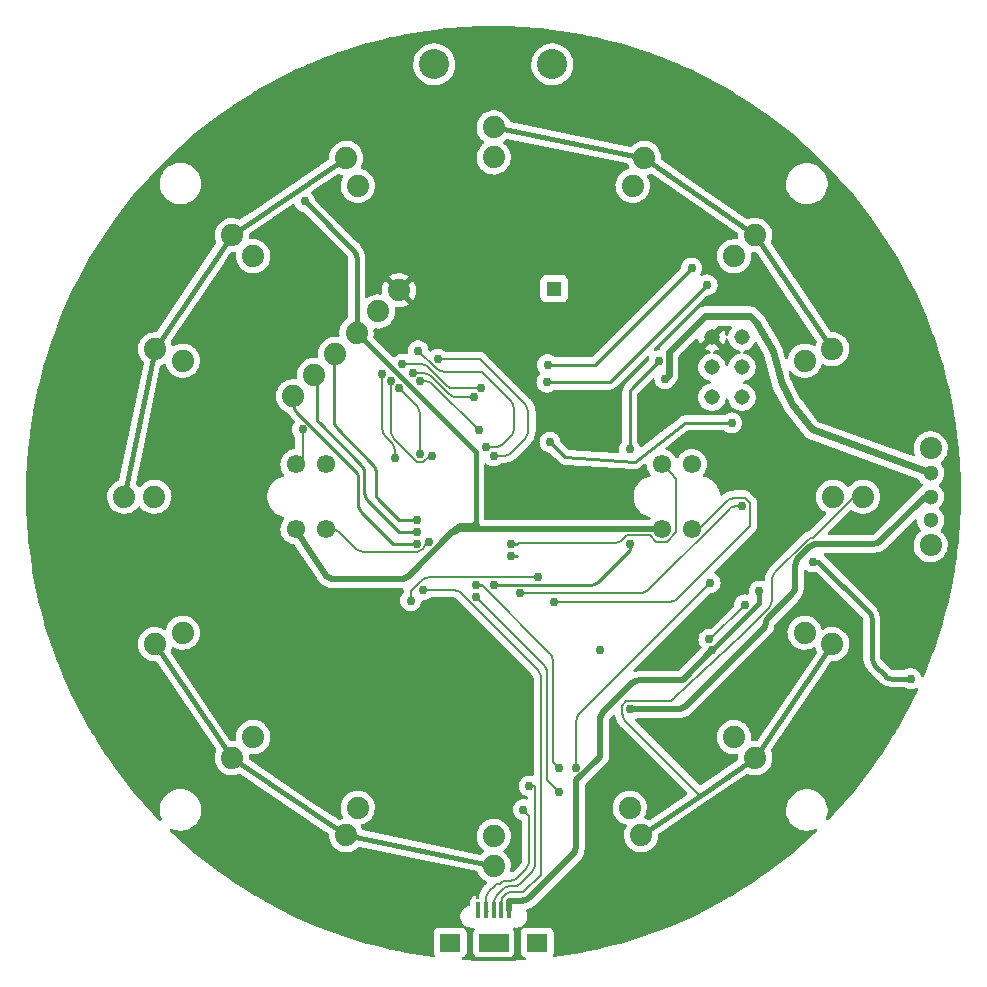
<source format=gbl>
G04 #@! TF.GenerationSoftware,KiCad,Pcbnew,(6.0.4-0)*
G04 #@! TF.CreationDate,2022-11-18T23:15:20+01:00*
G04 #@! TF.ProjectId,iO_Atletehe_rev1,694f5f41-746c-4657-9465-68655f726576,rev?*
G04 #@! TF.SameCoordinates,Original*
G04 #@! TF.FileFunction,Copper,L2,Bot*
G04 #@! TF.FilePolarity,Positive*
%FSLAX46Y46*%
G04 Gerber Fmt 4.6, Leading zero omitted, Abs format (unit mm)*
G04 Created by KiCad (PCBNEW (6.0.4-0)) date 2022-11-18 23:15:20*
%MOMM*%
%LPD*%
G01*
G04 APERTURE LIST*
G04 #@! TA.AperFunction,ComponentPad*
%ADD10C,1.308000*%
G04 #@! TD*
G04 #@! TA.AperFunction,ComponentPad*
%ADD11C,1.879600*%
G04 #@! TD*
G04 #@! TA.AperFunction,ComponentPad*
%ADD12C,1.550000*%
G04 #@! TD*
G04 #@! TA.AperFunction,ComponentPad*
%ADD13R,1.308000X1.308000*%
G04 #@! TD*
G04 #@! TA.AperFunction,SMDPad,CuDef*
%ADD14R,0.400000X1.450000*%
G04 #@! TD*
G04 #@! TA.AperFunction,SMDPad,CuDef*
%ADD15R,2.500000X1.500000*%
G04 #@! TD*
G04 #@! TA.AperFunction,SMDPad,CuDef*
%ADD16R,1.800000X1.500000*%
G04 #@! TD*
G04 #@! TA.AperFunction,ComponentPad*
%ADD17C,2.540000*%
G04 #@! TD*
G04 #@! TA.AperFunction,ComponentPad*
%ADD18C,1.300000*%
G04 #@! TD*
G04 #@! TA.AperFunction,ComponentPad*
%ADD19C,1.875000*%
G04 #@! TD*
G04 #@! TA.AperFunction,ViaPad*
%ADD20C,0.756400*%
G04 #@! TD*
G04 #@! TA.AperFunction,Conductor*
%ADD21C,0.609600*%
G04 #@! TD*
G04 #@! TA.AperFunction,Conductor*
%ADD22C,0.250000*%
G04 #@! TD*
G04 #@! TA.AperFunction,Conductor*
%ADD23C,0.304800*%
G04 #@! TD*
G04 #@! TA.AperFunction,Conductor*
%ADD24C,0.203200*%
G04 #@! TD*
G04 #@! TA.AperFunction,Conductor*
%ADD25C,0.254000*%
G04 #@! TD*
G04 #@! TA.AperFunction,Conductor*
%ADD26C,0.406400*%
G04 #@! TD*
G04 #@! TA.AperFunction,Conductor*
%ADD27C,0.508000*%
G04 #@! TD*
G04 APERTURE END LIST*
D10*
X166979600Y-94030800D03*
X169519600Y-94030800D03*
X166979600Y-96570800D03*
X169519600Y-96570800D03*
X169519600Y-91490800D03*
X166979600Y-91490800D03*
D11*
X131501100Y-96503600D03*
X133297151Y-94707549D03*
X135093202Y-92911498D03*
X136889254Y-91115446D03*
X138685305Y-89319395D03*
X140481356Y-87523344D03*
X177231100Y-105003600D03*
X179771100Y-105003600D03*
X168853074Y-125355574D03*
X170649126Y-127151626D03*
X136987108Y-131330273D03*
X136015092Y-133676927D03*
X128149126Y-125355574D03*
X126353074Y-127151626D03*
X128149126Y-84651626D03*
X126353074Y-82855574D03*
X174827773Y-116517592D03*
X177174427Y-117489608D03*
X122174427Y-116517592D03*
X119827773Y-117489608D03*
X136987108Y-78676927D03*
X136015092Y-76330273D03*
X119771100Y-105003600D03*
X117231100Y-105003600D03*
X122174427Y-93489608D03*
X119827773Y-92517592D03*
D12*
X162731100Y-107753600D03*
X165271100Y-107753600D03*
X165271100Y-102253600D03*
X162731100Y-102253600D03*
D11*
X160265092Y-78676927D03*
X161237108Y-76330273D03*
X148501100Y-133733600D03*
X148501100Y-136273600D03*
X168853074Y-84651626D03*
X170649126Y-82855574D03*
X160015092Y-131330273D03*
X160987108Y-133676927D03*
D13*
X153626100Y-87378600D03*
D12*
X131731100Y-107753600D03*
X134271100Y-107753600D03*
X134271100Y-102253600D03*
X131731100Y-102253600D03*
D11*
X174827773Y-93489608D03*
X177174427Y-92517592D03*
X148501100Y-76273600D03*
X148501100Y-73733600D03*
D14*
X149801100Y-140028600D03*
D15*
X148501100Y-142753600D03*
D16*
X144816100Y-142753600D03*
X152186100Y-142753600D03*
D14*
X147851100Y-140028600D03*
X147201100Y-140028600D03*
X149151100Y-140028600D03*
X148501100Y-140028600D03*
D17*
X153471100Y-68403600D03*
X143471100Y-68403600D03*
D18*
X185501100Y-103003600D03*
X185501100Y-105003600D03*
X185501100Y-107003600D03*
D19*
X185501100Y-100903600D03*
X185501100Y-109103600D03*
D20*
X168656000Y-98755200D03*
X153263600Y-100380800D03*
X165252400Y-85648800D03*
X153060400Y-93827600D03*
X166573200Y-87071200D03*
X153009600Y-95300800D03*
X112501100Y-97003600D03*
X113001100Y-115003600D03*
X163001100Y-71003600D03*
X140505100Y-119044800D03*
X140501100Y-123003600D03*
X137501100Y-69503600D03*
X182001100Y-88503600D03*
X138501100Y-140503600D03*
X157501100Y-118003600D03*
X127001100Y-74503600D03*
X129001100Y-136503600D03*
X117001100Y-124003600D03*
X178001100Y-83003600D03*
X185001100Y-113003600D03*
X116501100Y-87003600D03*
X163001100Y-138503600D03*
X169001100Y-74503600D03*
X169501100Y-135503600D03*
X141660800Y-94508400D03*
X143261000Y-101531500D03*
X139793900Y-95219600D03*
X146817000Y-96553100D03*
X147261500Y-99397900D03*
X142283100Y-101353700D03*
X140505100Y-95841900D03*
X142283100Y-95219600D03*
X140771800Y-93797200D03*
X139082700Y-94597300D03*
X147439300Y-95841900D03*
X140149500Y-101709300D03*
X141483000Y-113799700D03*
X152239900Y-111843900D03*
X153573400Y-113888600D03*
X142994300Y-108821300D03*
X150728600Y-113177400D03*
X150001100Y-110003600D03*
X169486500Y-105798700D03*
X150001100Y-109003600D03*
X142105300Y-92641500D03*
X147883800Y-100820300D03*
X143794400Y-93352700D03*
X132326300Y-99309000D03*
X148506100Y-101531500D03*
X151501100Y-129503600D03*
X154001100Y-128003600D03*
X147001100Y-112503600D03*
X142001100Y-107003600D03*
X154001100Y-130003600D03*
X142001100Y-108003600D03*
X147001100Y-113503600D03*
X151001100Y-131503600D03*
X148501100Y-112503600D03*
X160001100Y-101003600D03*
X162501100Y-93503600D03*
X160001100Y-109003600D03*
X142501100Y-112903600D03*
X142001100Y-109003600D03*
X132501100Y-80003600D03*
X147001100Y-107503600D03*
X167001100Y-118003600D03*
X171001100Y-113003600D03*
X175501100Y-110503600D03*
X183807725Y-120398960D03*
X166819500Y-112288400D03*
X155440300Y-127934800D03*
X169753200Y-114155300D03*
X166730600Y-117089000D03*
X163001100Y-95003600D03*
X160001100Y-123003600D03*
D21*
X173786800Y-97180400D02*
X173126400Y-95910400D01*
X170230800Y-89712800D02*
X166370000Y-89712800D01*
X175412400Y-99314000D02*
X173786800Y-97180400D01*
X173126400Y-95910400D02*
X172872400Y-95453200D01*
X163336011Y-94668689D02*
X163001100Y-95003600D01*
X172872400Y-95453200D02*
X172161200Y-92710000D01*
X185501100Y-103003600D02*
X175412400Y-99314000D01*
X172161200Y-92710000D02*
X170752399Y-90234399D01*
X170752399Y-90234399D02*
X170230800Y-89712800D01*
X166370000Y-89712800D02*
X163336011Y-92746789D01*
X163336011Y-92746789D02*
X163336011Y-94668689D01*
D22*
X153263600Y-100380800D02*
X154541511Y-101658711D01*
X154541511Y-101658711D02*
X160426400Y-102057200D01*
X160426400Y-102057200D02*
X164693600Y-98755200D01*
X164693600Y-98755200D02*
X168656000Y-98755200D01*
X153060400Y-93827600D02*
X157073600Y-93827600D01*
X157073600Y-93827600D02*
X165252400Y-85648800D01*
X153009600Y-95300800D02*
X158343600Y-95300800D01*
X158343600Y-95300800D02*
X166573200Y-87071200D01*
D23*
X140505100Y-122956400D02*
X140501100Y-123003600D01*
X140505100Y-119044800D02*
X140505100Y-122956400D01*
D24*
X145364312Y-96553100D02*
X145364311Y-96553100D01*
X143198293Y-94801294D02*
X143046757Y-94676931D01*
X146817000Y-96553100D02*
X145364312Y-96553100D01*
X142549800Y-102064900D02*
X143083200Y-101531500D01*
X139793900Y-99428189D02*
X139813115Y-99623279D01*
X139870021Y-99810871D02*
X140086793Y-100135294D01*
X144657206Y-96260207D02*
X143198293Y-94801294D01*
X145169221Y-96533885D02*
X144981629Y-96476979D01*
X144981629Y-96476979D02*
X144657206Y-96260207D01*
X139793900Y-99428188D02*
X139793900Y-99428189D01*
X143046757Y-94676931D02*
X142873870Y-94584521D01*
X139793900Y-95219600D02*
X139793900Y-99428188D01*
X143198293Y-94801294D02*
X143198293Y-94801294D01*
X142873870Y-94584521D02*
X142491187Y-94508400D01*
X142016400Y-102064900D02*
X142549800Y-102064900D01*
X143083200Y-101531500D02*
X143261000Y-101531500D01*
X145364311Y-96553100D02*
X145169221Y-96533885D01*
X139813115Y-99623279D02*
X139870021Y-99810871D01*
X140086793Y-100135294D02*
X142016400Y-102064900D01*
X142491187Y-94508400D02*
X141660800Y-94508400D01*
X140505100Y-95841900D02*
X141990206Y-97327007D01*
X141990206Y-97327007D02*
X142114569Y-97478543D01*
X141990206Y-97327007D02*
X141990206Y-97327007D01*
X143051670Y-95295721D02*
X142668987Y-95219600D01*
X142283100Y-98034113D02*
X142283100Y-101353700D01*
X142668987Y-95219600D02*
X142283100Y-95219600D01*
X142114569Y-97478543D02*
X142206979Y-97651430D01*
X143376093Y-95512494D02*
X143224557Y-95388131D01*
X143224557Y-95388131D02*
X143051670Y-95295721D01*
X143376093Y-95512494D02*
X143376093Y-95512494D01*
X147261500Y-99397900D02*
X143376093Y-95512494D01*
X142206979Y-97651430D02*
X142283100Y-98034113D01*
X147439300Y-95841900D02*
X145186512Y-95841900D01*
X139856606Y-100438507D02*
X139856606Y-100438507D01*
X142696070Y-93873321D02*
X142313387Y-93797200D01*
X140073379Y-100762930D02*
X140149500Y-101145613D01*
X139980969Y-100590043D02*
X140073379Y-100762930D01*
X139856606Y-100438507D02*
X139980969Y-100590043D01*
X139082700Y-99250389D02*
X139101915Y-99445479D01*
X142868957Y-93965731D02*
X142696070Y-93873321D01*
X142313387Y-93797200D02*
X140771800Y-93797200D01*
X139101915Y-99445479D02*
X139158821Y-99633071D01*
X139082700Y-94597300D02*
X139082700Y-99250388D01*
X145186512Y-95841900D02*
X145186511Y-95841900D01*
X144991421Y-95822685D02*
X144803829Y-95765779D01*
X139082700Y-99250388D02*
X139082700Y-99250389D01*
X143020493Y-94090094D02*
X143020493Y-94090094D01*
X139158821Y-99633071D02*
X139375593Y-99957494D01*
X143020493Y-94090094D02*
X142868957Y-93965731D01*
X144479406Y-95549007D02*
X143020493Y-94090094D01*
X144803829Y-95765779D02*
X144479406Y-95549007D01*
X145186511Y-95841900D02*
X144991421Y-95822685D01*
X139375593Y-99957494D02*
X139856606Y-100438507D01*
X140149500Y-101145613D02*
X140149500Y-101709300D01*
X142670229Y-111920021D02*
X142345806Y-112136794D01*
X143052912Y-111843900D02*
X143052912Y-111843900D01*
X165308200Y-107665600D02*
X165271100Y-107753600D01*
X170197700Y-105532000D02*
X170197700Y-107487800D01*
X168540129Y-105163621D02*
X168922812Y-105087500D01*
X168367242Y-105256031D02*
X168540129Y-105163621D01*
X152239900Y-111843900D02*
X143052912Y-111843900D01*
X168215706Y-105380394D02*
X168215706Y-105380394D01*
X143052912Y-111843900D02*
X142857822Y-111863115D01*
X168922812Y-105087500D02*
X169753200Y-105087500D01*
X165308200Y-107665600D02*
X165930500Y-107665600D01*
X164089793Y-113595707D02*
X163938256Y-113720070D01*
X165930500Y-107665600D02*
X168215706Y-105380394D01*
X169753200Y-105087500D02*
X170197700Y-105532000D01*
X164089793Y-113595707D02*
X164089793Y-113595707D01*
X163765370Y-113812480D02*
X163382687Y-113888600D01*
X141483000Y-112999600D02*
X141483000Y-113799700D01*
X142345806Y-112136794D02*
X141483000Y-112999600D01*
X163382687Y-113888600D02*
X153573400Y-113888600D01*
X168215706Y-105380394D02*
X168367242Y-105256031D01*
X170197700Y-107487800D02*
X164089793Y-113595707D01*
X142857822Y-111863115D02*
X142670229Y-111920021D01*
X163938256Y-113720070D02*
X163765370Y-113812480D01*
X142162670Y-109634179D02*
X142487093Y-109417407D01*
X134951977Y-107773715D02*
X135139570Y-107830621D01*
X134756886Y-107754500D02*
X134951977Y-107773715D01*
X141779987Y-109710300D02*
X141779987Y-109710300D01*
X134756887Y-107754500D02*
X134756886Y-107754500D01*
X137541112Y-109710300D02*
X141779987Y-109710300D01*
X136834006Y-109417408D02*
X136985543Y-109541770D01*
X135463993Y-108047394D02*
X136834006Y-109417407D01*
X135139570Y-107830621D02*
X135463993Y-108047394D01*
X141779987Y-109710300D02*
X141975077Y-109691085D01*
X134282100Y-107754500D02*
X134756887Y-107754500D01*
X141975077Y-109691085D02*
X142162670Y-109634179D01*
X136834006Y-109417407D02*
X136834006Y-109417408D01*
X142638700Y-109265800D02*
X142638700Y-109176900D01*
X142487093Y-109417407D02*
X142638700Y-109265800D01*
X136985543Y-109541770D02*
X137158429Y-109634180D01*
X134282100Y-107754500D02*
X134271100Y-107753600D01*
X142638700Y-109176900D02*
X142994300Y-108821300D01*
X137158429Y-109634180D02*
X137541112Y-109710300D01*
X161276170Y-113101279D02*
X161600593Y-112884507D01*
X168545042Y-105967231D02*
X168717929Y-105874821D01*
X168393506Y-106091594D02*
X168393506Y-106091594D01*
X161600593Y-112884507D02*
X168393506Y-106091594D01*
X168717929Y-105874821D02*
X169100612Y-105798700D01*
X150728600Y-113177400D02*
X160893487Y-113177400D01*
X169100612Y-105798700D02*
X169486500Y-105798700D01*
X161088577Y-113158185D02*
X161276170Y-113101279D01*
X160893487Y-113177400D02*
X160893487Y-113177400D01*
X168393506Y-106091594D02*
X168545042Y-105967231D01*
D25*
X150001100Y-110003600D02*
X150501100Y-110003600D01*
D24*
X160893487Y-113177400D02*
X161088577Y-113158185D01*
X150550800Y-108910200D02*
X150501100Y-109003600D01*
X163974700Y-103901513D02*
X163974700Y-108021200D01*
X159466993Y-108617307D02*
X159315456Y-108741670D01*
X162819000Y-102331600D02*
X163681806Y-103194407D01*
X163681806Y-103194407D02*
X163806169Y-103345943D01*
X159796400Y-108287900D02*
X159466993Y-108617307D01*
X163806169Y-103345943D02*
X163898579Y-103518830D01*
X162285600Y-108821300D02*
X161752200Y-108287900D01*
X158759887Y-108910200D02*
X150550800Y-108910200D01*
X159466993Y-108617307D02*
X159466993Y-108617307D01*
X163174600Y-108821300D02*
X162285600Y-108821300D01*
X163681806Y-103194407D02*
X163681806Y-103194407D01*
D25*
X150001100Y-109003600D02*
X150501100Y-109003600D01*
D24*
X159142570Y-108834080D02*
X158759887Y-108910200D01*
X162819000Y-102331600D02*
X162731100Y-102253600D01*
X161752200Y-108287900D02*
X159796400Y-108287900D01*
X163898579Y-103518830D02*
X163974700Y-103901513D01*
X163974700Y-108021200D02*
X163174600Y-108821300D01*
X159315456Y-108741670D02*
X159142570Y-108834080D01*
X147528200Y-94419500D02*
X144297512Y-94419500D01*
X149902306Y-99957494D02*
X150026669Y-99805958D01*
X144297512Y-94419500D02*
X144297511Y-94419500D01*
X150175985Y-97305623D02*
X150119079Y-97118030D01*
X148820377Y-100801085D02*
X149007970Y-100744179D01*
X149332393Y-100527407D02*
X149902306Y-99957494D01*
X144102421Y-94400285D02*
X143914829Y-94343379D01*
X148625287Y-100820300D02*
X148820377Y-100801085D01*
X143914829Y-94343379D02*
X143590406Y-94126607D01*
X150119079Y-97118030D02*
X149902306Y-96793607D01*
X148625287Y-100820300D02*
X148625287Y-100820300D01*
X150195200Y-97500713D02*
X150195200Y-97500714D01*
X150026669Y-99805958D02*
X150119079Y-99633071D01*
X150195200Y-97500714D02*
X150175985Y-97305623D01*
X147883800Y-100820300D02*
X148625287Y-100820300D01*
X150119079Y-99633071D02*
X150195200Y-99250388D01*
X149007970Y-100744179D02*
X149332393Y-100527407D01*
X144297511Y-94419500D02*
X144102421Y-94400285D01*
X150195200Y-99250388D02*
X150195200Y-97500713D01*
X149902306Y-99957494D02*
X149902306Y-99957494D01*
X143590406Y-94126607D02*
X142105300Y-92641500D01*
X149902306Y-96793607D02*
X147528200Y-94419500D01*
X147350400Y-93352700D02*
X151146906Y-97149207D01*
X151146906Y-97149207D02*
X151146906Y-97149207D01*
X151420585Y-99623278D02*
X151363679Y-99810871D01*
X151439800Y-97856313D02*
X151439800Y-99428188D01*
X151271269Y-97300743D02*
X151363679Y-97473630D01*
X151439800Y-99428188D02*
X151439800Y-99428188D01*
X131792900Y-102242700D02*
X132326300Y-101709300D01*
X151146906Y-100135294D02*
X150043593Y-101238607D01*
X131792900Y-102242700D02*
X131731100Y-102253600D01*
X150043593Y-101238607D02*
X150043593Y-101238607D01*
X149336487Y-101531500D02*
X148506100Y-101531500D01*
X151363679Y-99810871D02*
X151146906Y-100135294D01*
X149719170Y-101455380D02*
X149336487Y-101531500D01*
X151439800Y-99428188D02*
X151420585Y-99623278D01*
X150043593Y-101238607D02*
X149892056Y-101362970D01*
X151146906Y-97149207D02*
X151271269Y-97300743D01*
X132326300Y-101709300D02*
X132326300Y-99309000D01*
X151363679Y-97473630D02*
X151439800Y-97856313D01*
X143794400Y-93352700D02*
X147350400Y-93352700D01*
X149892056Y-101362970D02*
X149719170Y-101455380D01*
X152001100Y-136089388D02*
X152001100Y-136089388D01*
D25*
X138208206Y-102210707D02*
X138332569Y-102362243D01*
D24*
X153501100Y-118917813D02*
X153501100Y-127503600D01*
X150086887Y-138003600D02*
X150281977Y-137984385D01*
X149915312Y-138003600D02*
X150086887Y-138003600D01*
D25*
X138577221Y-104972071D02*
X138793993Y-105296494D01*
D24*
X148577221Y-139035130D02*
X148793993Y-138710707D01*
D25*
X138520315Y-104784479D02*
X138577221Y-104972071D01*
D24*
X149359742Y-138172131D02*
X149532629Y-138079721D01*
D25*
X135293993Y-99296494D02*
X138208206Y-102210707D01*
D24*
X149208206Y-138296494D02*
X149359742Y-138172131D01*
X153424979Y-118535130D02*
X153501100Y-118917813D01*
X148501100Y-139417813D02*
X148501100Y-139417813D01*
X147501100Y-112503600D02*
X153208206Y-118210707D01*
X148520315Y-139222723D02*
X148577221Y-139035130D01*
X153208206Y-118210707D02*
X153208206Y-118210707D01*
D25*
X147001100Y-112503600D02*
X147501100Y-112503600D01*
X135001100Y-98589389D02*
X135020315Y-98784479D01*
D24*
X152001100Y-129503600D02*
X152001100Y-136089388D01*
X151501100Y-129503600D02*
X152001100Y-129503600D01*
X151924979Y-136472071D02*
X151708206Y-136796494D01*
X152001100Y-136089388D02*
X151981885Y-136284478D01*
X150281977Y-137984385D02*
X150469570Y-137927479D01*
X153332569Y-118362243D02*
X153424979Y-118535130D01*
D25*
X135093200Y-92911500D02*
X135001100Y-93003600D01*
X135001100Y-93003600D02*
X135001100Y-98589388D01*
D24*
X149532629Y-138079721D02*
X149915312Y-138003600D01*
X153501100Y-127503600D02*
X154001100Y-128003600D01*
D25*
X138208206Y-102210707D02*
X138208206Y-102210707D01*
X135020315Y-98784479D02*
X135077221Y-98972071D01*
D24*
X153208206Y-118210707D02*
X153332569Y-118362243D01*
X148501100Y-140028600D02*
X148501100Y-139417813D01*
D25*
X138332569Y-102362243D02*
X138424979Y-102535130D01*
D24*
X148793993Y-138710707D02*
X149208206Y-138296494D01*
D25*
X140501100Y-107003600D02*
X142001100Y-107003600D01*
X135077221Y-98972071D02*
X135293993Y-99296494D01*
X138501100Y-104589388D02*
X138501100Y-104589389D01*
X135001100Y-98589388D02*
X135001100Y-98589389D01*
D24*
X148501100Y-139417813D02*
X148520315Y-139222723D01*
D25*
X138424979Y-102535130D02*
X138501100Y-102917813D01*
X138501100Y-104589389D02*
X138520315Y-104784479D01*
D24*
X151708206Y-136796494D02*
X150793993Y-137710707D01*
X150469570Y-137927479D02*
X150793993Y-137710707D01*
X151981885Y-136284478D02*
X151924979Y-136472071D01*
X149208206Y-138296494D02*
X149208206Y-138296494D01*
D25*
X138501100Y-102917813D02*
X138501100Y-104589388D01*
D24*
X150086887Y-138003600D02*
X150086887Y-138003600D01*
D25*
X138793993Y-105296494D02*
X140501100Y-107003600D01*
D24*
X150543993Y-137210707D02*
X150543993Y-137210707D01*
D25*
X133793992Y-98796494D02*
X133669630Y-98644957D01*
X137793993Y-105296494D02*
X137793992Y-105296494D01*
X133669630Y-98644957D02*
X133577220Y-98472071D01*
X137501100Y-102917814D02*
X137481885Y-102722723D01*
D24*
X147870315Y-138872723D02*
X147927221Y-138685130D01*
X151208206Y-136546494D02*
X150543993Y-137210707D01*
X151501100Y-135839388D02*
X151481885Y-136034478D01*
D25*
X140501100Y-108003600D02*
X137793993Y-105296494D01*
D24*
X148001100Y-140178600D02*
X147851100Y-140028600D01*
D25*
X137424979Y-102535130D02*
X137208206Y-102210707D01*
X137501100Y-104589388D02*
X137501100Y-102917813D01*
D24*
X151501100Y-135839388D02*
X151501100Y-135839388D01*
X149604653Y-137503600D02*
X149604653Y-137503600D01*
X149278012Y-137568573D02*
X149001100Y-137753600D01*
X152708206Y-119210707D02*
X147001100Y-113503600D01*
X153001100Y-119917814D02*
X152981885Y-119722723D01*
D25*
X133501100Y-98089388D02*
X133501100Y-94911500D01*
D24*
X147851100Y-139067813D02*
X147870315Y-138872723D01*
D25*
X137501100Y-102917813D02*
X137501100Y-102917814D01*
X137793992Y-105296494D02*
X137669630Y-105144957D01*
D24*
X153001100Y-129003600D02*
X153001100Y-119917813D01*
X148574321Y-137930379D02*
X148574321Y-137930379D01*
X149438133Y-137520001D02*
X149278012Y-137568573D01*
X153001100Y-119917813D02*
X153001100Y-119917814D01*
D25*
X133577220Y-98472071D02*
X133501100Y-98089388D01*
D24*
X150392456Y-137335070D02*
X150219570Y-137427480D01*
X148143993Y-138360707D02*
X148574321Y-137930379D01*
X152981885Y-119722723D02*
X152924979Y-119535130D01*
D25*
X142001100Y-108003600D02*
X140501100Y-108003600D01*
D24*
X152924979Y-119535130D02*
X152708206Y-119210707D01*
X151501100Y-132003600D02*
X151501100Y-135839388D01*
X149836887Y-137503600D02*
X149604653Y-137503600D01*
X147851100Y-140028600D02*
X147851100Y-139067813D01*
X147851100Y-139067813D02*
X147851100Y-139067813D01*
X151001100Y-131503600D02*
X151501100Y-132003600D01*
X150543993Y-137210707D02*
X150392456Y-137335070D01*
X151481885Y-136034478D02*
X151424979Y-136222071D01*
D25*
X133793993Y-98796494D02*
X133793992Y-98796494D01*
D24*
X147927221Y-138685130D02*
X148143993Y-138360707D01*
X154001100Y-130003600D02*
X153001100Y-129003600D01*
D25*
X137208206Y-102210707D02*
X133793993Y-98796494D01*
D24*
X149604653Y-137503600D02*
X149438133Y-137520001D01*
D25*
X133501100Y-94911500D02*
X133297150Y-94707550D01*
D24*
X148844888Y-137774167D02*
X149001100Y-137753600D01*
D25*
X137577220Y-104972071D02*
X137501100Y-104589388D01*
D24*
X148699321Y-137834462D02*
X148844888Y-137774167D01*
X151424979Y-136222071D02*
X151208206Y-136546494D01*
D25*
X137669630Y-105144957D02*
X137577220Y-104972071D01*
D24*
X150219570Y-137427480D02*
X149836887Y-137503600D01*
D25*
X137481885Y-102722723D02*
X137424979Y-102535130D01*
D24*
X148574321Y-137930379D02*
X148699321Y-137834462D01*
D25*
X160077221Y-96035130D02*
X160293993Y-95710707D01*
X157293993Y-112210707D02*
X160001100Y-109503600D01*
X160001100Y-109503600D02*
X160001100Y-109003600D01*
X160001100Y-101003600D02*
X160001100Y-96417813D01*
X148501100Y-112503600D02*
X156586887Y-112503600D01*
X156969570Y-112427479D02*
X157293993Y-112210707D01*
X160001100Y-96417813D02*
X160020315Y-96222723D01*
X156586887Y-112503600D02*
X156586887Y-112503600D01*
X160020315Y-96222723D02*
X160077221Y-96035130D01*
X160293993Y-95710707D02*
X162501100Y-93503600D01*
X156781977Y-112484385D02*
X156969570Y-112427479D01*
X156586887Y-112503600D02*
X156781977Y-112484385D01*
X160001100Y-96417813D02*
X160001100Y-96417813D01*
X137001100Y-105589388D02*
X137001100Y-105589389D01*
X137001100Y-105589389D02*
X137020315Y-105784479D01*
D24*
X149151100Y-140028600D02*
X149151100Y-139353600D01*
D25*
X131669630Y-97644957D02*
X131577220Y-97472071D01*
D24*
X151001100Y-138503600D02*
X152501100Y-137003600D01*
X152501100Y-120413666D02*
X152501100Y-120413667D01*
X152501100Y-120413667D02*
X152482230Y-120220315D01*
X145794829Y-113201526D02*
X145642710Y-113075097D01*
X145642710Y-113075097D02*
X145468682Y-112981083D01*
D25*
X136924979Y-103035130D02*
X136708206Y-102710707D01*
X131501100Y-97089388D02*
X131501100Y-96503600D01*
X131577220Y-97472071D02*
X131501100Y-97089388D01*
D24*
X152213203Y-119711591D02*
X145794828Y-113201525D01*
X145794828Y-113201525D02*
X145794829Y-113201526D01*
X149235276Y-138984799D02*
X149336543Y-138823634D01*
X149471134Y-138689043D02*
X149632299Y-138587776D01*
D25*
X137020315Y-105784479D02*
X137077221Y-105972071D01*
D24*
X149172411Y-139164457D02*
X149235276Y-138984799D01*
X152501100Y-137003600D02*
X152501100Y-120413666D01*
X145082725Y-112903600D02*
X142501100Y-112903600D01*
D25*
X131793992Y-97796494D02*
X131669630Y-97644957D01*
X137001100Y-103417813D02*
X137001100Y-105589388D01*
X137001100Y-103417813D02*
X137001100Y-103417814D01*
X131793993Y-97796494D02*
X131793992Y-97796494D01*
D24*
X150001100Y-138503600D02*
X151001100Y-138503600D01*
D25*
X137001100Y-103417814D02*
X136981885Y-103222723D01*
D24*
X152426330Y-120034261D02*
X152213203Y-119711591D01*
X149632299Y-138587776D02*
X150001100Y-138503600D01*
X145468682Y-112981083D02*
X145082725Y-112903600D01*
X152482230Y-120220315D02*
X152426330Y-120034261D01*
X149151100Y-139353600D02*
X149151100Y-139353600D01*
D25*
X137293993Y-106296494D02*
X140001100Y-109003600D01*
X140001100Y-109003600D02*
X142001100Y-109003600D01*
X136981885Y-103222723D02*
X136924979Y-103035130D01*
X136708206Y-102710707D02*
X131793993Y-97796494D01*
X137077221Y-105972071D02*
X137293993Y-106296494D01*
D24*
X149151100Y-139353600D02*
X149172411Y-139164457D01*
X149336543Y-138823634D02*
X149471134Y-138689043D01*
D26*
X147001100Y-101227294D02*
X136889253Y-91115447D01*
X136889253Y-91115447D02*
X136889253Y-84805966D01*
D27*
X145915312Y-107503600D02*
X145720222Y-107522815D01*
D26*
X136889253Y-84805967D02*
X136870038Y-84610876D01*
D27*
X134204234Y-111558300D02*
X134204234Y-111558301D01*
D26*
X136813132Y-84423283D02*
X136596359Y-84098860D01*
D27*
X145501100Y-107753600D02*
X145251100Y-108003600D01*
X141293993Y-111710707D02*
X145001100Y-108003600D01*
X140586887Y-112003600D02*
X140781977Y-111984385D01*
D26*
X136870038Y-84610876D02*
X136813132Y-84423283D01*
D27*
X140586887Y-112003600D02*
X140586887Y-112003600D01*
X134204234Y-111558301D02*
X134328586Y-111710115D01*
X134653214Y-111927319D02*
X134840989Y-111984345D01*
X140781977Y-111984385D02*
X140969570Y-111927479D01*
X145251100Y-108003600D02*
X145001100Y-108003600D01*
X145208206Y-107796494D02*
X145001100Y-108003600D01*
X134840989Y-111984345D02*
X135036284Y-112003600D01*
X145915312Y-107503600D02*
X145915312Y-107503600D01*
X145532629Y-107579721D02*
X145208206Y-107796494D01*
X147001100Y-107503600D02*
X145915312Y-107503600D01*
X135036284Y-112003600D02*
X140586887Y-112003600D01*
D26*
X136596359Y-84098860D02*
X132501100Y-80003600D01*
D27*
X145720222Y-107522815D02*
X145532629Y-107579721D01*
X132501100Y-109003600D02*
X134204234Y-111558300D01*
D26*
X136889253Y-84805966D02*
X136889253Y-84805967D01*
D27*
X134480193Y-111834721D02*
X134653214Y-111927319D01*
X140969570Y-111927479D02*
X141293993Y-111710707D01*
X145501100Y-107753600D02*
X162731100Y-107753600D01*
D26*
X147001100Y-101227294D02*
X147001100Y-107503600D01*
D27*
X134328586Y-111710115D02*
X134480193Y-111834721D01*
X131731100Y-107753600D02*
X132501100Y-109003600D01*
X145251100Y-107753600D02*
X145501100Y-107753600D01*
X151269570Y-139127479D02*
X151593993Y-138910707D01*
X151081977Y-139184385D02*
X151269570Y-139127479D01*
D26*
X176001100Y-110503600D02*
X180208206Y-114710707D01*
X180501100Y-118589389D02*
X180520315Y-118784479D01*
X182310671Y-120398960D02*
X183807725Y-120398960D01*
X180424979Y-115035130D02*
X180501100Y-115417813D01*
D27*
X160208206Y-120796494D02*
X160208206Y-120796494D01*
X155208206Y-135296494D02*
X155332569Y-135144958D01*
D26*
X180501100Y-118589388D02*
X180501100Y-118589389D01*
X170832569Y-114144958D02*
X170924979Y-113972071D01*
X171001100Y-113589388D02*
X171001100Y-113003600D01*
X170708206Y-114296494D02*
X170708206Y-114296494D01*
D27*
X155501100Y-129003600D02*
X157501100Y-127003600D01*
D26*
X180793993Y-119296494D02*
X181603565Y-120106066D01*
D27*
X157520315Y-123722723D02*
X157577221Y-123535130D01*
D26*
X180577221Y-118972071D02*
X180793993Y-119296494D01*
X180208206Y-114710707D02*
X180208206Y-114710707D01*
D27*
X157501100Y-127003600D02*
X157501100Y-123917813D01*
X150886887Y-139203600D02*
X151081977Y-139184385D01*
D26*
X180332569Y-114862243D02*
X180424979Y-115035130D01*
X170924979Y-113972071D02*
X171001100Y-113589388D01*
X180208206Y-114710707D02*
X180332569Y-114862243D01*
X167001100Y-118003600D02*
X170708206Y-114296494D01*
D27*
X151593993Y-138910707D02*
X155208206Y-135296494D01*
X157501100Y-123917813D02*
X157501100Y-123917813D01*
D26*
X180520315Y-118784479D02*
X180577221Y-118972071D01*
D27*
X160359742Y-120672131D02*
X160532629Y-120579721D01*
X160208206Y-120796494D02*
X160359742Y-120672131D01*
X150886887Y-139203600D02*
X150886887Y-139203600D01*
X155208206Y-135296494D02*
X155208206Y-135296494D01*
X149801100Y-140028600D02*
X149801100Y-139203600D01*
D26*
X170708206Y-114296494D02*
X170832569Y-114144958D01*
D27*
X157501100Y-123917813D02*
X157520315Y-123722723D01*
X157577221Y-123535130D02*
X157793993Y-123210707D01*
X149801100Y-139203600D02*
X150886887Y-139203600D01*
D26*
X175501100Y-110503600D02*
X176001100Y-110503600D01*
D27*
X164501100Y-120503600D02*
X167001100Y-118003600D01*
X160915312Y-120503600D02*
X164501100Y-120503600D01*
X155424979Y-134972071D02*
X155501100Y-134589388D01*
X157793993Y-123210707D02*
X160208206Y-120796494D01*
D26*
X181603565Y-120106066D02*
X181603565Y-120106066D01*
X181603565Y-120106066D02*
X181755102Y-120230429D01*
X180501100Y-115417813D02*
X180501100Y-118589388D01*
D27*
X160532629Y-120579721D02*
X160915312Y-120503600D01*
D26*
X181927988Y-120322839D02*
X182310671Y-120398960D01*
X181755102Y-120230429D02*
X181927988Y-120322839D01*
D27*
X155332569Y-135144958D02*
X155424979Y-134972071D01*
X155501100Y-134589388D02*
X155501100Y-129003600D01*
D24*
X155608830Y-123526244D02*
X155516420Y-123699130D01*
X155733193Y-123374707D02*
X155608830Y-123526244D01*
X155733193Y-123374707D02*
X155733193Y-123374707D01*
X155516420Y-123699130D02*
X155440300Y-124081813D01*
X166819500Y-112288400D02*
X155733193Y-123374707D01*
X155440300Y-124081813D02*
X155440300Y-127934800D01*
X166730600Y-117089000D02*
X166819500Y-117089000D01*
X166819500Y-117089000D02*
X169753200Y-114155300D01*
D27*
X173981885Y-112784478D02*
X173924979Y-112972071D01*
X180969570Y-108927480D02*
X180586887Y-109003600D01*
X185001100Y-105003600D02*
X181293993Y-108710707D01*
X175720222Y-109022815D02*
X175532629Y-109079721D01*
X180586887Y-109003600D02*
X175915312Y-109003600D01*
X171577221Y-115535130D02*
X171793993Y-115210707D01*
X175208206Y-109296494D02*
X174293993Y-110210707D01*
X174001100Y-112589388D02*
X173981885Y-112784478D01*
X174293993Y-110210707D02*
X174293993Y-110210707D01*
X171440440Y-116064260D02*
X171440440Y-116064260D01*
X171501100Y-115917813D02*
X171501100Y-115917813D01*
X185001100Y-105003600D02*
X185501100Y-105003600D01*
X171501100Y-115917813D02*
X171520315Y-115722723D01*
X174293993Y-110210707D02*
X174169630Y-110362244D01*
X174001100Y-110917813D02*
X174001100Y-112589388D01*
X164469570Y-122927479D02*
X164793993Y-122710707D01*
X160001100Y-123003600D02*
X164086887Y-123003600D01*
X164281977Y-122984385D02*
X164469570Y-122927479D01*
X175915312Y-109003600D02*
X175720222Y-109022815D01*
X174169630Y-110362244D02*
X174077220Y-110535130D01*
X164086887Y-123003600D02*
X164281977Y-122984385D01*
X173708206Y-113296494D02*
X171793993Y-115210707D01*
X181293993Y-108710707D02*
X181293993Y-108710707D01*
X174077220Y-110535130D02*
X174001100Y-110917813D01*
X164086887Y-123003600D02*
X164086887Y-123003600D01*
X175532629Y-109079721D02*
X175208206Y-109296494D01*
X171440440Y-116064260D02*
X171501100Y-115917813D01*
X174001100Y-112589388D02*
X174001100Y-112589388D01*
X181142456Y-108835070D02*
X180969570Y-108927480D01*
X175915312Y-109003600D02*
X175915312Y-109003600D01*
X164793993Y-122710707D02*
X171440440Y-116064260D01*
X181293993Y-108710707D02*
X181142456Y-108835070D01*
X173924979Y-112972071D02*
X173708206Y-113296494D01*
X171520315Y-115722723D02*
X171577221Y-115535130D01*
D26*
X148501100Y-73733600D02*
X161237106Y-76330275D01*
X170649125Y-82855575D02*
X177174425Y-92517594D01*
X161237106Y-76330275D02*
X170649125Y-82855575D01*
D24*
X159520430Y-123808957D02*
X159428020Y-123636071D01*
X165841600Y-130157300D02*
X159644793Y-123960494D01*
X163473419Y-122264078D02*
X163105803Y-122334100D01*
X159351900Y-122689700D02*
X159707500Y-122334100D01*
X175076415Y-108654285D02*
X175209765Y-108551963D01*
X163789553Y-122063816D02*
X163789553Y-122063816D01*
X159428020Y-123636071D02*
X159351900Y-123253388D01*
D26*
X170649125Y-127151629D02*
X165953431Y-130322891D01*
D24*
X169608700Y-116611200D02*
X163789553Y-122063816D01*
X172064600Y-112080313D02*
X172064600Y-112080313D01*
X169608700Y-116611200D02*
X171771706Y-114448194D01*
X159644792Y-123960494D02*
X159520430Y-123808957D01*
X171771706Y-114448194D02*
X171771706Y-114448194D01*
X172357493Y-111373207D02*
X175076415Y-108654285D01*
X169486500Y-116733400D02*
X169608700Y-116611200D01*
X175531700Y-108465700D02*
X178909900Y-105087500D01*
X172064600Y-112080313D02*
X172083815Y-111885223D01*
D26*
X165953431Y-130322891D02*
X160987106Y-133676929D01*
D24*
X172064600Y-113741088D02*
X172064600Y-112080313D01*
X159351900Y-123253388D02*
X159351900Y-122689700D01*
X171771706Y-114448194D02*
X171896069Y-114296658D01*
X175209765Y-108551963D02*
X175365054Y-108487640D01*
X159644793Y-123960494D02*
X159644792Y-123960494D01*
X179710000Y-105087500D02*
X179771100Y-105003600D01*
X175365054Y-108487640D02*
X175531700Y-108465700D01*
X172140721Y-111697630D02*
X172357493Y-111373207D01*
X163789553Y-122063816D02*
X163640937Y-122178867D01*
X175076415Y-108654285D02*
X175076415Y-108654285D01*
X163105803Y-122334100D02*
X159707500Y-122334100D01*
X172083815Y-111885223D02*
X172140721Y-111697630D01*
X178909900Y-105087500D02*
X179710000Y-105087500D01*
X171896069Y-114296658D02*
X171988479Y-114123771D01*
D26*
X177174425Y-117489610D02*
X170649125Y-127151629D01*
D24*
X171988479Y-114123771D02*
X172064600Y-113741088D01*
X163640937Y-122178867D02*
X163473419Y-122264078D01*
X165841600Y-130157300D02*
X165953431Y-130322891D01*
D26*
X126353071Y-127151629D02*
X136015090Y-133676929D01*
X136015090Y-133676929D02*
X148501100Y-136273600D01*
X119827771Y-117489610D02*
X126353071Y-127151629D01*
X117231100Y-105003600D02*
X119827771Y-92517594D01*
X126353071Y-82855575D02*
X136015090Y-76330275D01*
X119827771Y-92517594D02*
X126353071Y-82855575D01*
G04 #@! TA.AperFunction,Conductor*
G36*
X148818917Y-65144492D02*
G01*
X149730010Y-65158805D01*
X149733966Y-65158929D01*
X150972375Y-65217331D01*
X150976326Y-65217579D01*
X152212330Y-65314854D01*
X152216271Y-65315227D01*
X152543696Y-65351375D01*
X153448593Y-65451277D01*
X153452455Y-65451765D01*
X154166034Y-65553322D01*
X154679912Y-65626458D01*
X154683821Y-65627077D01*
X155257807Y-65727253D01*
X155905193Y-65840240D01*
X155909030Y-65840972D01*
X156491056Y-65961504D01*
X157123065Y-66092388D01*
X157126928Y-66093251D01*
X158001471Y-66303210D01*
X158332509Y-66382685D01*
X158336323Y-66383664D01*
X159532175Y-66710813D01*
X159535942Y-66711907D01*
X160720955Y-67076464D01*
X160724699Y-67077680D01*
X160969718Y-67161569D01*
X161897677Y-67479281D01*
X161901401Y-67480622D01*
X162762886Y-67806149D01*
X162952518Y-67877805D01*
X163061151Y-67918854D01*
X163064831Y-67920311D01*
X164210248Y-68394759D01*
X164213881Y-68396331D01*
X164443640Y-68500071D01*
X165343876Y-68906543D01*
X165347426Y-68908215D01*
X165822417Y-69140910D01*
X166460785Y-69453643D01*
X166464313Y-69455440D01*
X167560008Y-70035581D01*
X167563412Y-70037451D01*
X168264174Y-70437159D01*
X168640396Y-70651753D01*
X168643803Y-70653768D01*
X169129977Y-70951695D01*
X169700922Y-71301571D01*
X169704224Y-71303666D01*
X170504189Y-71829145D01*
X170740469Y-71984352D01*
X170743743Y-71986577D01*
X171758093Y-72699475D01*
X171761295Y-72701802D01*
X172752720Y-73446185D01*
X172755848Y-73448611D01*
X173723440Y-74223798D01*
X173726489Y-74226321D01*
X174669198Y-75031471D01*
X174672168Y-75034088D01*
X175052895Y-75380522D01*
X175589217Y-75868538D01*
X175592061Y-75871210D01*
X176482428Y-76734035D01*
X176485165Y-76736772D01*
X177347990Y-77627139D01*
X177350662Y-77629983D01*
X177678422Y-77990186D01*
X178185112Y-78547032D01*
X178187729Y-78550002D01*
X178992879Y-79492711D01*
X178995402Y-79495760D01*
X179770589Y-80463352D01*
X179773015Y-80466480D01*
X180517398Y-81457905D01*
X180519725Y-81461107D01*
X181232623Y-82475457D01*
X181234848Y-82478731D01*
X181907439Y-83502652D01*
X181915521Y-83514956D01*
X181917629Y-83518278D01*
X182063093Y-83755653D01*
X182565432Y-84575397D01*
X182567447Y-84578804D01*
X182705445Y-84820739D01*
X183181749Y-85655788D01*
X183183619Y-85659192D01*
X183689314Y-86614284D01*
X183763760Y-86754888D01*
X183765557Y-86758415D01*
X184309956Y-87869671D01*
X184310978Y-87871758D01*
X184312657Y-87875324D01*
X184484785Y-88256545D01*
X184822869Y-89005319D01*
X184824441Y-89008952D01*
X185078117Y-89621380D01*
X185248383Y-90032436D01*
X185298889Y-90154369D01*
X185300346Y-90158049D01*
X185738578Y-91317799D01*
X185739919Y-91321523D01*
X186022555Y-92147034D01*
X186135632Y-92477303D01*
X186141516Y-92494490D01*
X186142736Y-92498245D01*
X186492740Y-93635951D01*
X186507288Y-93683241D01*
X186508387Y-93687025D01*
X186827060Y-94851895D01*
X186835533Y-94882867D01*
X186836515Y-94886691D01*
X186903776Y-95166850D01*
X187125949Y-96092272D01*
X187126812Y-96096135D01*
X187218782Y-96540239D01*
X187377037Y-97304417D01*
X187378223Y-97310145D01*
X187378960Y-97314007D01*
X187482498Y-97907253D01*
X187592123Y-98535379D01*
X187592742Y-98539288D01*
X187640356Y-98873840D01*
X187767435Y-99766745D01*
X187767923Y-99770607D01*
X187846190Y-100479540D01*
X187903973Y-101002929D01*
X187904346Y-101006870D01*
X188001621Y-102242874D01*
X188001869Y-102246825D01*
X188060271Y-103485234D01*
X188060395Y-103489190D01*
X188071894Y-104221173D01*
X188079261Y-104690091D01*
X188079869Y-104728821D01*
X188079869Y-104732773D01*
X188076253Y-104962961D01*
X188060395Y-105972408D01*
X188060271Y-105976364D01*
X188001869Y-107214775D01*
X188001621Y-107218726D01*
X187904346Y-108454730D01*
X187903973Y-108458671D01*
X187871484Y-108752957D01*
X187767923Y-109690993D01*
X187767435Y-109694855D01*
X187691050Y-110231569D01*
X187592742Y-110922312D01*
X187592123Y-110926221D01*
X187524266Y-111315025D01*
X187382379Y-112128007D01*
X187378965Y-112147567D01*
X187378228Y-112151430D01*
X187270050Y-112673798D01*
X187126812Y-113365465D01*
X187125949Y-113369328D01*
X186937084Y-114156010D01*
X186838186Y-114567953D01*
X186836518Y-114574899D01*
X186835536Y-114578723D01*
X186546507Y-115635234D01*
X186508392Y-115774558D01*
X186507293Y-115778342D01*
X186193443Y-116798529D01*
X186142739Y-116963345D01*
X186141520Y-116967099D01*
X186039156Y-117266078D01*
X185739919Y-118140077D01*
X185738578Y-118143801D01*
X185439683Y-118934805D01*
X185311862Y-119273076D01*
X185300346Y-119303551D01*
X185298893Y-119307221D01*
X185000076Y-120028629D01*
X184917272Y-120228535D01*
X184872724Y-120283816D01*
X184805360Y-120306237D01*
X184736569Y-120288679D01*
X184688191Y-120236717D01*
X184680066Y-120213511D01*
X184679826Y-120213589D01*
X184624270Y-120042605D01*
X184622228Y-120036320D01*
X184529032Y-119874900D01*
X184494028Y-119836024D01*
X184408726Y-119741287D01*
X184408724Y-119741286D01*
X184404311Y-119736384D01*
X184347139Y-119694846D01*
X184258859Y-119630707D01*
X184258858Y-119630706D01*
X184253517Y-119626826D01*
X184247489Y-119624142D01*
X184247487Y-119624141D01*
X184089271Y-119553698D01*
X184089269Y-119553697D01*
X184083240Y-119551013D01*
X183992080Y-119531636D01*
X183907378Y-119513632D01*
X183907374Y-119513632D01*
X183900921Y-119512260D01*
X183714529Y-119512260D01*
X183708076Y-119513632D01*
X183708072Y-119513632D01*
X183623370Y-119531636D01*
X183532210Y-119551013D01*
X183526181Y-119553697D01*
X183526179Y-119553698D01*
X183367963Y-119624141D01*
X183367961Y-119624142D01*
X183361933Y-119626826D01*
X183356592Y-119630706D01*
X183356591Y-119630707D01*
X183311874Y-119663196D01*
X183245006Y-119687055D01*
X183237813Y-119687260D01*
X182393177Y-119687260D01*
X182368595Y-119684839D01*
X182193064Y-119649923D01*
X182137714Y-119623744D01*
X182109176Y-119600324D01*
X182094156Y-119585750D01*
X182083283Y-119573285D01*
X182072011Y-119565363D01*
X182055366Y-119551371D01*
X181355584Y-118851589D01*
X181339914Y-118832496D01*
X181240481Y-118683683D01*
X181219853Y-118626032D01*
X181213407Y-118560590D01*
X181212800Y-118548239D01*
X181212800Y-115491664D01*
X181214733Y-115469676D01*
X181215617Y-115464686D01*
X181216943Y-115457206D01*
X181213070Y-115398110D01*
X181212800Y-115389871D01*
X181212800Y-115374620D01*
X181212197Y-115369640D01*
X181210446Y-115355162D01*
X181209804Y-115348271D01*
X181208546Y-115329088D01*
X181208277Y-115324977D01*
X181205418Y-115310604D01*
X181203910Y-115301159D01*
X181201049Y-115277519D01*
X181197332Y-115246802D01*
X181191288Y-115230807D01*
X181185576Y-115210854D01*
X181180404Y-115184850D01*
X181129403Y-114928454D01*
X181127875Y-114918847D01*
X181122337Y-114872572D01*
X181122336Y-114872569D01*
X181121434Y-114865030D01*
X181097470Y-114801359D01*
X181095667Y-114796233D01*
X181076839Y-114738801D01*
X181076837Y-114738797D01*
X181074470Y-114731576D01*
X181070450Y-114725130D01*
X181070448Y-114725126D01*
X181043427Y-114681801D01*
X181039216Y-114674519D01*
X181029774Y-114656853D01*
X180995045Y-114591880D01*
X180986386Y-114571578D01*
X180984814Y-114566761D01*
X180984812Y-114566757D01*
X180982456Y-114559538D01*
X180951163Y-114509214D01*
X180947064Y-114502116D01*
X180939871Y-114488657D01*
X180928639Y-114472631D01*
X180924820Y-114466851D01*
X180914660Y-114450511D01*
X180914654Y-114450503D01*
X180912481Y-114447008D01*
X180903191Y-114435688D01*
X180897407Y-114428069D01*
X180890048Y-114417568D01*
X180865977Y-114383223D01*
X180853108Y-114371967D01*
X180838661Y-114357058D01*
X180812715Y-114325442D01*
X180805905Y-114316335D01*
X180804643Y-114314478D01*
X180801162Y-114307734D01*
X180761849Y-114262668D01*
X180756838Y-114256546D01*
X180747139Y-114243906D01*
X180747133Y-114243899D01*
X180744626Y-114240632D01*
X180740563Y-114236569D01*
X180735973Y-114231505D01*
X180735941Y-114231534D01*
X180733358Y-114228747D01*
X180730955Y-114225819D01*
X180727512Y-114222526D01*
X180719654Y-114214299D01*
X180692920Y-114183653D01*
X180687924Y-114177926D01*
X180676647Y-114170001D01*
X180660004Y-114156010D01*
X179627328Y-113123333D01*
X176524880Y-110020884D01*
X176519026Y-110014618D01*
X176510703Y-110005077D01*
X176484403Y-109974928D01*
X176454695Y-109910447D01*
X176464565Y-109840140D01*
X176510878Y-109786330D01*
X176579352Y-109766100D01*
X180566909Y-109766100D01*
X180572406Y-109766220D01*
X180642442Y-109769278D01*
X180647996Y-109768527D01*
X180647997Y-109768527D01*
X180648822Y-109768415D01*
X180653580Y-109767772D01*
X180700332Y-109758472D01*
X180710319Y-109756900D01*
X180763494Y-109750701D01*
X180783696Y-109743368D01*
X180802098Y-109738230D01*
X180924852Y-109713813D01*
X181040600Y-109690790D01*
X181062812Y-109688391D01*
X181064177Y-109688365D01*
X181072763Y-109688204D01*
X181135880Y-109672027D01*
X181142522Y-109670517D01*
X181161995Y-109666643D01*
X181177947Y-109661490D01*
X181185377Y-109659341D01*
X181239565Y-109645453D01*
X181239566Y-109645453D01*
X181245000Y-109644060D01*
X181255221Y-109639386D01*
X181258777Y-109637485D01*
X181279438Y-109628710D01*
X181288535Y-109625772D01*
X181344603Y-109591816D01*
X181350477Y-109588471D01*
X181484286Y-109516948D01*
X181489189Y-109514463D01*
X181552389Y-109484149D01*
X181561503Y-109477570D01*
X181589823Y-109454329D01*
X181598344Y-109447336D01*
X181606403Y-109441246D01*
X181650392Y-109410701D01*
X181664751Y-109394711D01*
X181678565Y-109381499D01*
X181685353Y-109375929D01*
X181728793Y-109340279D01*
X181743357Y-109329962D01*
X181745331Y-109328764D01*
X181765574Y-109316480D01*
X181773998Y-109309040D01*
X181774024Y-109309069D01*
X181776955Y-109306469D01*
X181780309Y-109303665D01*
X181786428Y-109299653D01*
X181839982Y-109243120D01*
X181842359Y-109240679D01*
X184127365Y-106955673D01*
X184189677Y-106921647D01*
X184260492Y-106926712D01*
X184317328Y-106969259D01*
X184342190Y-107036527D01*
X184344461Y-107071179D01*
X184351961Y-107185606D01*
X184353382Y-107191202D01*
X184353383Y-107191207D01*
X184396199Y-107359793D01*
X184404372Y-107391972D01*
X184406789Y-107397215D01*
X184458514Y-107509415D01*
X184493511Y-107585331D01*
X184616396Y-107759209D01*
X184620529Y-107763236D01*
X184620534Y-107763241D01*
X184627139Y-107769675D01*
X184661978Y-107831536D01*
X184657842Y-107902412D01*
X184614872Y-107960689D01*
X184598849Y-107972720D01*
X184558816Y-108002778D01*
X184537772Y-108018578D01*
X184504833Y-108053047D01*
X184381688Y-108181911D01*
X184373495Y-108190484D01*
X184239501Y-108386912D01*
X184225094Y-108417950D01*
X184151146Y-108577258D01*
X184139388Y-108602588D01*
X184075844Y-108831718D01*
X184050577Y-109068150D01*
X184050874Y-109073302D01*
X184050874Y-109073306D01*
X184052425Y-109100200D01*
X184064265Y-109305534D01*
X184065400Y-109310571D01*
X184065401Y-109310577D01*
X184115163Y-109531389D01*
X184116539Y-109537495D01*
X184118483Y-109542281D01*
X184118484Y-109542286D01*
X184204053Y-109753016D01*
X184205997Y-109757803D01*
X184330236Y-109960543D01*
X184333620Y-109964449D01*
X184333621Y-109964451D01*
X184353936Y-109987903D01*
X184485919Y-110140268D01*
X184489894Y-110143568D01*
X184489898Y-110143572D01*
X184549664Y-110193190D01*
X184668866Y-110292154D01*
X184874163Y-110412119D01*
X185096296Y-110496944D01*
X185101362Y-110497975D01*
X185101363Y-110497975D01*
X185114064Y-110500559D01*
X185329301Y-110544349D01*
X185463422Y-110549267D01*
X185561756Y-110552873D01*
X185561760Y-110552873D01*
X185566920Y-110553062D01*
X185572040Y-110552406D01*
X185572042Y-110552406D01*
X185644770Y-110543089D01*
X185802771Y-110522849D01*
X185807722Y-110521364D01*
X185807725Y-110521363D01*
X186025577Y-110456004D01*
X186030520Y-110454521D01*
X186113312Y-110413962D01*
X186153941Y-110394058D01*
X186244052Y-110349913D01*
X186288475Y-110318226D01*
X186433419Y-110214839D01*
X186433424Y-110214835D01*
X186437631Y-110211834D01*
X186606059Y-110043993D01*
X186744812Y-109850898D01*
X186824537Y-109689587D01*
X186847871Y-109642375D01*
X186847872Y-109642373D01*
X186850165Y-109637733D01*
X186919287Y-109410223D01*
X186950324Y-109174479D01*
X186952056Y-109103600D01*
X186932573Y-108866621D01*
X186874646Y-108636007D01*
X186779833Y-108417950D01*
X186756986Y-108382633D01*
X186663857Y-108238679D01*
X186650677Y-108218306D01*
X186640592Y-108207222D01*
X186590100Y-108151733D01*
X186490650Y-108042438D01*
X186486599Y-108039239D01*
X186486595Y-108039235D01*
X186382858Y-107957309D01*
X186341795Y-107899392D01*
X186338563Y-107828469D01*
X186364076Y-107777858D01*
X186456249Y-107667031D01*
X186459940Y-107662593D01*
X186563976Y-107476823D01*
X186632416Y-107275205D01*
X186636446Y-107247415D01*
X186662437Y-107068161D01*
X186662437Y-107068159D01*
X186662969Y-107064491D01*
X186664563Y-107003600D01*
X186645081Y-106791576D01*
X186632696Y-106747661D01*
X186588854Y-106592211D01*
X186588853Y-106592209D01*
X186587286Y-106586652D01*
X186581958Y-106575846D01*
X186495670Y-106400873D01*
X186493115Y-106395692D01*
X186365722Y-106225091D01*
X186224271Y-106094336D01*
X186187826Y-106033410D01*
X186190106Y-105962450D01*
X186229231Y-105904939D01*
X186319355Y-105829984D01*
X186323793Y-105826293D01*
X186459940Y-105662593D01*
X186563976Y-105476823D01*
X186632416Y-105275205D01*
X186634220Y-105262767D01*
X186662437Y-105068161D01*
X186662437Y-105068159D01*
X186662969Y-105064491D01*
X186664563Y-105003600D01*
X186646670Y-104808868D01*
X186645610Y-104797330D01*
X186645609Y-104797327D01*
X186645081Y-104791576D01*
X186639204Y-104770737D01*
X186588854Y-104592211D01*
X186588853Y-104592209D01*
X186587286Y-104586652D01*
X186584389Y-104580776D01*
X186495670Y-104400873D01*
X186493115Y-104395692D01*
X186453774Y-104343007D01*
X186369174Y-104229714D01*
X186365722Y-104225091D01*
X186224271Y-104094336D01*
X186187826Y-104033410D01*
X186190106Y-103962450D01*
X186229231Y-103904939D01*
X186319355Y-103829984D01*
X186323793Y-103826293D01*
X186459940Y-103662593D01*
X186563976Y-103476823D01*
X186632416Y-103275205D01*
X186636980Y-103243733D01*
X186662437Y-103068161D01*
X186662437Y-103068159D01*
X186662969Y-103064491D01*
X186664563Y-103003600D01*
X186645081Y-102791576D01*
X186635810Y-102758704D01*
X186588854Y-102592211D01*
X186588853Y-102592209D01*
X186587286Y-102586652D01*
X186583454Y-102578880D01*
X186495670Y-102400873D01*
X186493115Y-102395692D01*
X186478980Y-102376762D01*
X186365722Y-102225091D01*
X186367239Y-102223958D01*
X186340231Y-102167669D01*
X186349001Y-102097216D01*
X186391417Y-102044799D01*
X186437631Y-102011834D01*
X186606059Y-101843993D01*
X186744812Y-101650898D01*
X186850165Y-101437733D01*
X186919287Y-101210223D01*
X186950324Y-100974479D01*
X186951128Y-100941583D01*
X186951974Y-100906965D01*
X186951974Y-100906961D01*
X186952056Y-100903600D01*
X186932573Y-100666621D01*
X186874646Y-100436007D01*
X186807904Y-100282510D01*
X186781893Y-100222687D01*
X186781891Y-100222684D01*
X186779833Y-100217950D01*
X186774820Y-100210200D01*
X186669994Y-100048166D01*
X186650677Y-100018306D01*
X186638510Y-100004934D01*
X186563009Y-99921960D01*
X186490650Y-99842438D01*
X186486599Y-99839239D01*
X186486595Y-99839235D01*
X186308102Y-99698270D01*
X186308098Y-99698268D01*
X186304047Y-99695068D01*
X186288311Y-99686381D01*
X186205336Y-99640577D01*
X186095880Y-99580154D01*
X186091011Y-99578430D01*
X186091007Y-99578428D01*
X185876616Y-99502508D01*
X185876612Y-99502507D01*
X185871741Y-99500782D01*
X185866648Y-99499875D01*
X185866645Y-99499874D01*
X185642735Y-99459989D01*
X185642731Y-99459989D01*
X185637647Y-99459083D01*
X185546538Y-99457970D01*
X185405055Y-99456241D01*
X185405053Y-99456241D01*
X185399886Y-99456178D01*
X185164844Y-99492145D01*
X184938832Y-99566017D01*
X184893628Y-99589549D01*
X184752336Y-99663101D01*
X184727920Y-99675811D01*
X184723787Y-99678914D01*
X184723784Y-99678916D01*
X184544984Y-99813163D01*
X184537772Y-99818578D01*
X184494482Y-99863878D01*
X184388256Y-99975038D01*
X184373495Y-99990484D01*
X184370581Y-99994756D01*
X184370580Y-99994757D01*
X184328027Y-100057137D01*
X184239501Y-100186912D01*
X184195126Y-100282510D01*
X184149502Y-100380800D01*
X184139388Y-100402588D01*
X184075844Y-100631718D01*
X184050577Y-100868150D01*
X184050874Y-100873302D01*
X184050874Y-100873306D01*
X184053627Y-100921045D01*
X184064265Y-101105534D01*
X184065400Y-101110571D01*
X184065401Y-101110577D01*
X184092032Y-101228747D01*
X184116539Y-101337495D01*
X184118483Y-101342281D01*
X184118484Y-101342286D01*
X184149684Y-101419122D01*
X184156780Y-101489763D01*
X184124558Y-101553027D01*
X184063248Y-101588827D01*
X183989665Y-101584861D01*
X175949765Y-98644541D01*
X175892819Y-98602567D01*
X174482676Y-96751754D01*
X174471111Y-96733523D01*
X174127685Y-96073089D01*
X173869453Y-95576489D01*
X173864303Y-95565273D01*
X173862377Y-95560472D01*
X173843654Y-95526770D01*
X173842009Y-95523712D01*
X173828427Y-95497593D01*
X173826808Y-95494479D01*
X173823416Y-95489425D01*
X173817895Y-95480403D01*
X173641466Y-95162832D01*
X173629642Y-95133262D01*
X173463213Y-94491322D01*
X173465480Y-94420362D01*
X173505750Y-94361891D01*
X173571239Y-94334475D01*
X173641155Y-94346817D01*
X173680418Y-94377203D01*
X173810977Y-94527925D01*
X173994215Y-94680052D01*
X173998667Y-94682654D01*
X173998672Y-94682657D01*
X174097106Y-94740177D01*
X174199838Y-94800209D01*
X174422325Y-94885168D01*
X174427391Y-94886199D01*
X174427392Y-94886199D01*
X174460245Y-94892883D01*
X174655701Y-94932649D01*
X174789894Y-94937570D01*
X174888533Y-94941187D01*
X174888537Y-94941187D01*
X174893697Y-94941376D01*
X174898817Y-94940720D01*
X174898819Y-94940720D01*
X175124796Y-94911772D01*
X175124797Y-94911772D01*
X175129924Y-94911115D01*
X175212973Y-94886199D01*
X175353089Y-94844162D01*
X175353090Y-94844161D01*
X175358035Y-94842678D01*
X175571906Y-94737903D01*
X175576109Y-94734905D01*
X175576114Y-94734902D01*
X175761589Y-94602604D01*
X175761591Y-94602602D01*
X175765793Y-94599605D01*
X175934489Y-94431497D01*
X176073463Y-94238094D01*
X176077837Y-94229245D01*
X176176690Y-94029232D01*
X176176691Y-94029230D01*
X176178984Y-94024590D01*
X176238687Y-93828083D01*
X176277628Y-93768718D01*
X176342482Y-93739831D01*
X176412659Y-93750592D01*
X176422817Y-93755923D01*
X176538971Y-93823798D01*
X176546492Y-93828193D01*
X176768979Y-93913152D01*
X176774045Y-93914183D01*
X176774046Y-93914183D01*
X176798450Y-93919148D01*
X177002355Y-93960633D01*
X177136548Y-93965554D01*
X177235187Y-93969171D01*
X177235191Y-93969171D01*
X177240351Y-93969360D01*
X177245471Y-93968704D01*
X177245473Y-93968704D01*
X177471450Y-93939756D01*
X177471451Y-93939756D01*
X177476578Y-93939099D01*
X177510310Y-93928979D01*
X177699743Y-93872146D01*
X177699744Y-93872145D01*
X177704689Y-93870662D01*
X177918560Y-93765887D01*
X177922763Y-93762889D01*
X177922768Y-93762886D01*
X178108243Y-93630588D01*
X178108245Y-93630586D01*
X178112447Y-93627589D01*
X178281143Y-93459481D01*
X178420117Y-93266078D01*
X178426951Y-93252252D01*
X178523344Y-93057216D01*
X178523345Y-93057214D01*
X178525638Y-93052574D01*
X178588407Y-92845976D01*
X178593368Y-92829647D01*
X178593368Y-92829646D01*
X178594870Y-92824703D01*
X178599460Y-92789839D01*
X178625519Y-92591905D01*
X178625519Y-92591901D01*
X178625956Y-92588584D01*
X178626554Y-92564125D01*
X178627609Y-92520957D01*
X178627609Y-92520953D01*
X178627691Y-92517592D01*
X178608177Y-92280236D01*
X178557630Y-92079002D01*
X178551417Y-92054267D01*
X178551417Y-92054266D01*
X178550158Y-92049255D01*
X178487585Y-91905346D01*
X178457254Y-91835588D01*
X178457252Y-91835585D01*
X178455194Y-91830851D01*
X178449239Y-91821645D01*
X178362766Y-91687979D01*
X178325833Y-91630890D01*
X178313029Y-91616818D01*
X178222488Y-91517315D01*
X178165551Y-91454742D01*
X178161500Y-91451543D01*
X178161496Y-91451539D01*
X177982705Y-91310339D01*
X177982700Y-91310336D01*
X177978651Y-91307138D01*
X177974135Y-91304645D01*
X177974132Y-91304643D01*
X177774677Y-91194538D01*
X177774673Y-91194536D01*
X177770153Y-91192041D01*
X177765284Y-91190317D01*
X177765280Y-91190315D01*
X177550532Y-91114268D01*
X177550528Y-91114267D01*
X177545657Y-91112542D01*
X177540567Y-91111635D01*
X177540562Y-91111634D01*
X177391573Y-91085096D01*
X177311191Y-91070778D01*
X177195198Y-91069361D01*
X177119949Y-91068441D01*
X177052078Y-91047608D01*
X177017071Y-91012969D01*
X175794181Y-89202235D01*
X171985922Y-83563342D01*
X171964374Y-83495697D01*
X171977384Y-83436997D01*
X171998049Y-83395186D01*
X171998050Y-83395183D01*
X172000337Y-83390556D01*
X172069569Y-83162685D01*
X172084054Y-83052660D01*
X172100218Y-82929887D01*
X172100218Y-82929883D01*
X172100655Y-82926566D01*
X172102390Y-82855574D01*
X172082876Y-82618218D01*
X172024857Y-82387237D01*
X171929893Y-82168833D01*
X171912820Y-82142441D01*
X171803342Y-81973216D01*
X171800532Y-81968872D01*
X171640250Y-81792724D01*
X171636199Y-81789525D01*
X171636195Y-81789521D01*
X171457404Y-81648321D01*
X171457399Y-81648318D01*
X171453350Y-81645120D01*
X171448834Y-81642627D01*
X171448831Y-81642625D01*
X171249376Y-81532520D01*
X171249372Y-81532518D01*
X171244852Y-81530023D01*
X171239983Y-81528299D01*
X171239979Y-81528297D01*
X171025231Y-81452250D01*
X171025227Y-81452249D01*
X171020356Y-81450524D01*
X171015266Y-81449617D01*
X171015261Y-81449616D01*
X170887940Y-81426938D01*
X170785890Y-81408760D01*
X170696763Y-81407671D01*
X170552921Y-81405913D01*
X170552919Y-81405913D01*
X170547751Y-81405850D01*
X170312335Y-81441874D01*
X170085964Y-81515863D01*
X170081380Y-81518249D01*
X170076608Y-81520255D01*
X170075758Y-81518232D01*
X170015200Y-81530165D01*
X169954865Y-81508235D01*
X169811383Y-81408760D01*
X165752489Y-78594752D01*
X173257457Y-78594752D01*
X173292703Y-78853736D01*
X173365842Y-79104665D01*
X173367800Y-79108912D01*
X173367803Y-79108919D01*
X173371205Y-79116298D01*
X173475268Y-79342027D01*
X173477831Y-79345936D01*
X173616010Y-79556695D01*
X173616014Y-79556700D01*
X173618576Y-79560608D01*
X173685185Y-79635237D01*
X173756594Y-79715244D01*
X173792618Y-79755606D01*
X173993571Y-79922737D01*
X174100343Y-79987528D01*
X174213023Y-80055904D01*
X174213027Y-80055906D01*
X174217020Y-80058329D01*
X174458057Y-80159404D01*
X174711386Y-80223741D01*
X174928472Y-80245601D01*
X175083957Y-80245601D01*
X175086282Y-80245428D01*
X175086288Y-80245428D01*
X175273603Y-80231508D01*
X175273607Y-80231507D01*
X175278255Y-80231162D01*
X175533181Y-80173478D01*
X175537558Y-80171776D01*
X175772428Y-80080440D01*
X175772430Y-80080439D01*
X175776781Y-80078747D01*
X175809358Y-80060128D01*
X175999646Y-79951370D01*
X175999648Y-79951368D01*
X176003703Y-79949051D01*
X176208962Y-79787238D01*
X176388049Y-79596863D01*
X176506988Y-79425413D01*
X176534365Y-79385950D01*
X176534367Y-79385947D01*
X176537030Y-79382108D01*
X176554870Y-79345932D01*
X176650566Y-79151879D01*
X176650567Y-79151876D01*
X176652631Y-79147691D01*
X176732314Y-78898763D01*
X176733068Y-78894137D01*
X176768989Y-78673573D01*
X176774328Y-78640790D01*
X176777749Y-78379442D01*
X176742503Y-78120458D01*
X176669364Y-77869529D01*
X176559938Y-77632167D01*
X176526782Y-77581596D01*
X176419196Y-77417499D01*
X176419192Y-77417494D01*
X176416630Y-77413586D01*
X176242588Y-77218588D01*
X176041635Y-77051457D01*
X175925080Y-76980730D01*
X175822183Y-76918290D01*
X175822179Y-76918288D01*
X175818186Y-76915865D01*
X175577149Y-76814790D01*
X175323820Y-76750453D01*
X175106734Y-76728593D01*
X174951249Y-76728593D01*
X174948924Y-76728766D01*
X174948918Y-76728766D01*
X174761603Y-76742686D01*
X174761599Y-76742687D01*
X174756951Y-76743032D01*
X174502025Y-76800716D01*
X174497673Y-76802408D01*
X174497671Y-76802409D01*
X174262778Y-76893754D01*
X174262776Y-76893755D01*
X174258425Y-76895447D01*
X174254371Y-76897764D01*
X174254369Y-76897765D01*
X174036852Y-77022086D01*
X174031503Y-77025143D01*
X173826244Y-77186956D01*
X173647157Y-77377331D01*
X173644489Y-77381177D01*
X173598698Y-77447185D01*
X173498176Y-77592086D01*
X173496110Y-77596276D01*
X173496108Y-77596279D01*
X173408678Y-77773572D01*
X173382575Y-77826503D01*
X173302892Y-78075431D01*
X173302142Y-78080038D01*
X173302141Y-78080041D01*
X173294803Y-78125100D01*
X173260878Y-78333404D01*
X173260214Y-78384119D01*
X173258082Y-78547032D01*
X173257457Y-78594752D01*
X165752489Y-78594752D01*
X162742788Y-76508143D01*
X162698203Y-76452894D01*
X162690022Y-76401299D01*
X162688637Y-76401265D01*
X162690290Y-76333638D01*
X162690290Y-76333634D01*
X162690372Y-76330273D01*
X162670858Y-76092917D01*
X162612839Y-75861936D01*
X162517875Y-75643532D01*
X162500802Y-75617140D01*
X162391324Y-75447915D01*
X162388514Y-75443571D01*
X162228232Y-75267423D01*
X162224181Y-75264224D01*
X162224177Y-75264220D01*
X162045386Y-75123020D01*
X162045381Y-75123017D01*
X162041332Y-75119819D01*
X162036816Y-75117326D01*
X162036813Y-75117324D01*
X161837358Y-75007219D01*
X161837354Y-75007217D01*
X161832834Y-75004722D01*
X161827965Y-75002998D01*
X161827961Y-75002996D01*
X161613213Y-74926949D01*
X161613209Y-74926948D01*
X161608338Y-74925223D01*
X161603248Y-74924316D01*
X161603243Y-74924315D01*
X161469440Y-74900482D01*
X161373872Y-74883459D01*
X161284745Y-74882370D01*
X161140903Y-74880612D01*
X161140901Y-74880612D01*
X161135733Y-74880549D01*
X160900317Y-74916573D01*
X160673946Y-74990562D01*
X160462698Y-75100531D01*
X160458565Y-75103634D01*
X160458562Y-75103636D01*
X160320166Y-75207547D01*
X160272248Y-75243525D01*
X160189408Y-75330212D01*
X160127886Y-75365641D01*
X160073145Y-75366620D01*
X149951794Y-73303033D01*
X149889045Y-73269826D01*
X149861418Y-73229816D01*
X149781867Y-73046859D01*
X149764794Y-73020467D01*
X149655316Y-72851242D01*
X149652506Y-72846898D01*
X149492224Y-72670750D01*
X149488173Y-72667551D01*
X149488169Y-72667547D01*
X149309378Y-72526347D01*
X149309373Y-72526344D01*
X149305324Y-72523146D01*
X149300808Y-72520653D01*
X149300805Y-72520651D01*
X149101350Y-72410546D01*
X149101346Y-72410544D01*
X149096826Y-72408049D01*
X149091957Y-72406325D01*
X149091953Y-72406323D01*
X148877205Y-72330276D01*
X148877201Y-72330275D01*
X148872330Y-72328550D01*
X148867240Y-72327643D01*
X148867235Y-72327642D01*
X148739914Y-72304964D01*
X148637864Y-72286786D01*
X148548737Y-72285697D01*
X148404895Y-72283939D01*
X148404893Y-72283939D01*
X148399725Y-72283876D01*
X148164309Y-72319900D01*
X147937938Y-72393889D01*
X147726690Y-72503858D01*
X147722557Y-72506961D01*
X147722554Y-72506963D01*
X147540375Y-72643747D01*
X147536240Y-72646852D01*
X147371702Y-72819031D01*
X147237494Y-73015772D01*
X147137222Y-73231791D01*
X147073577Y-73461285D01*
X147048270Y-73698094D01*
X147061979Y-73935855D01*
X147063116Y-73940901D01*
X147063117Y-73940907D01*
X147096211Y-74087756D01*
X147114337Y-74168185D01*
X147203937Y-74388844D01*
X147328374Y-74591906D01*
X147484304Y-74771917D01*
X147566254Y-74839953D01*
X147648660Y-74908368D01*
X147688295Y-74967271D01*
X147689793Y-75038251D01*
X147652678Y-75098774D01*
X147643828Y-75106072D01*
X147540375Y-75183747D01*
X147536240Y-75186852D01*
X147371702Y-75359031D01*
X147368788Y-75363303D01*
X147368787Y-75363304D01*
X147311069Y-75447915D01*
X147237494Y-75555772D01*
X147137222Y-75771791D01*
X147073577Y-76001285D01*
X147073028Y-76006419D01*
X147073028Y-76006421D01*
X147068053Y-76052975D01*
X147048270Y-76238094D01*
X147048567Y-76243246D01*
X147048567Y-76243250D01*
X147054602Y-76347913D01*
X147061979Y-76475855D01*
X147063116Y-76480901D01*
X147063117Y-76480907D01*
X147096211Y-76627756D01*
X147114337Y-76708185D01*
X147116279Y-76712967D01*
X147116280Y-76712971D01*
X147201993Y-76924057D01*
X147203937Y-76928844D01*
X147328374Y-77131906D01*
X147484304Y-77311917D01*
X147667542Y-77464044D01*
X147671994Y-77466646D01*
X147671999Y-77466649D01*
X147770433Y-77524169D01*
X147873165Y-77584201D01*
X148095652Y-77669160D01*
X148100718Y-77670191D01*
X148100719Y-77670191D01*
X148129478Y-77676042D01*
X148329028Y-77716641D01*
X148463221Y-77721562D01*
X148561860Y-77725179D01*
X148561864Y-77725179D01*
X148567024Y-77725368D01*
X148572144Y-77724712D01*
X148572146Y-77724712D01*
X148798123Y-77695764D01*
X148798124Y-77695764D01*
X148803251Y-77695107D01*
X148837506Y-77684830D01*
X149026416Y-77628154D01*
X149026417Y-77628153D01*
X149031362Y-77626670D01*
X149245233Y-77521895D01*
X149249436Y-77518897D01*
X149249441Y-77518894D01*
X149434916Y-77386596D01*
X149434918Y-77386594D01*
X149439120Y-77383597D01*
X149607816Y-77215489D01*
X149746790Y-77022086D01*
X149792827Y-76928939D01*
X149850017Y-76813224D01*
X149850018Y-76813222D01*
X149852311Y-76808582D01*
X149921543Y-76580711D01*
X149939182Y-76446731D01*
X149952192Y-76347913D01*
X149952192Y-76347909D01*
X149952629Y-76344592D01*
X149954364Y-76273600D01*
X149934850Y-76036244D01*
X149876831Y-75805263D01*
X149804623Y-75639194D01*
X149783927Y-75591596D01*
X149783925Y-75591593D01*
X149781867Y-75586859D01*
X149764794Y-75560467D01*
X149691980Y-75447915D01*
X149652506Y-75386898D01*
X149646705Y-75380522D01*
X149543792Y-75267423D01*
X149492224Y-75210750D01*
X149488173Y-75207551D01*
X149488169Y-75207547D01*
X149409059Y-75145070D01*
X149354447Y-75101941D01*
X149313385Y-75044025D01*
X149310153Y-74973102D01*
X149345778Y-74911691D01*
X149359371Y-74900482D01*
X149434914Y-74846598D01*
X149434921Y-74846592D01*
X149439120Y-74843597D01*
X149551527Y-74731582D01*
X149613899Y-74697666D01*
X149665639Y-74697373D01*
X159788172Y-76761201D01*
X159850923Y-76794409D01*
X159879743Y-76837257D01*
X159916971Y-76928939D01*
X159939945Y-76985517D01*
X159942644Y-76989921D01*
X159996423Y-77077681D01*
X160014961Y-77146215D01*
X159993505Y-77213892D01*
X159938865Y-77259224D01*
X159928135Y-77263281D01*
X159901836Y-77271877D01*
X159701930Y-77337216D01*
X159697338Y-77339606D01*
X159697339Y-77339606D01*
X159547699Y-77417504D01*
X159490682Y-77447185D01*
X159486549Y-77450288D01*
X159486546Y-77450290D01*
X159304367Y-77587074D01*
X159300232Y-77590179D01*
X159265360Y-77626670D01*
X159145803Y-77751780D01*
X159135694Y-77762358D01*
X159001486Y-77959099D01*
X158999307Y-77963794D01*
X158924437Y-78125089D01*
X158901214Y-78175118D01*
X158837569Y-78404612D01*
X158837020Y-78409746D01*
X158837020Y-78409748D01*
X158831541Y-78461016D01*
X158812262Y-78641421D01*
X158812559Y-78646573D01*
X158812559Y-78646577D01*
X158818594Y-78751240D01*
X158825971Y-78879182D01*
X158827108Y-78884228D01*
X158827109Y-78884234D01*
X158860203Y-79031083D01*
X158878329Y-79111512D01*
X158880271Y-79116294D01*
X158880272Y-79116298D01*
X158933295Y-79246877D01*
X158967929Y-79332171D01*
X159092366Y-79535233D01*
X159248296Y-79715244D01*
X159431534Y-79867371D01*
X159435986Y-79869973D01*
X159435991Y-79869976D01*
X159575280Y-79951370D01*
X159637157Y-79987528D01*
X159859644Y-80072487D01*
X159864710Y-80073518D01*
X159864711Y-80073518D01*
X159890373Y-80078739D01*
X160093020Y-80119968D01*
X160227213Y-80124889D01*
X160325852Y-80128506D01*
X160325856Y-80128506D01*
X160331016Y-80128695D01*
X160336136Y-80128039D01*
X160336138Y-80128039D01*
X160562115Y-80099091D01*
X160562116Y-80099091D01*
X160567243Y-80098434D01*
X160627220Y-80080440D01*
X160790408Y-80031481D01*
X160790409Y-80031480D01*
X160795354Y-80029997D01*
X161009225Y-79925222D01*
X161013428Y-79922224D01*
X161013433Y-79922221D01*
X161198908Y-79789923D01*
X161198910Y-79789921D01*
X161203112Y-79786924D01*
X161371808Y-79618816D01*
X161510782Y-79425413D01*
X161530292Y-79385939D01*
X161614009Y-79216551D01*
X161614010Y-79216549D01*
X161616303Y-79211909D01*
X161685535Y-78984038D01*
X161702690Y-78853734D01*
X161716184Y-78751240D01*
X161716184Y-78751236D01*
X161716621Y-78747919D01*
X161718356Y-78676927D01*
X161698842Y-78439571D01*
X161640823Y-78208590D01*
X161545859Y-77990186D01*
X161506777Y-77929774D01*
X161486570Y-77861715D01*
X161506366Y-77793535D01*
X161559881Y-77746880D01*
X161576361Y-77740649D01*
X161762415Y-77684830D01*
X161762420Y-77684828D01*
X161767370Y-77683343D01*
X161801878Y-77666438D01*
X161871851Y-77654432D01*
X161929098Y-77676042D01*
X164647375Y-79560608D01*
X169057637Y-82618218D01*
X169145373Y-82679045D01*
X169189959Y-82734295D01*
X169198870Y-82795981D01*
X169196296Y-82820068D01*
X169196593Y-82825220D01*
X169196593Y-82825224D01*
X169202628Y-82929885D01*
X169210005Y-83057829D01*
X169211143Y-83062878D01*
X169212030Y-83066814D01*
X169207492Y-83137665D01*
X169165369Y-83194816D01*
X169099035Y-83220121D01*
X169067021Y-83218560D01*
X168989838Y-83204812D01*
X168900711Y-83203723D01*
X168756869Y-83201965D01*
X168756867Y-83201965D01*
X168751699Y-83201902D01*
X168516283Y-83237926D01*
X168289912Y-83311915D01*
X168078664Y-83421884D01*
X168074531Y-83424987D01*
X168074528Y-83424989D01*
X167894817Y-83559920D01*
X167888214Y-83564878D01*
X167723676Y-83737057D01*
X167720762Y-83741329D01*
X167720761Y-83741330D01*
X167704666Y-83764924D01*
X167589468Y-83933798D01*
X167489196Y-84149817D01*
X167425551Y-84379311D01*
X167425002Y-84384445D01*
X167425002Y-84384447D01*
X167420718Y-84424538D01*
X167400244Y-84616120D01*
X167400541Y-84621272D01*
X167400541Y-84621276D01*
X167409530Y-84777169D01*
X167413953Y-84853881D01*
X167415090Y-84858927D01*
X167415091Y-84858933D01*
X167442904Y-84982345D01*
X167466311Y-85086211D01*
X167468253Y-85090993D01*
X167468254Y-85090997D01*
X167553967Y-85302083D01*
X167555911Y-85306870D01*
X167680348Y-85509932D01*
X167836278Y-85689943D01*
X168019516Y-85842070D01*
X168023968Y-85844672D01*
X168023973Y-85844675D01*
X168122407Y-85902195D01*
X168225139Y-85962227D01*
X168447626Y-86047186D01*
X168452692Y-86048217D01*
X168452693Y-86048217D01*
X168507030Y-86059272D01*
X168681002Y-86094667D01*
X168815195Y-86099588D01*
X168913834Y-86103205D01*
X168913838Y-86103205D01*
X168918998Y-86103394D01*
X168924118Y-86102738D01*
X168924120Y-86102738D01*
X169150097Y-86073790D01*
X169150098Y-86073790D01*
X169155225Y-86073133D01*
X169238274Y-86048217D01*
X169378390Y-86006180D01*
X169378391Y-86006179D01*
X169383336Y-86004696D01*
X169597207Y-85899921D01*
X169601410Y-85896923D01*
X169601415Y-85896920D01*
X169786890Y-85764622D01*
X169786892Y-85764620D01*
X169791094Y-85761623D01*
X169959790Y-85593515D01*
X170098764Y-85400112D01*
X170144848Y-85306870D01*
X170201991Y-85191250D01*
X170201992Y-85191248D01*
X170204285Y-85186608D01*
X170273517Y-84958737D01*
X170284322Y-84876666D01*
X170304166Y-84725939D01*
X170304166Y-84725935D01*
X170304603Y-84722618D01*
X170306338Y-84651626D01*
X170287668Y-84424537D01*
X170302021Y-84355008D01*
X170351686Y-84304275D01*
X170420896Y-84288447D01*
X170438366Y-84290744D01*
X170471986Y-84297584D01*
X170477054Y-84298615D01*
X170619759Y-84303848D01*
X170708224Y-84307092D01*
X170775566Y-84329577D01*
X170808025Y-84362488D01*
X175827943Y-91795485D01*
X175838395Y-91810962D01*
X175859944Y-91878609D01*
X175848266Y-91934528D01*
X175810549Y-92015783D01*
X175772693Y-92152287D01*
X175766137Y-92175926D01*
X175728658Y-92236223D01*
X175664529Y-92266686D01*
X175594111Y-92257642D01*
X175583827Y-92252562D01*
X175428028Y-92166557D01*
X175428027Y-92166556D01*
X175423499Y-92164057D01*
X175418630Y-92162333D01*
X175418626Y-92162331D01*
X175203878Y-92086284D01*
X175203874Y-92086283D01*
X175199003Y-92084558D01*
X175193913Y-92083651D01*
X175193908Y-92083650D01*
X175066587Y-92060972D01*
X174964537Y-92042794D01*
X174875410Y-92041705D01*
X174731568Y-92039947D01*
X174731566Y-92039947D01*
X174726398Y-92039884D01*
X174490982Y-92075908D01*
X174264611Y-92149897D01*
X174260019Y-92152287D01*
X174260020Y-92152287D01*
X174066451Y-92253053D01*
X174053363Y-92259866D01*
X174049230Y-92262969D01*
X174049227Y-92262971D01*
X173869250Y-92398102D01*
X173862913Y-92402860D01*
X173859341Y-92406598D01*
X173706480Y-92566558D01*
X173698375Y-92575039D01*
X173695461Y-92579311D01*
X173695460Y-92579312D01*
X173639491Y-92661359D01*
X173564167Y-92771780D01*
X173529727Y-92845976D01*
X173467729Y-92979540D01*
X173463895Y-92987799D01*
X173400250Y-93217293D01*
X173395919Y-93257825D01*
X173395767Y-93259244D01*
X173368640Y-93324854D01*
X173310348Y-93365382D01*
X173239398Y-93367962D01*
X173178317Y-93331774D01*
X173148512Y-93277477D01*
X173071994Y-92982338D01*
X172958673Y-92545241D01*
X172956423Y-92534736D01*
X172948952Y-92490761D01*
X172948950Y-92490756D01*
X172947771Y-92483814D01*
X172917642Y-92410871D01*
X172916436Y-92407840D01*
X172915348Y-92404994D01*
X172888259Y-92334183D01*
X172855877Y-92285692D01*
X172851151Y-92278037D01*
X172449242Y-91571787D01*
X171478364Y-89865723D01*
X171473689Y-89856673D01*
X171450984Y-89807980D01*
X171446669Y-89802417D01*
X171446664Y-89802409D01*
X171403890Y-89747266D01*
X171401568Y-89744177D01*
X171360516Y-89687763D01*
X171356370Y-89682065D01*
X171310897Y-89642317D01*
X171304725Y-89636545D01*
X170812511Y-89144331D01*
X170811582Y-89143394D01*
X170753010Y-89083582D01*
X170753009Y-89083581D01*
X170748082Y-89078550D01*
X170742164Y-89074736D01*
X170742159Y-89074732D01*
X170711393Y-89054905D01*
X170701040Y-89047466D01*
X170672434Y-89024630D01*
X170666931Y-89020237D01*
X170660591Y-89017172D01*
X170660586Y-89017169D01*
X170636521Y-89005535D01*
X170623108Y-88998008D01*
X170600636Y-88983526D01*
X170600629Y-88983523D01*
X170594710Y-88979708D01*
X170553689Y-88964777D01*
X170541949Y-88959818D01*
X170538698Y-88958246D01*
X170511332Y-88945017D01*
X170508999Y-88943889D01*
X170508997Y-88943888D01*
X170502656Y-88940823D01*
X170469736Y-88933223D01*
X170455001Y-88928857D01*
X170429872Y-88919711D01*
X170429866Y-88919709D01*
X170423251Y-88917302D01*
X170396367Y-88913906D01*
X170379941Y-88911831D01*
X170367400Y-88909597D01*
X170324870Y-88899778D01*
X170317824Y-88899753D01*
X170317821Y-88899753D01*
X170284059Y-88899635D01*
X170283166Y-88899605D01*
X170282330Y-88899500D01*
X170245394Y-88899500D01*
X170244954Y-88899499D01*
X170145954Y-88899153D01*
X170145947Y-88899153D01*
X170142408Y-88899141D01*
X170141202Y-88899411D01*
X170139553Y-88899500D01*
X166379217Y-88899500D01*
X166377897Y-88899493D01*
X166376789Y-88899481D01*
X166287291Y-88898544D01*
X166280409Y-88900032D01*
X166280408Y-88900032D01*
X166244628Y-88907767D01*
X166232050Y-88909826D01*
X166195682Y-88913906D01*
X166195673Y-88913908D01*
X166188675Y-88914693D01*
X166181183Y-88917302D01*
X166156769Y-88925803D01*
X166141962Y-88929965D01*
X166126876Y-88933227D01*
X166108949Y-88937103D01*
X166102564Y-88940080D01*
X166102562Y-88940081D01*
X166100971Y-88940823D01*
X166069386Y-88955551D01*
X166057593Y-88960340D01*
X166016361Y-88974699D01*
X166010386Y-88978433D01*
X166010383Y-88978434D01*
X165987710Y-88992601D01*
X165974193Y-88999940D01*
X165943581Y-89014215D01*
X165918595Y-89033596D01*
X165909090Y-89040969D01*
X165898636Y-89048262D01*
X165861624Y-89071389D01*
X165856625Y-89076354D01*
X165856623Y-89076355D01*
X165832656Y-89100156D01*
X165832018Y-89100753D01*
X165831347Y-89101273D01*
X165805089Y-89127531D01*
X165732154Y-89199959D01*
X165731494Y-89201000D01*
X165730385Y-89202235D01*
X162767542Y-92165078D01*
X162766605Y-92166007D01*
X162738357Y-92193670D01*
X162701761Y-92229507D01*
X162697947Y-92235425D01*
X162697943Y-92235430D01*
X162678116Y-92266196D01*
X162670677Y-92276549D01*
X162667734Y-92280236D01*
X162643448Y-92310658D01*
X162640383Y-92316998D01*
X162640380Y-92317003D01*
X162628746Y-92341068D01*
X162621219Y-92354481D01*
X162606737Y-92376953D01*
X162606734Y-92376960D01*
X162602919Y-92382879D01*
X162600509Y-92389499D01*
X162600509Y-92389500D01*
X162587990Y-92423896D01*
X162583029Y-92435640D01*
X162571407Y-92459682D01*
X162564034Y-92474933D01*
X162556434Y-92507853D01*
X162552066Y-92522594D01*
X162547914Y-92534000D01*
X162505818Y-92591169D01*
X162439495Y-92616504D01*
X162429515Y-92616900D01*
X162407904Y-92616900D01*
X162401451Y-92618272D01*
X162401447Y-92618272D01*
X162232044Y-92654280D01*
X162225585Y-92655653D01*
X162219554Y-92658338D01*
X162218622Y-92658641D01*
X162147654Y-92660667D01*
X162086857Y-92624004D01*
X162055532Y-92560291D01*
X162063626Y-92489758D01*
X162090592Y-92449712D01*
X162704717Y-91835588D01*
X166545500Y-87994805D01*
X166607812Y-87960779D01*
X166634595Y-87957900D01*
X166666396Y-87957900D01*
X166672849Y-87956528D01*
X166672853Y-87956528D01*
X166757555Y-87938524D01*
X166848715Y-87919147D01*
X166854746Y-87916462D01*
X167012962Y-87846019D01*
X167012964Y-87846018D01*
X167018992Y-87843334D01*
X167169786Y-87733776D01*
X167294507Y-87595260D01*
X167343424Y-87510533D01*
X167384399Y-87439563D01*
X167384400Y-87439562D01*
X167387703Y-87433840D01*
X167445301Y-87256571D01*
X167455577Y-87158805D01*
X167464094Y-87077765D01*
X167464784Y-87071200D01*
X167445301Y-86885829D01*
X167387703Y-86708560D01*
X167369174Y-86676466D01*
X167297810Y-86552861D01*
X167294507Y-86547140D01*
X167249133Y-86496747D01*
X167174201Y-86413527D01*
X167174199Y-86413526D01*
X167169786Y-86408624D01*
X167067007Y-86333951D01*
X167024334Y-86302947D01*
X167024333Y-86302946D01*
X167018992Y-86299066D01*
X167012964Y-86296382D01*
X167012962Y-86296381D01*
X166854746Y-86225938D01*
X166854744Y-86225937D01*
X166848715Y-86223253D01*
X166757556Y-86203877D01*
X166672853Y-86185872D01*
X166672849Y-86185872D01*
X166666396Y-86184500D01*
X166480004Y-86184500D01*
X166473551Y-86185872D01*
X166473547Y-86185872D01*
X166388844Y-86203877D01*
X166297685Y-86223253D01*
X166291652Y-86225939D01*
X166291646Y-86225941D01*
X166176715Y-86277112D01*
X166106348Y-86286547D01*
X166042051Y-86256441D01*
X166004238Y-86196352D01*
X166004913Y-86125359D01*
X166016347Y-86099006D01*
X166063599Y-86017163D01*
X166063600Y-86017162D01*
X166066903Y-86011440D01*
X166124501Y-85834171D01*
X166143984Y-85648800D01*
X166124501Y-85463429D01*
X166066903Y-85286160D01*
X165973707Y-85124740D01*
X165939015Y-85086211D01*
X165853401Y-84991127D01*
X165853399Y-84991126D01*
X165848986Y-84986224D01*
X165698192Y-84876666D01*
X165692164Y-84873982D01*
X165692162Y-84873981D01*
X165533946Y-84803538D01*
X165533944Y-84803537D01*
X165527915Y-84800853D01*
X165424140Y-84778795D01*
X165352053Y-84763472D01*
X165352049Y-84763472D01*
X165345596Y-84762100D01*
X165159204Y-84762100D01*
X165152751Y-84763472D01*
X165152747Y-84763472D01*
X165080660Y-84778795D01*
X164976885Y-84800853D01*
X164970856Y-84803537D01*
X164970854Y-84803538D01*
X164812638Y-84873981D01*
X164812636Y-84873982D01*
X164806608Y-84876666D01*
X164655814Y-84986224D01*
X164651401Y-84991126D01*
X164651399Y-84991127D01*
X164565785Y-85086211D01*
X164531093Y-85124740D01*
X164437897Y-85286160D01*
X164435855Y-85292445D01*
X164399508Y-85404311D01*
X164380299Y-85463429D01*
X164367068Y-85589318D01*
X164365987Y-85599599D01*
X164338974Y-85665256D01*
X164329772Y-85675524D01*
X156848100Y-93157195D01*
X156785788Y-93191221D01*
X156759005Y-93194100D01*
X153736613Y-93194100D01*
X153668492Y-93174098D01*
X153657816Y-93165946D01*
X153656986Y-93165024D01*
X153651644Y-93161143D01*
X153651642Y-93161141D01*
X153511534Y-93059347D01*
X153511533Y-93059346D01*
X153506192Y-93055466D01*
X153500164Y-93052782D01*
X153500162Y-93052781D01*
X153341946Y-92982338D01*
X153341944Y-92982337D01*
X153335915Y-92979653D01*
X153221301Y-92955291D01*
X153160053Y-92942272D01*
X153160049Y-92942272D01*
X153153596Y-92940900D01*
X152967204Y-92940900D01*
X152960751Y-92942272D01*
X152960747Y-92942272D01*
X152899499Y-92955291D01*
X152784885Y-92979653D01*
X152778856Y-92982337D01*
X152778854Y-92982338D01*
X152620638Y-93052781D01*
X152620636Y-93052782D01*
X152614608Y-93055466D01*
X152609267Y-93059346D01*
X152609266Y-93059347D01*
X152571812Y-93086559D01*
X152463814Y-93165024D01*
X152459401Y-93169926D01*
X152459399Y-93169927D01*
X152362560Y-93277477D01*
X152339093Y-93303540D01*
X152335790Y-93309261D01*
X152268406Y-93425974D01*
X152245897Y-93464960D01*
X152188299Y-93642229D01*
X152187609Y-93648790D01*
X152187609Y-93648792D01*
X152178071Y-93739546D01*
X152168816Y-93827600D01*
X152169506Y-93834165D01*
X152185406Y-93985442D01*
X152188299Y-94012971D01*
X152245897Y-94190240D01*
X152249200Y-94195962D01*
X152249201Y-94195963D01*
X152275950Y-94242293D01*
X152339093Y-94351660D01*
X152343511Y-94356567D01*
X152343512Y-94356568D01*
X152430838Y-94453553D01*
X152461555Y-94517561D01*
X152452791Y-94588015D01*
X152421513Y-94631500D01*
X152418355Y-94634343D01*
X152413014Y-94638224D01*
X152360536Y-94696506D01*
X152300882Y-94762759D01*
X152288293Y-94776740D01*
X152284990Y-94782461D01*
X152208552Y-94914856D01*
X152195097Y-94938160D01*
X152137499Y-95115429D01*
X152136809Y-95121990D01*
X152136809Y-95121992D01*
X152127219Y-95213236D01*
X152118016Y-95300800D01*
X152118706Y-95307365D01*
X152133183Y-95445102D01*
X152137499Y-95486171D01*
X152195097Y-95663440D01*
X152198400Y-95669162D01*
X152198401Y-95669163D01*
X152267578Y-95788981D01*
X152288293Y-95824860D01*
X152292711Y-95829767D01*
X152292712Y-95829768D01*
X152388317Y-95935947D01*
X152413014Y-95963376D01*
X152563808Y-96072934D01*
X152569836Y-96075618D01*
X152569838Y-96075619D01*
X152678559Y-96124025D01*
X152734085Y-96148747D01*
X152825245Y-96168124D01*
X152909947Y-96186128D01*
X152909951Y-96186128D01*
X152916404Y-96187500D01*
X153102796Y-96187500D01*
X153109249Y-96186128D01*
X153109253Y-96186128D01*
X153193955Y-96168124D01*
X153285115Y-96148747D01*
X153340641Y-96124025D01*
X153449362Y-96075619D01*
X153449364Y-96075618D01*
X153455392Y-96072934D01*
X153478514Y-96056135D01*
X153600842Y-95967259D01*
X153600844Y-95967257D01*
X153601960Y-95966447D01*
X153601963Y-95966445D01*
X153606186Y-95963376D01*
X153606747Y-95964148D01*
X153665506Y-95935947D01*
X153685813Y-95934300D01*
X158264833Y-95934300D01*
X158276016Y-95934827D01*
X158283509Y-95936502D01*
X158291435Y-95936253D01*
X158291436Y-95936253D01*
X158351586Y-95934362D01*
X158355545Y-95934300D01*
X158383456Y-95934300D01*
X158387391Y-95933803D01*
X158387456Y-95933795D01*
X158399293Y-95932862D01*
X158431551Y-95931848D01*
X158435570Y-95931722D01*
X158443489Y-95931473D01*
X158462943Y-95925821D01*
X158482300Y-95921813D01*
X158494530Y-95920268D01*
X158494531Y-95920268D01*
X158502397Y-95919274D01*
X158509768Y-95916355D01*
X158509770Y-95916355D01*
X158543512Y-95902996D01*
X158554742Y-95899151D01*
X158589583Y-95889029D01*
X158589584Y-95889029D01*
X158597193Y-95886818D01*
X158604012Y-95882785D01*
X158604017Y-95882783D01*
X158614628Y-95876507D01*
X158632376Y-95867812D01*
X158651217Y-95860352D01*
X158686987Y-95834364D01*
X158696907Y-95827848D01*
X158728135Y-95809380D01*
X158728138Y-95809378D01*
X158734962Y-95805342D01*
X158749283Y-95791021D01*
X158764317Y-95778180D01*
X158780707Y-95766272D01*
X158808898Y-95732195D01*
X158816888Y-95723416D01*
X161453745Y-93086559D01*
X161516057Y-93052533D01*
X161586872Y-93057598D01*
X161643708Y-93100145D01*
X161668519Y-93166665D01*
X161662673Y-93214590D01*
X161628999Y-93318229D01*
X161628309Y-93324790D01*
X161628309Y-93324792D01*
X161627575Y-93331774D01*
X161618220Y-93420793D01*
X161615020Y-93451237D01*
X161588007Y-93516894D01*
X161578805Y-93527162D01*
X159859426Y-95246541D01*
X159854397Y-95251301D01*
X159810196Y-95290891D01*
X159805793Y-95297481D01*
X159780557Y-95335250D01*
X159775349Y-95342477D01*
X159752477Y-95371963D01*
X159742643Y-95384640D01*
X159739497Y-95391909D01*
X159739495Y-95391913D01*
X159738148Y-95395027D01*
X159727277Y-95414988D01*
X159593007Y-95615938D01*
X159585898Y-95624493D01*
X159586350Y-95624852D01*
X159581420Y-95631055D01*
X159575747Y-95636596D01*
X159544783Y-95687572D01*
X159542613Y-95691145D01*
X159539691Y-95695730D01*
X159526608Y-95715310D01*
X159522778Y-95722976D01*
X159517769Y-95732045D01*
X159492390Y-95773828D01*
X159487791Y-95788988D01*
X159479932Y-95808724D01*
X159472853Y-95822892D01*
X159471185Y-95830641D01*
X159471183Y-95830646D01*
X159462566Y-95870668D01*
X159459963Y-95880724D01*
X159418256Y-96018213D01*
X159416072Y-96024761D01*
X159395744Y-96080537D01*
X159394967Y-96088430D01*
X159394966Y-96088433D01*
X159390516Y-96133623D01*
X159389331Y-96142451D01*
X159381898Y-96186048D01*
X159380361Y-96195061D01*
X159381013Y-96202954D01*
X159381013Y-96202961D01*
X159381293Y-96206346D01*
X159381114Y-96229069D01*
X159374387Y-96297374D01*
X159371037Y-96316355D01*
X159365600Y-96337531D01*
X159365600Y-96345830D01*
X159363368Y-96369439D01*
X159363298Y-96369804D01*
X159363298Y-96369809D01*
X159361813Y-96377592D01*
X159362311Y-96385503D01*
X159365351Y-96433826D01*
X159365600Y-96441738D01*
X159365600Y-100335875D01*
X159345598Y-100403996D01*
X159333237Y-100420184D01*
X159279793Y-100479540D01*
X159276490Y-100485261D01*
X159229777Y-100566171D01*
X159186597Y-100640960D01*
X159128999Y-100818229D01*
X159128309Y-100824790D01*
X159128309Y-100824792D01*
X159113552Y-100965197D01*
X159109516Y-101003600D01*
X159128733Y-101186437D01*
X159115961Y-101256274D01*
X159067459Y-101308120D01*
X158994912Y-101325318D01*
X157368234Y-101215169D01*
X154868578Y-101045907D01*
X154801964Y-101021349D01*
X154787994Y-101009290D01*
X154186227Y-100407522D01*
X154152202Y-100345210D01*
X154150013Y-100331598D01*
X154136391Y-100201993D01*
X154136391Y-100201992D01*
X154135701Y-100195429D01*
X154118075Y-100141180D01*
X154091574Y-100059621D01*
X154078103Y-100018160D01*
X154071587Y-100006873D01*
X153988210Y-99862461D01*
X153984907Y-99856740D01*
X153979299Y-99850512D01*
X153864601Y-99723127D01*
X153864599Y-99723126D01*
X153860186Y-99718224D01*
X153798521Y-99673422D01*
X153714734Y-99612547D01*
X153714733Y-99612546D01*
X153709392Y-99608666D01*
X153703364Y-99605982D01*
X153703362Y-99605981D01*
X153545146Y-99535538D01*
X153545144Y-99535537D01*
X153539115Y-99532853D01*
X153445403Y-99512934D01*
X153363253Y-99495472D01*
X153363249Y-99495472D01*
X153356796Y-99494100D01*
X153170404Y-99494100D01*
X153163951Y-99495472D01*
X153163947Y-99495472D01*
X153081797Y-99512934D01*
X152988085Y-99532853D01*
X152982056Y-99535537D01*
X152982054Y-99535538D01*
X152823838Y-99605981D01*
X152823836Y-99605982D01*
X152817808Y-99608666D01*
X152812467Y-99612546D01*
X152812466Y-99612547D01*
X152728679Y-99673422D01*
X152667014Y-99718224D01*
X152662601Y-99723126D01*
X152662599Y-99723127D01*
X152547901Y-99850512D01*
X152542293Y-99856740D01*
X152538990Y-99862461D01*
X152455614Y-100006873D01*
X152449097Y-100018160D01*
X152391499Y-100195429D01*
X152390809Y-100201990D01*
X152390809Y-100201992D01*
X152382127Y-100284600D01*
X152372016Y-100380800D01*
X152372706Y-100387365D01*
X152383353Y-100488662D01*
X152391499Y-100566171D01*
X152449097Y-100743440D01*
X152452400Y-100749162D01*
X152452401Y-100749163D01*
X152518135Y-100863017D01*
X152542293Y-100904860D01*
X152546711Y-100909767D01*
X152546712Y-100909768D01*
X152647181Y-101021349D01*
X152667014Y-101043376D01*
X152672353Y-101047255D01*
X152796992Y-101137810D01*
X152817808Y-101152934D01*
X152823836Y-101155618D01*
X152823838Y-101155619D01*
X152982054Y-101226062D01*
X152988085Y-101228747D01*
X153079244Y-101248123D01*
X153163947Y-101266128D01*
X153163951Y-101266128D01*
X153170404Y-101267500D01*
X153202205Y-101267500D01*
X153270326Y-101287502D01*
X153291301Y-101304405D01*
X153689630Y-101702735D01*
X154083834Y-102096939D01*
X154086999Y-102100220D01*
X154126749Y-102142957D01*
X154126751Y-102142959D01*
X154132147Y-102148760D01*
X154138819Y-102153039D01*
X154170892Y-102173609D01*
X154180094Y-102180110D01*
X154203101Y-102197955D01*
X154216470Y-102208325D01*
X154233387Y-102215646D01*
X154251366Y-102225220D01*
X154266878Y-102235169D01*
X154302177Y-102246825D01*
X154310593Y-102249604D01*
X154321124Y-102253613D01*
X154356087Y-102268743D01*
X154356093Y-102268745D01*
X154363366Y-102271892D01*
X154371195Y-102273132D01*
X154381569Y-102274775D01*
X154401361Y-102279577D01*
X154418865Y-102285357D01*
X154426780Y-102285893D01*
X154464789Y-102288467D01*
X154475986Y-102289730D01*
X154513624Y-102295691D01*
X154513625Y-102295691D01*
X154521454Y-102296931D01*
X154529347Y-102296185D01*
X154529350Y-102296185D01*
X154539807Y-102295197D01*
X154560173Y-102294926D01*
X160373046Y-102688538D01*
X160376537Y-102688823D01*
X160412273Y-102692243D01*
X160445712Y-102695443D01*
X160453537Y-102694213D01*
X160453538Y-102694213D01*
X160488037Y-102688790D01*
X160500292Y-102687474D01*
X160535139Y-102685449D01*
X160535141Y-102685449D01*
X160543050Y-102684989D01*
X160550600Y-102682576D01*
X160563663Y-102678401D01*
X160582454Y-102673949D01*
X160603829Y-102670589D01*
X160643171Y-102653619D01*
X160654712Y-102649297D01*
X160687962Y-102638669D01*
X160695511Y-102636256D01*
X160713829Y-102624753D01*
X160730923Y-102615767D01*
X160750798Y-102607194D01*
X160757066Y-102602344D01*
X160757069Y-102602342D01*
X160784683Y-102580974D01*
X160794786Y-102573918D01*
X160824347Y-102555355D01*
X160831061Y-102551139D01*
X160845942Y-102535443D01*
X160860270Y-102522483D01*
X161245283Y-102224557D01*
X161311399Y-102198688D01*
X161381005Y-102212669D01*
X161432002Y-102262064D01*
X161447914Y-102313226D01*
X161461791Y-102471848D01*
X161461792Y-102471853D01*
X161462271Y-102477329D01*
X161463695Y-102482642D01*
X161463695Y-102482644D01*
X161518896Y-102688657D01*
X161520397Y-102694260D01*
X161522719Y-102699241D01*
X161522720Y-102699242D01*
X161612984Y-102892814D01*
X161612987Y-102892819D01*
X161615310Y-102897801D01*
X161618466Y-102902308D01*
X161618467Y-102902310D01*
X161734598Y-103068161D01*
X161744126Y-103081769D01*
X161748022Y-103085665D01*
X161751550Y-103089869D01*
X161749859Y-103091288D01*
X161779331Y-103145260D01*
X161774266Y-103216075D01*
X161731719Y-103272911D01*
X161684019Y-103294935D01*
X161585523Y-103317223D01*
X161581171Y-103318915D01*
X161581169Y-103318916D01*
X161346276Y-103410260D01*
X161346273Y-103410261D01*
X161341923Y-103411953D01*
X161115002Y-103541649D01*
X160909743Y-103703462D01*
X160730657Y-103893837D01*
X160680388Y-103966299D01*
X160591564Y-104094338D01*
X160581676Y-104108591D01*
X160579610Y-104112781D01*
X160579608Y-104112784D01*
X160476634Y-104321596D01*
X160466075Y-104343007D01*
X160464653Y-104347450D01*
X160464652Y-104347452D01*
X160417489Y-104494789D01*
X160386393Y-104591935D01*
X160344379Y-104849907D01*
X160343303Y-104932115D01*
X160341441Y-105074382D01*
X160340958Y-105111255D01*
X160376204Y-105370238D01*
X160377512Y-105374724D01*
X160377512Y-105374726D01*
X160393095Y-105428188D01*
X160449343Y-105621167D01*
X160451303Y-105625420D01*
X160451304Y-105625421D01*
X160466120Y-105657559D01*
X160558768Y-105858528D01*
X160561331Y-105862437D01*
X160699510Y-106073196D01*
X160699514Y-106073201D01*
X160702076Y-106077109D01*
X160876118Y-106272106D01*
X161077070Y-106439237D01*
X161089583Y-106446830D01*
X161296522Y-106572404D01*
X161296526Y-106572406D01*
X161300519Y-106574829D01*
X161541555Y-106675903D01*
X161572334Y-106683720D01*
X161687333Y-106712927D01*
X161748434Y-106749082D01*
X161780288Y-106812532D01*
X161772783Y-106883130D01*
X161750530Y-106916475D01*
X161751550Y-106917331D01*
X161748023Y-106921534D01*
X161744126Y-106925431D01*
X161740968Y-106929941D01*
X161735768Y-106937368D01*
X161680312Y-106981698D01*
X161632553Y-106991100D01*
X147838800Y-106991100D01*
X147770679Y-106971098D01*
X147724186Y-106917442D01*
X147712800Y-106865100D01*
X147712800Y-102298444D01*
X147732802Y-102230323D01*
X147786458Y-102183830D01*
X147856732Y-102173726D01*
X147912861Y-102196508D01*
X148054436Y-102299368D01*
X148060308Y-102303634D01*
X148066336Y-102306318D01*
X148066338Y-102306319D01*
X148224554Y-102376762D01*
X148230585Y-102379447D01*
X148307012Y-102395692D01*
X148406447Y-102416828D01*
X148406451Y-102416828D01*
X148412904Y-102418200D01*
X148599296Y-102418200D01*
X148605749Y-102416828D01*
X148605753Y-102416828D01*
X148705188Y-102395692D01*
X148781615Y-102379447D01*
X148787646Y-102376762D01*
X148945862Y-102306319D01*
X148945864Y-102306318D01*
X148951892Y-102303634D01*
X148959036Y-102298444D01*
X149097347Y-102197955D01*
X149102686Y-102194076D01*
X149112399Y-102183288D01*
X149172847Y-102146049D01*
X149206035Y-102141600D01*
X149316232Y-102141600D01*
X149323156Y-102141790D01*
X149372007Y-102144479D01*
X149372010Y-102144479D01*
X149379918Y-102144914D01*
X149413521Y-102138230D01*
X149429989Y-102134954D01*
X149438779Y-102133526D01*
X149481561Y-102128122D01*
X149481564Y-102128121D01*
X149489419Y-102127129D01*
X149496782Y-102124214D01*
X149496785Y-102124213D01*
X149499090Y-102123300D01*
X149520893Y-102116872D01*
X149700577Y-102081131D01*
X149762797Y-102068755D01*
X149773323Y-102067774D01*
X149773252Y-102067152D01*
X149781124Y-102066252D01*
X149789052Y-102066345D01*
X149796751Y-102064465D01*
X149796756Y-102064464D01*
X149848483Y-102051830D01*
X149853797Y-102050653D01*
X149855423Y-102050330D01*
X149875839Y-102046269D01*
X149883452Y-102043729D01*
X149893427Y-102040853D01*
X149938797Y-102029772D01*
X149951834Y-102022804D01*
X149971347Y-102014406D01*
X149985364Y-102009729D01*
X150024617Y-101984384D01*
X150033546Y-101979128D01*
X150161820Y-101910563D01*
X150168004Y-101907474D01*
X150212326Y-101886830D01*
X150212327Y-101886829D01*
X150219520Y-101883479D01*
X150258994Y-101851083D01*
X150266058Y-101845693D01*
X150278437Y-101836920D01*
X150307709Y-101816175D01*
X150314433Y-101808239D01*
X150330633Y-101792291D01*
X150386985Y-101746045D01*
X150402777Y-101734993D01*
X150413672Y-101728550D01*
X150413675Y-101728548D01*
X150420499Y-101724512D01*
X150434026Y-101710985D01*
X150449060Y-101698144D01*
X150458140Y-101691547D01*
X150458141Y-101691546D01*
X150464555Y-101686886D01*
X150491567Y-101654234D01*
X150499556Y-101645455D01*
X151563990Y-100581022D01*
X151569020Y-100576260D01*
X151605461Y-100543621D01*
X151611365Y-100538333D01*
X151639728Y-100495885D01*
X151644932Y-100488662D01*
X151671359Y-100454593D01*
X151671361Y-100454590D01*
X151676218Y-100448328D01*
X151680349Y-100438782D01*
X151691222Y-100418818D01*
X151697396Y-100409579D01*
X151828245Y-100213749D01*
X151834998Y-100205614D01*
X151834505Y-100205222D01*
X151839436Y-100199018D01*
X151845109Y-100193477D01*
X151876882Y-100141168D01*
X151879799Y-100136593D01*
X151890081Y-100121205D01*
X151892282Y-100117911D01*
X151894052Y-100114369D01*
X151894057Y-100114360D01*
X151895861Y-100110749D01*
X151900881Y-100101661D01*
X151921016Y-100068512D01*
X151921018Y-100068509D01*
X151925135Y-100061730D01*
X151927866Y-100052728D01*
X151929427Y-100047582D01*
X151937288Y-100027841D01*
X151940343Y-100021727D01*
X151940345Y-100021722D01*
X151943890Y-100014627D01*
X151953288Y-99970979D01*
X151953717Y-99968986D01*
X151956319Y-99958933D01*
X151998543Y-99819735D01*
X152000736Y-99813163D01*
X152017476Y-99767235D01*
X152017477Y-99767232D01*
X152020192Y-99759782D01*
X152021235Y-99749199D01*
X152025195Y-99708987D01*
X152026380Y-99700162D01*
X152030591Y-99675460D01*
X152034960Y-99649834D01*
X152034308Y-99641941D01*
X152034308Y-99641933D01*
X152034103Y-99639456D01*
X152034282Y-99616733D01*
X152039041Y-99568407D01*
X152041426Y-99544197D01*
X152044775Y-99525221D01*
X152049900Y-99505262D01*
X152049900Y-99497333D01*
X152050063Y-99496043D01*
X152051969Y-99475883D01*
X152052050Y-99474588D01*
X152053536Y-99466801D01*
X152050149Y-99412966D01*
X152049900Y-99405055D01*
X152049900Y-97876553D01*
X152050090Y-97869630D01*
X152052778Y-97820790D01*
X152052778Y-97820788D01*
X152053213Y-97812880D01*
X152043255Y-97762819D01*
X152041827Y-97754028D01*
X152036422Y-97711242D01*
X152035429Y-97703381D01*
X152032512Y-97696014D01*
X152032511Y-97696009D01*
X152031597Y-97693701D01*
X152025171Y-97671902D01*
X151977054Y-97430001D01*
X151976074Y-97419479D01*
X151975451Y-97419550D01*
X151974551Y-97411680D01*
X151974644Y-97403749D01*
X151968100Y-97376956D01*
X151960139Y-97344357D01*
X151958963Y-97339048D01*
X151955343Y-97320850D01*
X151955339Y-97320835D01*
X151954568Y-97316959D01*
X151952029Y-97309348D01*
X151949150Y-97299365D01*
X151939953Y-97261707D01*
X151939951Y-97261703D01*
X151938071Y-97254004D01*
X151931103Y-97240967D01*
X151922705Y-97221454D01*
X151918027Y-97207434D01*
X151892691Y-97168194D01*
X151887422Y-97159244D01*
X151818866Y-97030985D01*
X151815787Y-97024824D01*
X151791777Y-96973277D01*
X151759387Y-96933809D01*
X151753988Y-96926735D01*
X151729058Y-96891558D01*
X151729056Y-96891556D01*
X151724475Y-96885092D01*
X151716537Y-96878366D01*
X151700594Y-96862171D01*
X151689631Y-96848812D01*
X151654346Y-96805818D01*
X151643291Y-96790022D01*
X151636845Y-96779122D01*
X151636844Y-96779121D01*
X151632811Y-96772301D01*
X151627556Y-96767046D01*
X151627480Y-96766938D01*
X151627354Y-96766786D01*
X151624887Y-96763707D01*
X151624798Y-96763592D01*
X151624716Y-96763502D01*
X151620732Y-96757224D01*
X151572960Y-96712362D01*
X151570119Y-96709608D01*
X147835322Y-92974810D01*
X147828210Y-92966995D01*
X147824226Y-92960717D01*
X147776469Y-92915870D01*
X147773627Y-92913115D01*
X147754665Y-92894153D01*
X147751538Y-92891727D01*
X147750897Y-92891162D01*
X147742737Y-92884193D01*
X147742691Y-92884150D01*
X147711858Y-92855196D01*
X147695081Y-92845972D01*
X147678568Y-92835125D01*
X147669702Y-92828248D01*
X147669697Y-92828245D01*
X147663434Y-92823387D01*
X147624550Y-92806561D01*
X147613905Y-92801346D01*
X147576778Y-92780935D01*
X147558238Y-92776175D01*
X147539541Y-92769774D01*
X147521965Y-92762168D01*
X147480122Y-92755541D01*
X147468503Y-92753135D01*
X147427474Y-92742600D01*
X147408336Y-92742600D01*
X147388625Y-92741049D01*
X147369716Y-92738054D01*
X147356599Y-92739294D01*
X147327539Y-92742041D01*
X147315681Y-92742600D01*
X144494335Y-92742600D01*
X144426214Y-92722598D01*
X144400700Y-92700912D01*
X144395402Y-92695028D01*
X144395400Y-92695026D01*
X144390986Y-92690124D01*
X144319892Y-92638471D01*
X144245534Y-92584447D01*
X144245533Y-92584446D01*
X144240192Y-92580566D01*
X144234164Y-92577882D01*
X144234162Y-92577881D01*
X144075946Y-92507438D01*
X144075944Y-92507437D01*
X144069915Y-92504753D01*
X143978756Y-92485377D01*
X143894053Y-92467372D01*
X143894049Y-92467372D01*
X143887596Y-92466000D01*
X143701204Y-92466000D01*
X143694751Y-92467372D01*
X143694747Y-92467372D01*
X143610045Y-92485376D01*
X143518885Y-92504753D01*
X143512856Y-92507437D01*
X143512854Y-92507438D01*
X143354638Y-92577881D01*
X143354636Y-92577882D01*
X143348608Y-92580566D01*
X143343267Y-92584446D01*
X143343266Y-92584447D01*
X143203158Y-92686241D01*
X143203156Y-92686243D01*
X143197814Y-92690124D01*
X143197187Y-92689261D01*
X143138787Y-92717293D01*
X143068332Y-92708534D01*
X143013798Y-92663075D01*
X142993165Y-92606112D01*
X142978091Y-92462692D01*
X142978091Y-92462690D01*
X142977401Y-92456129D01*
X142919803Y-92278860D01*
X142915589Y-92271560D01*
X142829910Y-92123161D01*
X142826607Y-92117440D01*
X142818341Y-92108260D01*
X142706301Y-91983827D01*
X142706299Y-91983826D01*
X142701886Y-91978924D01*
X142687679Y-91968602D01*
X142556434Y-91873247D01*
X142556433Y-91873246D01*
X142551092Y-91869366D01*
X142545064Y-91866682D01*
X142545062Y-91866681D01*
X142386846Y-91796238D01*
X142386844Y-91796237D01*
X142380815Y-91793553D01*
X142289656Y-91774177D01*
X142204953Y-91756172D01*
X142204949Y-91756172D01*
X142198496Y-91754800D01*
X142012104Y-91754800D01*
X142005651Y-91756172D01*
X142005647Y-91756172D01*
X141920944Y-91774177D01*
X141829785Y-91793553D01*
X141823756Y-91796237D01*
X141823754Y-91796238D01*
X141665538Y-91866681D01*
X141665536Y-91866682D01*
X141659508Y-91869366D01*
X141654167Y-91873246D01*
X141654166Y-91873247D01*
X141522921Y-91968602D01*
X141508714Y-91978924D01*
X141504301Y-91983826D01*
X141504299Y-91983827D01*
X141392259Y-92108260D01*
X141383993Y-92117440D01*
X141380690Y-92123161D01*
X141295012Y-92271560D01*
X141290797Y-92278860D01*
X141233199Y-92456129D01*
X141232509Y-92462690D01*
X141232509Y-92462692D01*
X141220252Y-92579312D01*
X141213716Y-92641500D01*
X141232433Y-92819577D01*
X141233007Y-92825041D01*
X141220235Y-92894880D01*
X141171733Y-92946727D01*
X141102900Y-92964121D01*
X141056451Y-92953320D01*
X141053350Y-92951939D01*
X141053342Y-92951936D01*
X141047315Y-92949253D01*
X140956156Y-92929877D01*
X140871453Y-92911872D01*
X140871449Y-92911872D01*
X140864996Y-92910500D01*
X140678604Y-92910500D01*
X140672151Y-92911872D01*
X140672147Y-92911872D01*
X140587444Y-92929877D01*
X140496285Y-92949253D01*
X140490256Y-92951937D01*
X140490254Y-92951938D01*
X140332038Y-93022381D01*
X140332036Y-93022382D01*
X140326008Y-93025066D01*
X140320667Y-93028946D01*
X140320666Y-93028947D01*
X140196987Y-93118805D01*
X140175214Y-93134624D01*
X140170800Y-93139526D01*
X140170798Y-93139528D01*
X140140733Y-93172918D01*
X140080287Y-93210156D01*
X140009303Y-93208804D01*
X139958003Y-93177701D01*
X138338229Y-91557927D01*
X138304203Y-91495615D01*
X138306767Y-91432200D01*
X138308193Y-91427508D01*
X138308194Y-91427505D01*
X138309697Y-91422557D01*
X138327746Y-91285461D01*
X138340346Y-91189759D01*
X138340346Y-91189755D01*
X138340783Y-91186438D01*
X138342518Y-91115446D01*
X138323848Y-90888358D01*
X138338201Y-90818829D01*
X138387866Y-90768096D01*
X138457076Y-90752268D01*
X138474536Y-90754563D01*
X138513233Y-90762436D01*
X138518408Y-90762626D01*
X138518410Y-90762626D01*
X138746065Y-90770974D01*
X138746069Y-90770974D01*
X138751229Y-90771163D01*
X138756349Y-90770507D01*
X138756351Y-90770507D01*
X138982328Y-90741559D01*
X138982329Y-90741559D01*
X138987456Y-90740902D01*
X139023441Y-90730106D01*
X139210621Y-90673949D01*
X139210622Y-90673948D01*
X139215567Y-90672465D01*
X139429438Y-90567690D01*
X139433641Y-90564692D01*
X139433646Y-90564689D01*
X139619121Y-90432391D01*
X139619123Y-90432389D01*
X139623325Y-90429392D01*
X139792021Y-90261284D01*
X139930995Y-90067881D01*
X140033098Y-89861294D01*
X140034222Y-89859019D01*
X140034223Y-89859017D01*
X140036516Y-89854377D01*
X140105748Y-89626506D01*
X140136834Y-89390387D01*
X140138569Y-89319395D01*
X140128545Y-89197465D01*
X140119857Y-89091789D01*
X140134210Y-89022258D01*
X140183876Y-88971525D01*
X140253086Y-88955698D01*
X140270554Y-88957995D01*
X140304267Y-88964854D01*
X140314519Y-88966077D01*
X140542094Y-88974421D01*
X140552380Y-88973954D01*
X140778271Y-88945017D01*
X140788357Y-88942874D01*
X141006484Y-88877432D01*
X141016079Y-88873672D01*
X141220593Y-88773481D01*
X141229439Y-88768207D01*
X141294987Y-88721452D01*
X141303388Y-88710752D01*
X141296400Y-88697599D01*
X140123278Y-87524476D01*
X140845764Y-87524476D01*
X140845895Y-87526310D01*
X140850146Y-87532924D01*
X141656182Y-88338959D01*
X141668188Y-88345515D01*
X141679927Y-88336546D01*
X141723597Y-88275773D01*
X141728907Y-88266936D01*
X141820934Y-88080734D01*
X152463600Y-88080734D01*
X152470355Y-88142916D01*
X152521485Y-88279305D01*
X152608839Y-88395861D01*
X152725395Y-88483215D01*
X152861784Y-88534345D01*
X152923966Y-88541100D01*
X154328234Y-88541100D01*
X154390416Y-88534345D01*
X154526805Y-88483215D01*
X154643361Y-88395861D01*
X154730715Y-88279305D01*
X154781845Y-88142916D01*
X154788600Y-88080734D01*
X154788600Y-86676466D01*
X154781845Y-86614284D01*
X154730715Y-86477895D01*
X154643361Y-86361339D01*
X154526805Y-86273985D01*
X154390416Y-86222855D01*
X154328234Y-86216100D01*
X152923966Y-86216100D01*
X152861784Y-86222855D01*
X152725395Y-86273985D01*
X152608839Y-86361339D01*
X152521485Y-86477895D01*
X152470355Y-86614284D01*
X152463600Y-86676466D01*
X152463600Y-88080734D01*
X141820934Y-88080734D01*
X141829806Y-88062782D01*
X141833605Y-88053187D01*
X141899805Y-87835301D01*
X141901984Y-87825220D01*
X141931947Y-87597632D01*
X141932466Y-87590959D01*
X141934036Y-87526709D01*
X141933842Y-87519990D01*
X141915035Y-87291231D01*
X141913350Y-87281051D01*
X141857871Y-87060181D01*
X141854551Y-87050430D01*
X141763740Y-86841577D01*
X141758874Y-86832502D01*
X141679364Y-86709600D01*
X141668678Y-86700396D01*
X141659111Y-86704800D01*
X140853377Y-87510533D01*
X140845764Y-87524476D01*
X140123278Y-87524476D01*
X140122146Y-87523344D01*
X139306578Y-86707777D01*
X139295044Y-86701479D01*
X139282762Y-86711102D01*
X139221103Y-86801490D01*
X139216010Y-86810454D01*
X139120124Y-87017023D01*
X139116567Y-87026691D01*
X139055708Y-87246141D01*
X139053777Y-87256260D01*
X139029577Y-87482717D01*
X139029325Y-87493006D01*
X139042434Y-87720361D01*
X139043870Y-87730575D01*
X139044794Y-87734677D01*
X139040256Y-87805529D01*
X138998134Y-87862679D01*
X138931800Y-87887985D01*
X138899786Y-87886424D01*
X138822069Y-87872581D01*
X138732942Y-87871492D01*
X138589100Y-87869734D01*
X138589098Y-87869734D01*
X138583930Y-87869671D01*
X138348514Y-87905695D01*
X138122143Y-87979684D01*
X138117551Y-87982074D01*
X138117552Y-87982074D01*
X137921503Y-88084131D01*
X137910895Y-88089653D01*
X137906762Y-88092756D01*
X137906759Y-88092758D01*
X137802606Y-88170959D01*
X137736121Y-88195865D01*
X137666726Y-88180873D01*
X137616452Y-88130742D01*
X137600953Y-88070199D01*
X137600953Y-86335629D01*
X139658437Y-86335629D01*
X139665181Y-86347958D01*
X140468545Y-87151323D01*
X140482488Y-87158936D01*
X140484322Y-87158805D01*
X140490936Y-87154554D01*
X141298687Y-86346802D01*
X141305704Y-86333951D01*
X141297930Y-86323281D01*
X141289360Y-86316513D01*
X141280773Y-86310808D01*
X141081411Y-86200754D01*
X141071999Y-86196524D01*
X140857327Y-86120504D01*
X140847370Y-86117874D01*
X140623161Y-86077935D01*
X140612910Y-86076966D01*
X140385186Y-86074184D01*
X140374902Y-86074904D01*
X140149793Y-86109350D01*
X140139766Y-86111739D01*
X139923307Y-86182488D01*
X139913798Y-86186485D01*
X139711807Y-86291636D01*
X139703072Y-86297137D01*
X139666891Y-86324302D01*
X139658437Y-86335629D01*
X137600953Y-86335629D01*
X137600953Y-84820739D01*
X137601020Y-84816616D01*
X137601989Y-84787008D01*
X137602124Y-84782895D01*
X137601560Y-84777169D01*
X137601225Y-84770355D01*
X137601182Y-84770358D01*
X137600953Y-84766559D01*
X137600953Y-84762773D01*
X137596763Y-84728153D01*
X137596458Y-84725372D01*
X137585550Y-84614614D01*
X137585318Y-84592553D01*
X137586296Y-84579915D01*
X137576645Y-84521460D01*
X137575570Y-84513291D01*
X137574450Y-84501920D01*
X137574077Y-84498131D01*
X137569828Y-84479004D01*
X137568517Y-84472236D01*
X137564710Y-84449172D01*
X137563512Y-84445223D01*
X137563510Y-84445214D01*
X137560458Y-84435153D01*
X137558031Y-84425902D01*
X137547803Y-84379864D01*
X137546155Y-84372445D01*
X137538573Y-84357122D01*
X137530934Y-84337826D01*
X137503706Y-84248065D01*
X137501244Y-84238656D01*
X137491197Y-84193152D01*
X137489560Y-84185737D01*
X137459470Y-84124720D01*
X137457174Y-84119798D01*
X137432803Y-84064478D01*
X137429742Y-84057529D01*
X137393968Y-84011035D01*
X137389065Y-84004202D01*
X137229146Y-83764865D01*
X137218539Y-83745512D01*
X137216502Y-83740871D01*
X137216500Y-83740867D01*
X137213448Y-83733915D01*
X137177391Y-83686923D01*
X137172606Y-83680247D01*
X137164119Y-83667546D01*
X137161636Y-83664654D01*
X137151360Y-83652685D01*
X137146993Y-83647307D01*
X137135301Y-83632070D01*
X137135298Y-83632067D01*
X137132780Y-83628785D01*
X137122428Y-83618433D01*
X137115927Y-83611419D01*
X137080246Y-83569863D01*
X137066332Y-83559920D01*
X137050495Y-83546500D01*
X133410739Y-79906743D01*
X133376713Y-79844431D01*
X133374524Y-79830817D01*
X133373891Y-79824793D01*
X133373891Y-79824792D01*
X133373201Y-79818229D01*
X133315603Y-79640960D01*
X133252021Y-79530832D01*
X133225710Y-79485261D01*
X133222407Y-79479540D01*
X133097686Y-79341024D01*
X133098436Y-79340349D01*
X133064350Y-79285021D01*
X133065702Y-79214037D01*
X133105216Y-79155053D01*
X133115381Y-79147413D01*
X135306660Y-77667520D01*
X135374307Y-77645971D01*
X135422128Y-77654228D01*
X135609644Y-77725833D01*
X135614705Y-77726863D01*
X135614720Y-77726867D01*
X135663519Y-77736795D01*
X135726284Y-77769976D01*
X135761146Y-77831824D01*
X135757037Y-77902702D01*
X135742487Y-77931268D01*
X135723502Y-77959099D01*
X135721323Y-77963794D01*
X135646453Y-78125089D01*
X135623230Y-78175118D01*
X135559585Y-78404612D01*
X135559036Y-78409746D01*
X135559036Y-78409748D01*
X135553557Y-78461016D01*
X135534278Y-78641421D01*
X135534575Y-78646573D01*
X135534575Y-78646577D01*
X135540610Y-78751240D01*
X135547987Y-78879182D01*
X135549124Y-78884228D01*
X135549125Y-78884234D01*
X135582219Y-79031083D01*
X135600345Y-79111512D01*
X135602287Y-79116294D01*
X135602288Y-79116298D01*
X135655311Y-79246877D01*
X135689945Y-79332171D01*
X135814382Y-79535233D01*
X135970312Y-79715244D01*
X136153550Y-79867371D01*
X136158002Y-79869973D01*
X136158007Y-79869976D01*
X136297296Y-79951370D01*
X136359173Y-79987528D01*
X136581660Y-80072487D01*
X136586726Y-80073518D01*
X136586727Y-80073518D01*
X136612389Y-80078739D01*
X136815036Y-80119968D01*
X136949229Y-80124889D01*
X137047868Y-80128506D01*
X137047872Y-80128506D01*
X137053032Y-80128695D01*
X137058152Y-80128039D01*
X137058154Y-80128039D01*
X137284131Y-80099091D01*
X137284132Y-80099091D01*
X137289259Y-80098434D01*
X137349236Y-80080440D01*
X137512424Y-80031481D01*
X137512425Y-80031480D01*
X137517370Y-80029997D01*
X137731241Y-79925222D01*
X137735444Y-79922224D01*
X137735449Y-79922221D01*
X137920924Y-79789923D01*
X137920926Y-79789921D01*
X137925128Y-79786924D01*
X138093824Y-79618816D01*
X138232798Y-79425413D01*
X138252308Y-79385939D01*
X138336025Y-79216551D01*
X138336026Y-79216549D01*
X138338319Y-79211909D01*
X138407551Y-78984038D01*
X138424706Y-78853734D01*
X138438200Y-78751240D01*
X138438200Y-78751236D01*
X138438637Y-78747919D01*
X138440372Y-78676927D01*
X138420858Y-78439571D01*
X138362839Y-78208590D01*
X138267875Y-77990186D01*
X138250802Y-77963794D01*
X138141324Y-77794569D01*
X138138514Y-77790225D01*
X137978232Y-77614077D01*
X137974181Y-77610878D01*
X137974177Y-77610874D01*
X137795386Y-77469674D01*
X137795381Y-77469671D01*
X137791332Y-77466473D01*
X137786816Y-77463980D01*
X137786813Y-77463978D01*
X137587358Y-77353873D01*
X137587354Y-77353871D01*
X137582834Y-77351376D01*
X137577965Y-77349652D01*
X137577961Y-77349650D01*
X137363213Y-77273603D01*
X137363209Y-77273602D01*
X137358338Y-77271877D01*
X137345098Y-77269519D01*
X137281542Y-77237879D01*
X137245181Y-77176901D01*
X137247559Y-77105944D01*
X137258700Y-77081657D01*
X137260782Y-77078759D01*
X137286717Y-77026285D01*
X137364009Y-76869897D01*
X137364010Y-76869895D01*
X137366303Y-76865255D01*
X137435535Y-76637384D01*
X137456801Y-76475855D01*
X137466184Y-76404586D01*
X137466184Y-76404582D01*
X137466621Y-76401265D01*
X137468356Y-76330273D01*
X137448842Y-76092917D01*
X137390823Y-75861936D01*
X137295859Y-75643532D01*
X137278786Y-75617140D01*
X137169308Y-75447915D01*
X137166498Y-75443571D01*
X137006216Y-75267423D01*
X137002165Y-75264224D01*
X137002161Y-75264220D01*
X136823370Y-75123020D01*
X136823365Y-75123017D01*
X136819316Y-75119819D01*
X136814800Y-75117326D01*
X136814797Y-75117324D01*
X136615342Y-75007219D01*
X136615338Y-75007217D01*
X136610818Y-75004722D01*
X136605949Y-75002998D01*
X136605945Y-75002996D01*
X136391197Y-74926949D01*
X136391193Y-74926948D01*
X136386322Y-74925223D01*
X136381232Y-74924316D01*
X136381227Y-74924315D01*
X136247424Y-74900482D01*
X136151856Y-74883459D01*
X136062729Y-74882370D01*
X135918887Y-74880612D01*
X135918885Y-74880612D01*
X135913717Y-74880549D01*
X135678301Y-74916573D01*
X135451930Y-74990562D01*
X135240682Y-75100531D01*
X135236549Y-75103634D01*
X135236546Y-75103636D01*
X135098150Y-75207547D01*
X135050232Y-75243525D01*
X134885694Y-75415704D01*
X134751486Y-75612445D01*
X134749307Y-75617140D01*
X134677521Y-75771791D01*
X134651214Y-75828464D01*
X134587569Y-76057958D01*
X134587020Y-76063092D01*
X134587020Y-76063094D01*
X134581541Y-76114362D01*
X134562262Y-76294767D01*
X134562559Y-76299920D01*
X134562559Y-76299923D01*
X134566898Y-76375175D01*
X134550850Y-76444335D01*
X134511627Y-76486845D01*
X128038101Y-80858778D01*
X127063819Y-81516765D01*
X126996172Y-81538314D01*
X126949231Y-81528806D01*
X126948800Y-81530023D01*
X126729179Y-81452250D01*
X126729175Y-81452249D01*
X126724304Y-81450524D01*
X126719214Y-81449617D01*
X126719209Y-81449616D01*
X126591888Y-81426938D01*
X126489838Y-81408760D01*
X126400711Y-81407671D01*
X126256869Y-81405913D01*
X126256867Y-81405913D01*
X126251699Y-81405850D01*
X126016283Y-81441874D01*
X125789912Y-81515863D01*
X125578664Y-81625832D01*
X125574531Y-81628935D01*
X125574528Y-81628937D01*
X125548711Y-81648321D01*
X125388214Y-81768826D01*
X125384642Y-81772564D01*
X125260357Y-81902621D01*
X125223676Y-81941005D01*
X125089468Y-82137746D01*
X124989196Y-82353765D01*
X124925551Y-82583259D01*
X124925002Y-82588393D01*
X124925002Y-82588395D01*
X124919523Y-82639663D01*
X124900244Y-82820068D01*
X124900541Y-82825220D01*
X124900541Y-82825224D01*
X124906576Y-82929885D01*
X124913953Y-83057829D01*
X124915090Y-83062875D01*
X124915091Y-83062881D01*
X124944824Y-83194816D01*
X124966311Y-83290159D01*
X124976116Y-83314305D01*
X125029071Y-83444720D01*
X125036167Y-83515361D01*
X125016746Y-83562643D01*
X120069282Y-90888359D01*
X119984259Y-91014252D01*
X119929557Y-91059510D01*
X119878302Y-91069724D01*
X119865291Y-91069565D01*
X119731567Y-91067931D01*
X119731565Y-91067931D01*
X119726398Y-91067868D01*
X119490982Y-91103892D01*
X119264611Y-91177881D01*
X119260019Y-91180271D01*
X119260020Y-91180271D01*
X119075057Y-91276557D01*
X119053363Y-91287850D01*
X119049230Y-91290953D01*
X119049227Y-91290955D01*
X118880781Y-91417428D01*
X118862913Y-91430844D01*
X118833356Y-91461774D01*
X118703122Y-91598056D01*
X118698375Y-91603023D01*
X118695461Y-91607295D01*
X118695460Y-91607296D01*
X118644667Y-91681756D01*
X118564167Y-91799764D01*
X118532248Y-91868529D01*
X118472647Y-91996929D01*
X118463895Y-92015783D01*
X118400250Y-92245277D01*
X118399701Y-92250411D01*
X118399701Y-92250413D01*
X118395931Y-92285692D01*
X118374943Y-92482086D01*
X118375240Y-92487238D01*
X118375240Y-92487242D01*
X118381275Y-92591905D01*
X118388652Y-92719847D01*
X118389789Y-92724893D01*
X118389790Y-92724899D01*
X118416000Y-92841198D01*
X118441010Y-92952177D01*
X118442952Y-92956959D01*
X118442953Y-92956963D01*
X118527438Y-93165024D01*
X118530610Y-93172836D01*
X118655047Y-93375898D01*
X118810977Y-93555909D01*
X118815716Y-93559843D01*
X118815940Y-93560176D01*
X118818650Y-93562830D01*
X118818102Y-93563389D01*
X118855352Y-93618744D01*
X118858594Y-93682444D01*
X116806020Y-103552173D01*
X116772566Y-103614794D01*
X116721804Y-103646283D01*
X116667938Y-103663889D01*
X116663346Y-103666279D01*
X116663347Y-103666279D01*
X116477095Y-103763236D01*
X116456690Y-103773858D01*
X116452557Y-103776961D01*
X116452554Y-103776963D01*
X116278321Y-103907781D01*
X116266240Y-103916852D01*
X116101702Y-104089031D01*
X116098791Y-104093299D01*
X116098787Y-104093304D01*
X116058121Y-104152918D01*
X115967494Y-104285772D01*
X115955078Y-104312521D01*
X115869461Y-104496968D01*
X115867222Y-104501791D01*
X115803577Y-104731285D01*
X115803028Y-104736419D01*
X115803028Y-104736421D01*
X115799086Y-104773312D01*
X115778270Y-104968094D01*
X115778567Y-104973246D01*
X115778567Y-104973250D01*
X115784494Y-105076042D01*
X115791979Y-105205855D01*
X115793116Y-105210901D01*
X115793117Y-105210907D01*
X115819608Y-105328455D01*
X115844337Y-105438185D01*
X115846279Y-105442967D01*
X115846280Y-105442971D01*
X115916811Y-105616668D01*
X115933937Y-105658844D01*
X116058374Y-105861906D01*
X116214304Y-106041917D01*
X116397542Y-106194044D01*
X116401994Y-106196646D01*
X116401999Y-106196649D01*
X116579438Y-106300336D01*
X116603165Y-106314201D01*
X116825652Y-106399160D01*
X116830718Y-106400191D01*
X116830719Y-106400191D01*
X116885056Y-106411246D01*
X117059028Y-106446641D01*
X117193221Y-106451562D01*
X117291860Y-106455179D01*
X117291864Y-106455179D01*
X117297024Y-106455368D01*
X117302144Y-106454712D01*
X117302146Y-106454712D01*
X117528123Y-106425764D01*
X117528124Y-106425764D01*
X117533251Y-106425107D01*
X117616300Y-106400191D01*
X117756416Y-106358154D01*
X117756417Y-106358153D01*
X117761362Y-106356670D01*
X117975233Y-106251895D01*
X117979436Y-106248897D01*
X117979441Y-106248894D01*
X118164916Y-106116596D01*
X118164918Y-106116594D01*
X118169120Y-106113597D01*
X118337816Y-105945489D01*
X118396079Y-105864407D01*
X118452072Y-105820760D01*
X118522776Y-105814314D01*
X118585740Y-105847116D01*
X118597682Y-105860776D01*
X118598374Y-105861906D01*
X118754304Y-106041917D01*
X118937542Y-106194044D01*
X118941994Y-106196646D01*
X118941999Y-106196649D01*
X119119438Y-106300336D01*
X119143165Y-106314201D01*
X119365652Y-106399160D01*
X119370718Y-106400191D01*
X119370719Y-106400191D01*
X119425056Y-106411246D01*
X119599028Y-106446641D01*
X119733221Y-106451562D01*
X119831860Y-106455179D01*
X119831864Y-106455179D01*
X119837024Y-106455368D01*
X119842144Y-106454712D01*
X119842146Y-106454712D01*
X120068123Y-106425764D01*
X120068124Y-106425764D01*
X120073251Y-106425107D01*
X120156300Y-106400191D01*
X120296416Y-106358154D01*
X120296417Y-106358153D01*
X120301362Y-106356670D01*
X120515233Y-106251895D01*
X120519436Y-106248897D01*
X120519441Y-106248894D01*
X120704916Y-106116596D01*
X120704918Y-106116594D01*
X120709120Y-106113597D01*
X120877816Y-105945489D01*
X121016790Y-105752086D01*
X121062874Y-105658844D01*
X121120017Y-105543224D01*
X121120018Y-105543222D01*
X121122311Y-105538582D01*
X121191543Y-105310711D01*
X121195460Y-105280957D01*
X121222192Y-105077913D01*
X121222192Y-105077909D01*
X121222629Y-105074592D01*
X121222876Y-105064491D01*
X121224282Y-105006965D01*
X121224282Y-105006961D01*
X121224364Y-105003600D01*
X121204850Y-104766244D01*
X121146831Y-104535263D01*
X121083901Y-104390532D01*
X121053927Y-104321596D01*
X121053925Y-104321593D01*
X121051867Y-104316859D01*
X121034794Y-104290467D01*
X120972465Y-104194122D01*
X120922506Y-104116898D01*
X120911452Y-104104749D01*
X120871458Y-104060797D01*
X120762224Y-103940750D01*
X120758173Y-103937551D01*
X120758169Y-103937547D01*
X120579378Y-103796347D01*
X120579373Y-103796344D01*
X120575324Y-103793146D01*
X120570808Y-103790653D01*
X120570805Y-103790651D01*
X120371350Y-103680546D01*
X120371346Y-103680544D01*
X120366826Y-103678049D01*
X120361957Y-103676325D01*
X120361953Y-103676323D01*
X120147205Y-103600276D01*
X120147201Y-103600275D01*
X120142330Y-103598550D01*
X120137240Y-103597643D01*
X120137235Y-103597642D01*
X120009914Y-103574964D01*
X119907864Y-103556786D01*
X119818737Y-103555697D01*
X119674895Y-103553939D01*
X119674893Y-103553939D01*
X119669725Y-103553876D01*
X119434309Y-103589900D01*
X119207938Y-103663889D01*
X119203346Y-103666279D01*
X119203347Y-103666279D01*
X119017095Y-103763236D01*
X118996690Y-103773858D01*
X118992557Y-103776961D01*
X118992554Y-103776963D01*
X118818321Y-103907781D01*
X118806240Y-103916852D01*
X118641702Y-104089031D01*
X118619729Y-104121242D01*
X118606286Y-104140949D01*
X118551374Y-104185951D01*
X118480849Y-104194122D01*
X118417102Y-104162867D01*
X118396406Y-104138384D01*
X118385317Y-104121242D01*
X118385312Y-104121236D01*
X118382506Y-104116898D01*
X118374948Y-104108591D01*
X118230346Y-103949676D01*
X118199294Y-103885831D01*
X118200179Y-103839222D01*
X118856738Y-100682181D01*
X120252390Y-93971238D01*
X120285843Y-93908619D01*
X120339542Y-93876210D01*
X120358035Y-93870662D01*
X120393298Y-93853387D01*
X120488536Y-93806730D01*
X120571906Y-93765887D01*
X120576114Y-93762886D01*
X120580557Y-93760237D01*
X120581733Y-93762210D01*
X120639695Y-93742079D01*
X120708708Y-93758743D01*
X120757756Y-93810073D01*
X120768742Y-93840230D01*
X120787664Y-93924193D01*
X120789606Y-93928975D01*
X120789607Y-93928979D01*
X120875320Y-94140065D01*
X120877264Y-94144852D01*
X120919291Y-94213434D01*
X120993466Y-94334475D01*
X121001701Y-94347914D01*
X121157631Y-94527925D01*
X121340869Y-94680052D01*
X121345321Y-94682654D01*
X121345326Y-94682657D01*
X121443760Y-94740177D01*
X121546492Y-94800209D01*
X121768979Y-94885168D01*
X121774045Y-94886199D01*
X121774046Y-94886199D01*
X121806899Y-94892883D01*
X122002355Y-94932649D01*
X122136548Y-94937570D01*
X122235187Y-94941187D01*
X122235191Y-94941187D01*
X122240351Y-94941376D01*
X122245471Y-94940720D01*
X122245473Y-94940720D01*
X122471450Y-94911772D01*
X122471451Y-94911772D01*
X122476578Y-94911115D01*
X122559627Y-94886199D01*
X122699743Y-94844162D01*
X122699744Y-94844161D01*
X122704689Y-94842678D01*
X122918560Y-94737903D01*
X122922763Y-94734905D01*
X122922768Y-94734902D01*
X123108243Y-94602604D01*
X123108245Y-94602602D01*
X123112447Y-94599605D01*
X123281143Y-94431497D01*
X123420117Y-94238094D01*
X123424491Y-94229245D01*
X123523344Y-94029232D01*
X123523345Y-94029230D01*
X123525638Y-94024590D01*
X123590813Y-93810073D01*
X123593368Y-93801663D01*
X123593368Y-93801662D01*
X123594870Y-93796719D01*
X123596735Y-93782552D01*
X123625519Y-93563921D01*
X123625519Y-93563917D01*
X123625956Y-93560600D01*
X123627024Y-93516894D01*
X123627609Y-93492973D01*
X123627609Y-93492969D01*
X123627691Y-93489608D01*
X123608177Y-93252252D01*
X123550158Y-93021271D01*
X123465631Y-92826871D01*
X123457254Y-92807604D01*
X123457252Y-92807601D01*
X123455194Y-92802867D01*
X123443900Y-92785408D01*
X123359068Y-92654280D01*
X123325833Y-92602906D01*
X123321717Y-92598382D01*
X123266418Y-92537610D01*
X123165551Y-92426758D01*
X123161500Y-92423559D01*
X123161496Y-92423555D01*
X122982705Y-92282355D01*
X122982700Y-92282352D01*
X122978651Y-92279154D01*
X122974135Y-92276661D01*
X122974132Y-92276659D01*
X122774677Y-92166554D01*
X122774673Y-92166552D01*
X122770153Y-92164057D01*
X122765284Y-92162333D01*
X122765280Y-92162331D01*
X122550532Y-92086284D01*
X122550528Y-92086283D01*
X122545657Y-92084558D01*
X122540567Y-92083651D01*
X122540562Y-92083650D01*
X122413241Y-92060972D01*
X122311191Y-92042794D01*
X122222064Y-92041705D01*
X122078222Y-92039947D01*
X122078220Y-92039947D01*
X122073052Y-92039884D01*
X121837636Y-92075908D01*
X121611265Y-92149897D01*
X121606673Y-92152287D01*
X121606674Y-92152287D01*
X121414530Y-92252311D01*
X121344871Y-92266024D01*
X121278856Y-92239899D01*
X121237444Y-92182231D01*
X121234146Y-92171244D01*
X121204763Y-92054267D01*
X121204763Y-92054266D01*
X121203504Y-92049255D01*
X121201445Y-92044519D01*
X121201442Y-92044511D01*
X121152506Y-91931964D01*
X121143687Y-91861518D01*
X121163638Y-91811204D01*
X125640941Y-85181657D01*
X126196805Y-84358589D01*
X126251507Y-84313331D01*
X126305840Y-84303193D01*
X126413834Y-84307153D01*
X126413838Y-84307153D01*
X126418998Y-84307342D01*
X126424118Y-84306686D01*
X126424120Y-84306686D01*
X126575351Y-84287313D01*
X126645461Y-84298498D01*
X126698395Y-84345811D01*
X126717346Y-84414231D01*
X126716649Y-84425672D01*
X126696296Y-84616120D01*
X126696593Y-84621272D01*
X126696593Y-84621276D01*
X126705582Y-84777169D01*
X126710005Y-84853881D01*
X126711142Y-84858927D01*
X126711143Y-84858933D01*
X126738956Y-84982345D01*
X126762363Y-85086211D01*
X126764305Y-85090993D01*
X126764306Y-85090997D01*
X126850019Y-85302083D01*
X126851963Y-85306870D01*
X126976400Y-85509932D01*
X127132330Y-85689943D01*
X127315568Y-85842070D01*
X127320020Y-85844672D01*
X127320025Y-85844675D01*
X127418459Y-85902195D01*
X127521191Y-85962227D01*
X127743678Y-86047186D01*
X127748744Y-86048217D01*
X127748745Y-86048217D01*
X127803082Y-86059272D01*
X127977054Y-86094667D01*
X128111247Y-86099588D01*
X128209886Y-86103205D01*
X128209890Y-86103205D01*
X128215050Y-86103394D01*
X128220170Y-86102738D01*
X128220172Y-86102738D01*
X128446149Y-86073790D01*
X128446150Y-86073790D01*
X128451277Y-86073133D01*
X128534326Y-86048217D01*
X128674442Y-86006180D01*
X128674443Y-86006179D01*
X128679388Y-86004696D01*
X128893259Y-85899921D01*
X128897462Y-85896923D01*
X128897467Y-85896920D01*
X129082942Y-85764622D01*
X129082944Y-85764620D01*
X129087146Y-85761623D01*
X129255842Y-85593515D01*
X129394816Y-85400112D01*
X129440900Y-85306870D01*
X129498043Y-85191250D01*
X129498044Y-85191248D01*
X129500337Y-85186608D01*
X129569569Y-84958737D01*
X129580374Y-84876666D01*
X129600218Y-84725939D01*
X129600218Y-84725935D01*
X129600655Y-84722618D01*
X129602390Y-84651626D01*
X129582876Y-84414270D01*
X129524857Y-84183289D01*
X129448510Y-84007701D01*
X129431953Y-83969622D01*
X129431951Y-83969619D01*
X129429893Y-83964885D01*
X129412820Y-83938493D01*
X129303342Y-83769268D01*
X129300532Y-83764924D01*
X129282869Y-83745512D01*
X129249484Y-83708823D01*
X129140250Y-83588776D01*
X129136199Y-83585577D01*
X129136195Y-83585573D01*
X128957404Y-83444373D01*
X128957399Y-83444370D01*
X128953350Y-83441172D01*
X128948834Y-83438679D01*
X128948831Y-83438677D01*
X128749376Y-83328572D01*
X128749372Y-83328570D01*
X128744852Y-83326075D01*
X128739983Y-83324351D01*
X128739979Y-83324349D01*
X128525231Y-83248302D01*
X128525227Y-83248301D01*
X128520356Y-83246576D01*
X128515266Y-83245669D01*
X128515261Y-83245668D01*
X128372004Y-83220151D01*
X128285890Y-83204812D01*
X128196763Y-83203723D01*
X128052921Y-83201965D01*
X128052919Y-83201965D01*
X128047751Y-83201902D01*
X127928495Y-83220151D01*
X127858133Y-83210683D01*
X127804059Y-83164678D01*
X127783441Y-83096741D01*
X127784514Y-83079154D01*
X127786657Y-83062881D01*
X127804603Y-82926566D01*
X127806338Y-82855574D01*
X127802824Y-82812838D01*
X127817176Y-82743308D01*
X127857881Y-82698095D01*
X131480299Y-80251674D01*
X131547944Y-80230126D01*
X131616503Y-80248570D01*
X131664207Y-80301152D01*
X131670649Y-80317157D01*
X131686597Y-80366240D01*
X131779793Y-80527660D01*
X131904514Y-80666176D01*
X132055308Y-80775734D01*
X132061336Y-80778418D01*
X132061338Y-80778419D01*
X132219554Y-80848862D01*
X132225585Y-80851547D01*
X132293364Y-80865954D01*
X132337620Y-80875361D01*
X132400518Y-80909513D01*
X136034770Y-84543767D01*
X136050440Y-84562860D01*
X136149872Y-84711670D01*
X136170500Y-84769321D01*
X136176946Y-84834765D01*
X136177553Y-84847116D01*
X136177553Y-89777159D01*
X136157551Y-89845280D01*
X136118867Y-89883610D01*
X136114844Y-89885704D01*
X135924394Y-90028698D01*
X135759856Y-90200877D01*
X135756942Y-90205149D01*
X135756941Y-90205150D01*
X135663544Y-90342065D01*
X135625648Y-90397618D01*
X135525376Y-90613637D01*
X135461731Y-90843131D01*
X135436424Y-91079940D01*
X135436721Y-91085092D01*
X135436721Y-91085096D01*
X135445800Y-91242552D01*
X135450133Y-91317701D01*
X135451271Y-91322750D01*
X135452158Y-91326686D01*
X135447620Y-91397537D01*
X135405497Y-91454688D01*
X135339163Y-91479993D01*
X135307149Y-91478432D01*
X135229966Y-91464684D01*
X135140839Y-91463595D01*
X134996997Y-91461837D01*
X134996995Y-91461837D01*
X134991827Y-91461774D01*
X134756411Y-91497798D01*
X134530040Y-91571787D01*
X134318792Y-91681756D01*
X134314659Y-91684859D01*
X134314656Y-91684861D01*
X134132477Y-91821645D01*
X134128342Y-91824750D01*
X134095048Y-91859590D01*
X133976325Y-91983827D01*
X133963804Y-91996929D01*
X133960890Y-92001201D01*
X133960889Y-92001202D01*
X133914609Y-92069046D01*
X133829596Y-92193670D01*
X133788430Y-92282355D01*
X133736575Y-92394069D01*
X133729324Y-92409689D01*
X133665679Y-92639183D01*
X133665130Y-92644317D01*
X133665130Y-92644319D01*
X133663383Y-92660667D01*
X133640372Y-92875992D01*
X133640669Y-92881144D01*
X133640669Y-92881148D01*
X133646548Y-92983104D01*
X133654081Y-93113753D01*
X133655218Y-93118799D01*
X133655219Y-93118805D01*
X133656105Y-93122734D01*
X133651569Y-93193585D01*
X133609448Y-93250737D01*
X133543114Y-93276043D01*
X133511092Y-93274482D01*
X133487484Y-93270277D01*
X133433915Y-93260735D01*
X133344788Y-93259646D01*
X133200946Y-93257888D01*
X133200944Y-93257888D01*
X133195776Y-93257825D01*
X132960360Y-93293849D01*
X132733989Y-93367838D01*
X132729397Y-93370228D01*
X132729398Y-93370228D01*
X132558414Y-93459237D01*
X132522741Y-93477807D01*
X132518608Y-93480910D01*
X132518605Y-93480912D01*
X132336426Y-93617696D01*
X132332291Y-93620801D01*
X132328719Y-93624539D01*
X132191471Y-93768161D01*
X132167753Y-93792980D01*
X132164839Y-93797252D01*
X132164838Y-93797253D01*
X132074029Y-93930374D01*
X132033545Y-93989721D01*
X131933273Y-94205740D01*
X131869628Y-94435234D01*
X131869079Y-94440368D01*
X131869079Y-94440370D01*
X131868065Y-94449856D01*
X131844321Y-94672043D01*
X131844618Y-94677195D01*
X131844618Y-94677199D01*
X131850700Y-94782671D01*
X131858030Y-94909804D01*
X131859167Y-94914850D01*
X131859168Y-94914856D01*
X131860054Y-94918785D01*
X131855518Y-94989636D01*
X131813397Y-95046788D01*
X131747063Y-95072094D01*
X131715041Y-95070533D01*
X131697856Y-95067472D01*
X131637864Y-95056786D01*
X131548737Y-95055697D01*
X131404895Y-95053939D01*
X131404893Y-95053939D01*
X131399725Y-95053876D01*
X131164309Y-95089900D01*
X130937938Y-95163889D01*
X130933346Y-95166279D01*
X130933347Y-95166279D01*
X130755338Y-95258945D01*
X130726690Y-95273858D01*
X130722557Y-95276961D01*
X130722554Y-95276963D01*
X130545744Y-95409716D01*
X130536240Y-95416852D01*
X130511156Y-95443101D01*
X130383684Y-95576493D01*
X130371702Y-95589031D01*
X130368788Y-95593303D01*
X130368787Y-95593304D01*
X130277160Y-95727624D01*
X130237494Y-95785772D01*
X130206326Y-95852919D01*
X130153848Y-95965974D01*
X130137222Y-96001791D01*
X130073577Y-96231285D01*
X130048270Y-96468094D01*
X130048567Y-96473246D01*
X130048567Y-96473250D01*
X130050591Y-96508355D01*
X130061979Y-96705855D01*
X130063116Y-96710901D01*
X130063117Y-96710907D01*
X130084507Y-96805818D01*
X130114337Y-96938185D01*
X130116279Y-96942967D01*
X130116280Y-96942971D01*
X130201993Y-97154057D01*
X130203937Y-97158844D01*
X130328374Y-97361906D01*
X130484304Y-97541917D01*
X130667542Y-97694044D01*
X130671994Y-97696646D01*
X130671999Y-97696649D01*
X130814281Y-97779792D01*
X130873165Y-97814201D01*
X131015361Y-97868500D01*
X131037393Y-97876913D01*
X131093896Y-97919900D01*
X131106661Y-97941421D01*
X131127450Y-97986053D01*
X131132476Y-97992177D01*
X131132477Y-97992179D01*
X131161297Y-98027296D01*
X131166699Y-98034375D01*
X131192970Y-98071445D01*
X131192973Y-98071449D01*
X131197556Y-98077915D01*
X131206193Y-98085233D01*
X131222134Y-98101427D01*
X131253432Y-98139563D01*
X131265681Y-98154489D01*
X131276736Y-98170285D01*
X131283822Y-98182267D01*
X131283824Y-98182270D01*
X131287859Y-98189092D01*
X131293295Y-98194528D01*
X131293662Y-98195050D01*
X131295898Y-98197840D01*
X131296314Y-98198297D01*
X131300439Y-98204797D01*
X131306216Y-98210222D01*
X131350290Y-98251610D01*
X131353132Y-98254365D01*
X131652498Y-98553731D01*
X131686524Y-98616043D01*
X131681459Y-98686858D01*
X131657039Y-98727136D01*
X131609416Y-98780027D01*
X131609413Y-98780031D01*
X131604993Y-98784940D01*
X131511797Y-98946360D01*
X131454199Y-99123629D01*
X131453509Y-99130190D01*
X131453509Y-99130192D01*
X131443476Y-99225654D01*
X131434716Y-99309000D01*
X131435406Y-99315565D01*
X131453305Y-99485861D01*
X131454199Y-99494371D01*
X131511797Y-99671640D01*
X131515100Y-99677362D01*
X131515101Y-99677363D01*
X131564255Y-99762500D01*
X131604993Y-99833060D01*
X131609411Y-99837967D01*
X131609412Y-99837968D01*
X131626315Y-99856740D01*
X131683477Y-99920224D01*
X131683836Y-99920623D01*
X131714553Y-99984630D01*
X131716200Y-100004934D01*
X131716200Y-100851043D01*
X131696198Y-100919164D01*
X131642542Y-100965657D01*
X131601182Y-100976564D01*
X131572104Y-100979108D01*
X131512852Y-100984291D01*
X131512847Y-100984292D01*
X131507371Y-100984771D01*
X131502058Y-100986195D01*
X131502056Y-100986195D01*
X131295750Y-101041474D01*
X131295748Y-101041475D01*
X131290440Y-101042897D01*
X131285459Y-101045219D01*
X131285458Y-101045220D01*
X131091886Y-101135484D01*
X131091881Y-101135487D01*
X131086899Y-101137810D01*
X131082392Y-101140966D01*
X131082390Y-101140967D01*
X130907442Y-101263467D01*
X130907439Y-101263469D01*
X130902931Y-101266626D01*
X130744126Y-101425431D01*
X130740969Y-101429939D01*
X130740967Y-101429942D01*
X130625613Y-101594685D01*
X130615310Y-101609399D01*
X130612987Y-101614381D01*
X130612984Y-101614386D01*
X130541373Y-101767957D01*
X130520397Y-101812940D01*
X130518975Y-101818248D01*
X130518974Y-101818250D01*
X130466299Y-102014837D01*
X130462271Y-102029871D01*
X130442697Y-102253600D01*
X130462271Y-102477329D01*
X130463695Y-102482642D01*
X130463695Y-102482644D01*
X130518896Y-102688657D01*
X130520397Y-102694260D01*
X130522719Y-102699241D01*
X130522720Y-102699242D01*
X130612984Y-102892814D01*
X130612987Y-102892819D01*
X130615310Y-102897801D01*
X130618466Y-102902308D01*
X130618467Y-102902310D01*
X130734598Y-103068161D01*
X130744126Y-103081769D01*
X130748022Y-103085665D01*
X130751550Y-103089869D01*
X130749859Y-103091288D01*
X130779331Y-103145260D01*
X130774266Y-103216075D01*
X130731719Y-103272911D01*
X130684019Y-103294935D01*
X130585523Y-103317223D01*
X130581171Y-103318915D01*
X130581169Y-103318916D01*
X130346276Y-103410260D01*
X130346273Y-103410261D01*
X130341923Y-103411953D01*
X130115002Y-103541649D01*
X129909743Y-103703462D01*
X129730657Y-103893837D01*
X129680388Y-103966299D01*
X129591564Y-104094338D01*
X129581676Y-104108591D01*
X129579610Y-104112781D01*
X129579608Y-104112784D01*
X129476634Y-104321596D01*
X129466075Y-104343007D01*
X129464653Y-104347450D01*
X129464652Y-104347452D01*
X129417489Y-104494789D01*
X129386393Y-104591935D01*
X129344379Y-104849907D01*
X129343303Y-104932115D01*
X129341441Y-105074382D01*
X129340958Y-105111255D01*
X129376204Y-105370238D01*
X129377512Y-105374724D01*
X129377512Y-105374726D01*
X129393095Y-105428188D01*
X129449343Y-105621167D01*
X129451303Y-105625420D01*
X129451304Y-105625421D01*
X129466120Y-105657559D01*
X129558768Y-105858528D01*
X129561331Y-105862437D01*
X129699510Y-106073196D01*
X129699514Y-106073201D01*
X129702076Y-106077109D01*
X129876118Y-106272106D01*
X130077070Y-106439237D01*
X130089583Y-106446830D01*
X130296522Y-106572404D01*
X130296526Y-106572406D01*
X130300519Y-106574829D01*
X130541555Y-106675903D01*
X130572334Y-106683720D01*
X130687333Y-106712927D01*
X130748434Y-106749082D01*
X130780288Y-106812532D01*
X130772783Y-106883130D01*
X130750530Y-106916475D01*
X130751550Y-106917331D01*
X130748023Y-106921534D01*
X130744126Y-106925431D01*
X130740969Y-106929939D01*
X130740967Y-106929942D01*
X130646755Y-107064491D01*
X130615310Y-107109399D01*
X130612987Y-107114381D01*
X130612984Y-107114386D01*
X130537993Y-107275205D01*
X130520397Y-107312940D01*
X130518975Y-107318248D01*
X130518974Y-107318250D01*
X130466273Y-107514936D01*
X130462271Y-107529871D01*
X130442697Y-107753600D01*
X130462271Y-107977329D01*
X130463695Y-107982642D01*
X130463695Y-107982644D01*
X130518968Y-108188925D01*
X130520397Y-108194260D01*
X130522719Y-108199241D01*
X130522720Y-108199242D01*
X130612984Y-108392814D01*
X130612987Y-108392819D01*
X130615310Y-108397801D01*
X130618466Y-108402308D01*
X130618467Y-108402310D01*
X130712150Y-108536102D01*
X130744126Y-108581769D01*
X130902931Y-108740574D01*
X130907440Y-108743731D01*
X130907442Y-108743733D01*
X130935368Y-108763287D01*
X131086898Y-108869390D01*
X131091880Y-108871713D01*
X131091885Y-108871716D01*
X131283850Y-108961230D01*
X131290440Y-108964303D01*
X131295748Y-108965725D01*
X131295750Y-108965726D01*
X131374593Y-108986852D01*
X131507371Y-109022429D01*
X131530689Y-109024469D01*
X131560310Y-109027061D01*
X131626428Y-109052924D01*
X131656603Y-109086493D01*
X131804900Y-109327234D01*
X131811769Y-109339972D01*
X131812696Y-109341955D01*
X131814606Y-109347221D01*
X131817418Y-109352065D01*
X131817421Y-109352070D01*
X131819271Y-109355255D01*
X131820250Y-109356941D01*
X131821327Y-109358556D01*
X131821341Y-109358579D01*
X131857808Y-109413279D01*
X131860249Y-109417087D01*
X131873318Y-109438303D01*
X131873322Y-109438309D01*
X131875241Y-109441424D01*
X131880686Y-109448323D01*
X131886608Y-109456478D01*
X133502565Y-111880411D01*
X133534710Y-111928629D01*
X133543531Y-111944137D01*
X133554770Y-111967625D01*
X133558049Y-111972176D01*
X133558050Y-111972178D01*
X133560188Y-111975146D01*
X133560199Y-111975160D01*
X133561340Y-111976744D01*
X133562581Y-111978259D01*
X133562584Y-111978263D01*
X133584346Y-112004831D01*
X133592240Y-112015582D01*
X133615288Y-112050736D01*
X133620596Y-112055765D01*
X133620600Y-112055769D01*
X133639230Y-112073417D01*
X133650051Y-112085047D01*
X133726111Y-112177905D01*
X133729483Y-112182210D01*
X133754609Y-112215754D01*
X133771567Y-112238395D01*
X133779792Y-112246055D01*
X133781296Y-112247291D01*
X133781313Y-112247306D01*
X133816539Y-112276258D01*
X133824092Y-112282992D01*
X133862534Y-112320152D01*
X133881089Y-112331182D01*
X133896705Y-112342147D01*
X133980663Y-112411153D01*
X133984812Y-112414716D01*
X134028588Y-112454000D01*
X134037069Y-112461611D01*
X134041845Y-112464561D01*
X134044980Y-112466498D01*
X134044990Y-112466504D01*
X134046632Y-112467518D01*
X134048333Y-112468429D01*
X134048355Y-112468441D01*
X134088567Y-112489962D01*
X134097305Y-112495101D01*
X134136094Y-112520067D01*
X134136102Y-112520071D01*
X134142253Y-112524030D01*
X134149153Y-112526469D01*
X134162605Y-112531224D01*
X134180066Y-112538930D01*
X134275870Y-112590202D01*
X134280637Y-112592888D01*
X134336220Y-112625816D01*
X134336227Y-112625819D01*
X134341049Y-112628676D01*
X134351581Y-112632602D01*
X134353428Y-112633163D01*
X134353440Y-112633167D01*
X134397096Y-112646425D01*
X134406668Y-112649758D01*
X134456398Y-112669352D01*
X134477420Y-112672383D01*
X134477757Y-112672432D01*
X134496386Y-112676579D01*
X134600378Y-112708160D01*
X134605578Y-112709863D01*
X134671812Y-112733163D01*
X134682907Y-112734956D01*
X134707441Y-112737375D01*
X134730234Y-112739622D01*
X134740278Y-112741022D01*
X134783685Y-112748866D01*
X134792876Y-112750527D01*
X134814434Y-112749376D01*
X134833512Y-112749805D01*
X134898528Y-112756215D01*
X134916108Y-112759216D01*
X134941396Y-112765404D01*
X134949297Y-112765894D01*
X134950675Y-112765980D01*
X134950685Y-112765980D01*
X134952614Y-112766100D01*
X134992594Y-112766100D01*
X134998481Y-112766389D01*
X134998485Y-112766283D01*
X135002140Y-112766430D01*
X135005779Y-112766789D01*
X135009436Y-112766724D01*
X135009437Y-112766724D01*
X135043389Y-112766120D01*
X135045630Y-112766100D01*
X140523605Y-112766100D01*
X140541412Y-112767365D01*
X140567127Y-112771036D01*
X140572731Y-112770833D01*
X140572733Y-112770833D01*
X140573579Y-112770802D01*
X140578359Y-112770629D01*
X140580311Y-112770437D01*
X140580322Y-112770436D01*
X140618180Y-112766707D01*
X140624107Y-112766416D01*
X140624101Y-112766312D01*
X140627747Y-112766100D01*
X140631412Y-112766100D01*
X140643891Y-112764645D01*
X140668769Y-112761745D01*
X140671009Y-112761504D01*
X140741391Y-112754572D01*
X140811144Y-112767800D01*
X140862672Y-112816641D01*
X140879616Y-112885586D01*
X140875782Y-112911302D01*
X140872900Y-112922526D01*
X140872900Y-112941664D01*
X140871349Y-112961374D01*
X140868354Y-112980284D01*
X140870558Y-113003600D01*
X140872341Y-113022461D01*
X140872900Y-113034319D01*
X140872900Y-113103766D01*
X140852898Y-113171887D01*
X140840538Y-113188074D01*
X140818991Y-113212005D01*
X140766796Y-113269973D01*
X140761693Y-113275640D01*
X140758390Y-113281361D01*
X140724351Y-113340319D01*
X140668497Y-113437060D01*
X140610899Y-113614329D01*
X140610209Y-113620890D01*
X140610209Y-113620892D01*
X140601906Y-113699894D01*
X140591416Y-113799700D01*
X140592106Y-113806265D01*
X140609308Y-113969929D01*
X140610899Y-113985071D01*
X140668497Y-114162340D01*
X140671800Y-114168062D01*
X140671801Y-114168063D01*
X140722887Y-114256546D01*
X140761693Y-114323760D01*
X140766111Y-114328667D01*
X140766112Y-114328668D01*
X140875821Y-114450511D01*
X140886414Y-114462276D01*
X140891753Y-114466155D01*
X141030226Y-114566761D01*
X141037208Y-114571834D01*
X141043236Y-114574518D01*
X141043238Y-114574519D01*
X141201454Y-114644962D01*
X141207485Y-114647647D01*
X141269055Y-114660734D01*
X141383347Y-114685028D01*
X141383351Y-114685028D01*
X141389804Y-114686400D01*
X141576196Y-114686400D01*
X141582649Y-114685028D01*
X141582653Y-114685028D01*
X141696945Y-114660734D01*
X141758515Y-114647647D01*
X141764546Y-114644962D01*
X141922762Y-114574519D01*
X141922764Y-114574518D01*
X141928792Y-114571834D01*
X141935775Y-114566761D01*
X142074247Y-114466155D01*
X142079586Y-114462276D01*
X142090180Y-114450511D01*
X142199888Y-114328668D01*
X142199889Y-114328667D01*
X142204307Y-114323760D01*
X142243113Y-114256546D01*
X142294199Y-114168063D01*
X142294200Y-114168062D01*
X142297503Y-114162340D01*
X142355101Y-113985071D01*
X142356693Y-113969929D01*
X142363713Y-113903130D01*
X142390726Y-113837473D01*
X142448947Y-113796843D01*
X142489023Y-113790300D01*
X142594296Y-113790300D01*
X142600749Y-113788928D01*
X142600753Y-113788928D01*
X142685455Y-113770924D01*
X142776615Y-113751547D01*
X142789415Y-113745848D01*
X142940862Y-113678419D01*
X142940864Y-113678418D01*
X142946892Y-113675734D01*
X142952379Y-113671748D01*
X143092347Y-113570055D01*
X143097686Y-113566176D01*
X143107399Y-113555388D01*
X143167847Y-113518149D01*
X143201035Y-113513700D01*
X145009568Y-113513700D01*
X145034367Y-113516165D01*
X145240563Y-113557560D01*
X145275654Y-113570240D01*
X145288373Y-113577112D01*
X145309013Y-113591063D01*
X145376807Y-113647408D01*
X145385989Y-113655842D01*
X151728310Y-120088768D01*
X151743721Y-120107785D01*
X151813555Y-120213511D01*
X151857628Y-120280237D01*
X151873163Y-120313427D01*
X151877261Y-120327066D01*
X151881992Y-120351076D01*
X151890404Y-120437262D01*
X151891000Y-120449502D01*
X151891000Y-128524369D01*
X151870998Y-128592490D01*
X151817342Y-128638983D01*
X151747068Y-128649087D01*
X151738808Y-128647617D01*
X151698189Y-128638983D01*
X151600753Y-128618272D01*
X151600749Y-128618272D01*
X151594296Y-128616900D01*
X151407904Y-128616900D01*
X151401451Y-128618272D01*
X151401447Y-128618272D01*
X151316745Y-128636276D01*
X151225585Y-128655653D01*
X151219556Y-128658337D01*
X151219554Y-128658338D01*
X151061338Y-128728781D01*
X151061336Y-128728782D01*
X151055308Y-128731466D01*
X151049967Y-128735346D01*
X151049966Y-128735347D01*
X150935151Y-128818765D01*
X150904514Y-128841024D01*
X150900101Y-128845926D01*
X150900099Y-128845927D01*
X150812988Y-128942673D01*
X150779793Y-128979540D01*
X150686597Y-129140960D01*
X150628999Y-129318229D01*
X150628309Y-129324790D01*
X150628309Y-129324792D01*
X150622230Y-129382636D01*
X150609516Y-129503600D01*
X150610206Y-129510165D01*
X150622077Y-129623107D01*
X150628999Y-129688971D01*
X150686597Y-129866240D01*
X150689900Y-129871962D01*
X150689901Y-129871963D01*
X150750263Y-129976512D01*
X150779793Y-130027660D01*
X150784211Y-130032567D01*
X150784212Y-130032568D01*
X150862774Y-130119819D01*
X150904514Y-130166176D01*
X150909853Y-130170055D01*
X151022092Y-130251601D01*
X151055308Y-130275734D01*
X151061336Y-130278418D01*
X151061338Y-130278419D01*
X151219554Y-130348862D01*
X151225585Y-130351547D01*
X151232040Y-130352919D01*
X151232043Y-130352920D01*
X151291196Y-130365493D01*
X151353670Y-130399221D01*
X151387992Y-130461371D01*
X151391000Y-130488740D01*
X151391000Y-130524369D01*
X151370998Y-130592490D01*
X151317342Y-130638983D01*
X151247068Y-130649087D01*
X151238808Y-130647617D01*
X151198189Y-130638983D01*
X151100753Y-130618272D01*
X151100749Y-130618272D01*
X151094296Y-130616900D01*
X150907904Y-130616900D01*
X150901451Y-130618272D01*
X150901447Y-130618272D01*
X150816745Y-130636276D01*
X150725585Y-130655653D01*
X150719556Y-130658337D01*
X150719554Y-130658338D01*
X150561338Y-130728781D01*
X150561336Y-130728782D01*
X150555308Y-130731466D01*
X150549967Y-130735346D01*
X150549966Y-130735347D01*
X150421801Y-130828464D01*
X150404514Y-130841024D01*
X150400101Y-130845926D01*
X150400099Y-130845927D01*
X150339590Y-130913129D01*
X150279793Y-130979540D01*
X150276490Y-130985261D01*
X150205374Y-131108438D01*
X150186597Y-131140960D01*
X150128999Y-131318229D01*
X150128309Y-131324790D01*
X150128309Y-131324792D01*
X150123935Y-131366411D01*
X150109516Y-131503600D01*
X150110206Y-131510165D01*
X150123053Y-131632394D01*
X150128999Y-131688971D01*
X150186597Y-131866240D01*
X150189900Y-131871962D01*
X150189901Y-131871963D01*
X150201029Y-131891237D01*
X150279793Y-132027660D01*
X150284211Y-132032567D01*
X150284212Y-132032568D01*
X150378849Y-132137672D01*
X150404514Y-132166176D01*
X150409853Y-132170055D01*
X150538094Y-132263227D01*
X150555308Y-132275734D01*
X150561336Y-132278418D01*
X150561338Y-132278419D01*
X150719554Y-132348862D01*
X150725585Y-132351547D01*
X150732040Y-132352919D01*
X150732043Y-132352920D01*
X150791196Y-132365493D01*
X150853670Y-132399221D01*
X150887992Y-132461371D01*
X150891000Y-132488740D01*
X150891000Y-135769804D01*
X150888931Y-135791694D01*
X150888850Y-135792987D01*
X150887364Y-135800775D01*
X150888194Y-135813958D01*
X150888475Y-135818428D01*
X150888117Y-135838688D01*
X150885255Y-135867750D01*
X150881829Y-135902526D01*
X150877010Y-135926750D01*
X150872845Y-135940480D01*
X150857036Y-135973906D01*
X150741204Y-136147261D01*
X150725534Y-136166355D01*
X150153552Y-136738336D01*
X150138518Y-136751176D01*
X150123031Y-136762428D01*
X150117977Y-136768537D01*
X150113492Y-136772749D01*
X150102039Y-136784157D01*
X150100588Y-136785348D01*
X150035243Y-136813107D01*
X149965264Y-136801131D01*
X149912869Y-136753222D01*
X149894692Y-136684592D01*
X149900089Y-136651326D01*
X149920039Y-136585663D01*
X149920040Y-136585657D01*
X149921543Y-136580711D01*
X149952629Y-136344592D01*
X149954364Y-136273600D01*
X149934850Y-136036244D01*
X149876831Y-135805263D01*
X149781867Y-135586859D01*
X149776258Y-135578188D01*
X149655316Y-135391242D01*
X149652506Y-135386898D01*
X149648693Y-135382707D01*
X149591294Y-135319627D01*
X149492224Y-135210750D01*
X149488173Y-135207551D01*
X149488169Y-135207547D01*
X149388324Y-135128695D01*
X149354447Y-135101941D01*
X149313385Y-135044025D01*
X149310153Y-134973102D01*
X149345778Y-134911691D01*
X149359371Y-134900482D01*
X149434914Y-134846598D01*
X149434921Y-134846592D01*
X149439120Y-134843597D01*
X149607816Y-134675489D01*
X149746790Y-134482086D01*
X149772725Y-134429612D01*
X149850017Y-134273224D01*
X149850018Y-134273222D01*
X149852311Y-134268582D01*
X149921543Y-134040711D01*
X149942809Y-133879182D01*
X149952192Y-133807913D01*
X149952192Y-133807909D01*
X149952629Y-133804592D01*
X149954364Y-133733600D01*
X149934850Y-133496244D01*
X149876831Y-133265263D01*
X149810084Y-133111754D01*
X149783927Y-133051596D01*
X149783925Y-133051593D01*
X149781867Y-133046859D01*
X149764794Y-133020467D01*
X149688607Y-132902702D01*
X149652506Y-132846898D01*
X149492224Y-132670750D01*
X149488173Y-132667551D01*
X149488169Y-132667547D01*
X149309378Y-132526347D01*
X149309373Y-132526344D01*
X149305324Y-132523146D01*
X149300808Y-132520653D01*
X149300805Y-132520651D01*
X149101350Y-132410546D01*
X149101346Y-132410544D01*
X149096826Y-132408049D01*
X149091957Y-132406325D01*
X149091953Y-132406323D01*
X148877205Y-132330276D01*
X148877201Y-132330275D01*
X148872330Y-132328550D01*
X148867240Y-132327643D01*
X148867235Y-132327642D01*
X148739914Y-132304964D01*
X148637864Y-132286786D01*
X148548737Y-132285697D01*
X148404895Y-132283939D01*
X148404893Y-132283939D01*
X148399725Y-132283876D01*
X148164309Y-132319900D01*
X147937938Y-132393889D01*
X147933346Y-132396279D01*
X147933347Y-132396279D01*
X147808307Y-132461371D01*
X147726690Y-132503858D01*
X147722557Y-132506961D01*
X147722554Y-132506963D01*
X147540375Y-132643747D01*
X147536240Y-132646852D01*
X147501368Y-132683343D01*
X147396067Y-132793535D01*
X147371702Y-132819031D01*
X147237494Y-133015772D01*
X147235315Y-133020467D01*
X147143311Y-133218674D01*
X147137222Y-133231791D01*
X147073577Y-133461285D01*
X147073028Y-133466419D01*
X147073028Y-133466421D01*
X147067549Y-133517689D01*
X147048270Y-133698094D01*
X147048567Y-133703246D01*
X147048567Y-133703250D01*
X147054602Y-133807913D01*
X147061979Y-133935855D01*
X147063116Y-133940901D01*
X147063117Y-133940907D01*
X147096211Y-134087756D01*
X147114337Y-134168185D01*
X147116279Y-134172967D01*
X147116280Y-134172971D01*
X147182713Y-134336575D01*
X147203937Y-134388844D01*
X147328374Y-134591906D01*
X147484304Y-134771917D01*
X147566254Y-134839953D01*
X147648660Y-134908368D01*
X147688295Y-134967271D01*
X147689793Y-135038251D01*
X147652678Y-135098774D01*
X147643828Y-135106072D01*
X147551603Y-135175317D01*
X147536240Y-135186852D01*
X147487551Y-135237802D01*
X147457659Y-135269082D01*
X147396134Y-135304512D01*
X147340910Y-135305392D01*
X142638190Y-134327384D01*
X137467855Y-133252127D01*
X137405235Y-133218674D01*
X137377961Y-133179009D01*
X137297919Y-132994923D01*
X137297917Y-132994920D01*
X137295859Y-132990186D01*
X137256777Y-132929774D01*
X137236570Y-132861715D01*
X137256366Y-132793535D01*
X137309881Y-132746880D01*
X137326361Y-132740649D01*
X137512424Y-132684827D01*
X137512425Y-132684826D01*
X137517370Y-132683343D01*
X137731241Y-132578568D01*
X137735444Y-132575570D01*
X137735449Y-132575567D01*
X137920924Y-132443269D01*
X137920926Y-132443267D01*
X137925128Y-132440270D01*
X138093824Y-132272162D01*
X138100245Y-132263227D01*
X138159547Y-132180698D01*
X138232798Y-132078759D01*
X138260881Y-132021939D01*
X138336025Y-131869897D01*
X138336026Y-131869895D01*
X138338319Y-131865255D01*
X138407551Y-131637384D01*
X138409434Y-131623082D01*
X138438200Y-131404586D01*
X138438200Y-131404582D01*
X138438637Y-131401265D01*
X138439489Y-131366411D01*
X138440290Y-131333638D01*
X138440290Y-131333634D01*
X138440372Y-131330273D01*
X138420858Y-131092917D01*
X138362839Y-130861936D01*
X138286032Y-130685290D01*
X138269935Y-130648269D01*
X138269933Y-130648266D01*
X138267875Y-130643532D01*
X138255950Y-130625098D01*
X138150029Y-130461371D01*
X138138514Y-130443571D01*
X137978232Y-130267423D01*
X137974181Y-130264224D01*
X137974177Y-130264220D01*
X137795386Y-130123020D01*
X137795381Y-130123017D01*
X137791332Y-130119819D01*
X137786816Y-130117326D01*
X137786813Y-130117324D01*
X137587358Y-130007219D01*
X137587354Y-130007217D01*
X137582834Y-130004722D01*
X137577965Y-130002998D01*
X137577961Y-130002996D01*
X137363213Y-129926949D01*
X137363209Y-129926948D01*
X137358338Y-129925223D01*
X137353248Y-129924316D01*
X137353243Y-129924315D01*
X137225922Y-129901637D01*
X137123872Y-129883459D01*
X137034745Y-129882370D01*
X136890903Y-129880612D01*
X136890901Y-129880612D01*
X136885733Y-129880549D01*
X136650317Y-129916573D01*
X136423946Y-129990562D01*
X136352682Y-130027660D01*
X136237819Y-130087454D01*
X136212698Y-130100531D01*
X136208565Y-130103634D01*
X136208562Y-130103636D01*
X136049089Y-130223372D01*
X136022248Y-130243525D01*
X136011199Y-130255087D01*
X135866095Y-130406930D01*
X135857710Y-130415704D01*
X135854796Y-130419976D01*
X135854795Y-130419977D01*
X135838700Y-130443571D01*
X135723502Y-130612445D01*
X135623230Y-130828464D01*
X135559585Y-131057958D01*
X135559036Y-131063092D01*
X135559036Y-131063094D01*
X135554667Y-131103982D01*
X135534278Y-131294767D01*
X135534575Y-131299919D01*
X135534575Y-131299923D01*
X135540610Y-131404586D01*
X135547987Y-131532528D01*
X135549124Y-131537574D01*
X135549125Y-131537580D01*
X135578770Y-131669121D01*
X135600345Y-131764858D01*
X135602287Y-131769640D01*
X135602288Y-131769644D01*
X135669930Y-131936226D01*
X135689945Y-131985517D01*
X135692644Y-131989921D01*
X135746423Y-132077681D01*
X135764961Y-132146215D01*
X135743505Y-132213892D01*
X135688865Y-132259224D01*
X135678135Y-132263281D01*
X135456849Y-132335608D01*
X135456847Y-132335609D01*
X135451930Y-132337216D01*
X135434366Y-132346359D01*
X135364708Y-132360072D01*
X135305667Y-132339014D01*
X135288829Y-132327642D01*
X133301164Y-130985261D01*
X127860516Y-127310888D01*
X127815258Y-127256186D01*
X127805073Y-127203392D01*
X127806256Y-127154991D01*
X127806256Y-127154987D01*
X127806338Y-127151626D01*
X127787668Y-126924537D01*
X127802021Y-126855008D01*
X127851686Y-126804275D01*
X127920896Y-126788447D01*
X127938366Y-126790744D01*
X127971986Y-126797584D01*
X127977054Y-126798615D01*
X128111247Y-126803536D01*
X128209886Y-126807153D01*
X128209890Y-126807153D01*
X128215050Y-126807342D01*
X128220170Y-126806686D01*
X128220172Y-126806686D01*
X128446149Y-126777738D01*
X128446150Y-126777738D01*
X128451277Y-126777081D01*
X128534326Y-126752165D01*
X128674442Y-126710128D01*
X128674443Y-126710127D01*
X128679388Y-126708644D01*
X128893259Y-126603869D01*
X128897462Y-126600871D01*
X128897467Y-126600868D01*
X129082942Y-126468570D01*
X129082944Y-126468568D01*
X129087146Y-126465571D01*
X129255842Y-126297463D01*
X129394816Y-126104060D01*
X129440900Y-126010818D01*
X129498043Y-125895198D01*
X129498044Y-125895196D01*
X129500337Y-125890556D01*
X129560193Y-125693544D01*
X129568067Y-125667629D01*
X129568067Y-125667628D01*
X129569569Y-125662685D01*
X129600655Y-125426566D01*
X129602390Y-125355574D01*
X129582876Y-125118218D01*
X129524857Y-124887237D01*
X129429893Y-124668833D01*
X129412820Y-124642441D01*
X129303342Y-124473216D01*
X129300532Y-124468872D01*
X129140250Y-124292724D01*
X129136199Y-124289525D01*
X129136195Y-124289521D01*
X128957404Y-124148321D01*
X128957399Y-124148318D01*
X128953350Y-124145120D01*
X128948834Y-124142627D01*
X128948831Y-124142625D01*
X128749376Y-124032520D01*
X128749372Y-124032518D01*
X128744852Y-124030023D01*
X128739983Y-124028299D01*
X128739979Y-124028297D01*
X128525231Y-123952250D01*
X128525227Y-123952249D01*
X128520356Y-123950524D01*
X128515266Y-123949617D01*
X128515261Y-123949616D01*
X128378455Y-123925248D01*
X128285890Y-123908760D01*
X128196763Y-123907671D01*
X128052921Y-123905913D01*
X128052919Y-123905913D01*
X128047751Y-123905850D01*
X127812335Y-123941874D01*
X127585964Y-124015863D01*
X127581372Y-124018253D01*
X127581373Y-124018253D01*
X127459372Y-124081763D01*
X127374716Y-124125832D01*
X127370583Y-124128935D01*
X127370580Y-124128937D01*
X127212620Y-124247537D01*
X127184266Y-124268826D01*
X127019728Y-124441005D01*
X126885520Y-124637746D01*
X126785248Y-124853765D01*
X126721603Y-125083259D01*
X126721054Y-125088393D01*
X126721054Y-125088395D01*
X126715575Y-125139663D01*
X126696296Y-125320068D01*
X126696593Y-125325220D01*
X126696593Y-125325224D01*
X126702628Y-125429885D01*
X126710005Y-125557829D01*
X126711143Y-125562878D01*
X126712030Y-125566814D01*
X126707492Y-125637665D01*
X126665369Y-125694816D01*
X126599035Y-125720121D01*
X126567021Y-125718560D01*
X126489838Y-125704812D01*
X126355563Y-125703171D01*
X126298594Y-125702475D01*
X126230723Y-125681642D01*
X126195716Y-125647003D01*
X125281096Y-124292724D01*
X121164568Y-118197378D01*
X121143020Y-118129733D01*
X121156030Y-118071033D01*
X121176696Y-118029220D01*
X121176697Y-118029217D01*
X121178984Y-118024590D01*
X121238687Y-117828083D01*
X121277628Y-117768718D01*
X121342482Y-117739831D01*
X121412659Y-117750592D01*
X121422817Y-117755923D01*
X121515483Y-117810073D01*
X121546492Y-117828193D01*
X121768979Y-117913152D01*
X121774045Y-117914183D01*
X121774046Y-117914183D01*
X121798450Y-117919148D01*
X122002355Y-117960633D01*
X122136548Y-117965554D01*
X122235187Y-117969171D01*
X122235191Y-117969171D01*
X122240351Y-117969360D01*
X122245471Y-117968704D01*
X122245473Y-117968704D01*
X122471450Y-117939756D01*
X122471451Y-117939756D01*
X122476578Y-117939099D01*
X122526262Y-117924193D01*
X122699743Y-117872146D01*
X122699744Y-117872145D01*
X122704689Y-117870662D01*
X122918560Y-117765887D01*
X122922763Y-117762889D01*
X122922768Y-117762886D01*
X123108243Y-117630588D01*
X123108245Y-117630586D01*
X123112447Y-117627589D01*
X123281143Y-117459481D01*
X123420117Y-117266078D01*
X123426951Y-117252252D01*
X123523344Y-117057216D01*
X123523345Y-117057214D01*
X123525638Y-117052574D01*
X123594870Y-116824703D01*
X123598316Y-116798529D01*
X123625519Y-116591905D01*
X123625519Y-116591901D01*
X123625956Y-116588584D01*
X123627402Y-116529437D01*
X123627609Y-116520957D01*
X123627609Y-116520953D01*
X123627691Y-116517592D01*
X123608177Y-116280236D01*
X123557310Y-116077729D01*
X123551417Y-116054267D01*
X123551417Y-116054266D01*
X123550158Y-116049255D01*
X123484744Y-115898811D01*
X123457254Y-115835588D01*
X123457252Y-115835585D01*
X123455194Y-115830851D01*
X123438121Y-115804459D01*
X123328643Y-115635234D01*
X123325833Y-115630890D01*
X123165551Y-115454742D01*
X123161500Y-115451543D01*
X123161496Y-115451539D01*
X122982705Y-115310339D01*
X122982700Y-115310336D01*
X122978651Y-115307138D01*
X122974135Y-115304645D01*
X122974132Y-115304643D01*
X122774677Y-115194538D01*
X122774673Y-115194536D01*
X122770153Y-115192041D01*
X122765284Y-115190317D01*
X122765280Y-115190315D01*
X122550532Y-115114268D01*
X122550528Y-115114267D01*
X122545657Y-115112542D01*
X122540567Y-115111635D01*
X122540562Y-115111634D01*
X122413241Y-115088956D01*
X122311191Y-115070778D01*
X122222064Y-115069689D01*
X122078222Y-115067931D01*
X122078220Y-115067931D01*
X122073052Y-115067868D01*
X121837636Y-115103892D01*
X121611265Y-115177881D01*
X121606673Y-115180271D01*
X121606674Y-115180271D01*
X121419863Y-115277519D01*
X121400017Y-115287850D01*
X121395884Y-115290953D01*
X121395881Y-115290955D01*
X121253163Y-115398111D01*
X121209567Y-115430844D01*
X121045029Y-115603023D01*
X120910821Y-115799764D01*
X120810549Y-116015783D01*
X120768736Y-116166554D01*
X120766137Y-116175926D01*
X120728658Y-116236223D01*
X120664529Y-116266686D01*
X120594111Y-116257642D01*
X120583827Y-116252562D01*
X120428028Y-116166557D01*
X120428027Y-116166556D01*
X120423499Y-116164057D01*
X120418630Y-116162333D01*
X120418626Y-116162331D01*
X120203878Y-116086284D01*
X120203874Y-116086283D01*
X120199003Y-116084558D01*
X120193913Y-116083651D01*
X120193908Y-116083650D01*
X120066587Y-116060972D01*
X119964537Y-116042794D01*
X119875410Y-116041705D01*
X119731568Y-116039947D01*
X119731566Y-116039947D01*
X119726398Y-116039884D01*
X119490982Y-116075908D01*
X119264611Y-116149897D01*
X119215730Y-116175343D01*
X119084345Y-116243738D01*
X119053363Y-116259866D01*
X119049230Y-116262969D01*
X119049227Y-116262971D01*
X118897748Y-116376705D01*
X118862913Y-116402860D01*
X118815209Y-116452779D01*
X118747030Y-116524125D01*
X118698375Y-116575039D01*
X118695461Y-116579311D01*
X118695460Y-116579312D01*
X118691422Y-116585232D01*
X118564167Y-116771780D01*
X118561988Y-116776475D01*
X118474364Y-116965246D01*
X118463895Y-116987799D01*
X118400250Y-117217293D01*
X118399701Y-117222427D01*
X118399701Y-117222429D01*
X118394852Y-117267808D01*
X118374943Y-117454102D01*
X118375240Y-117459254D01*
X118375240Y-117459258D01*
X118381275Y-117563921D01*
X118388652Y-117691863D01*
X118389789Y-117696909D01*
X118389790Y-117696915D01*
X118420639Y-117833800D01*
X118441010Y-117924193D01*
X118442952Y-117928975D01*
X118442953Y-117928979D01*
X118508108Y-118089437D01*
X118530610Y-118144852D01*
X118655047Y-118347914D01*
X118810977Y-118527925D01*
X118994215Y-118680052D01*
X118998667Y-118682654D01*
X118998672Y-118682657D01*
X119152834Y-118772742D01*
X119199838Y-118800209D01*
X119422325Y-118885168D01*
X119427391Y-118886199D01*
X119427392Y-118886199D01*
X119463096Y-118893463D01*
X119655701Y-118932649D01*
X119780549Y-118937227D01*
X119886869Y-118941126D01*
X119954211Y-118963611D01*
X119986670Y-118996522D01*
X124984757Y-126397193D01*
X125017042Y-126444998D01*
X125038591Y-126512645D01*
X125026911Y-126568567D01*
X124989196Y-126649817D01*
X124925551Y-126879311D01*
X124925002Y-126884445D01*
X124925002Y-126884447D01*
X124920718Y-126924538D01*
X124900244Y-127116120D01*
X124900541Y-127121272D01*
X124900541Y-127121276D01*
X124906576Y-127225939D01*
X124913953Y-127353881D01*
X124915090Y-127358927D01*
X124915091Y-127358933D01*
X124943611Y-127485485D01*
X124966311Y-127586211D01*
X124968253Y-127590993D01*
X124968254Y-127590997D01*
X125053967Y-127802083D01*
X125055911Y-127806870D01*
X125058610Y-127811274D01*
X125175549Y-128002100D01*
X125180348Y-128009932D01*
X125336278Y-128189943D01*
X125519516Y-128342070D01*
X125523968Y-128344672D01*
X125523973Y-128344675D01*
X125622407Y-128402195D01*
X125725139Y-128462227D01*
X125947626Y-128547186D01*
X125952692Y-128548217D01*
X125952693Y-128548217D01*
X126007030Y-128559272D01*
X126181002Y-128594667D01*
X126315195Y-128599588D01*
X126413834Y-128603205D01*
X126413838Y-128603205D01*
X126418998Y-128603394D01*
X126424118Y-128602738D01*
X126424120Y-128602738D01*
X126650097Y-128573790D01*
X126650098Y-128573790D01*
X126655225Y-128573133D01*
X126660175Y-128571648D01*
X126878381Y-128506183D01*
X126878386Y-128506181D01*
X126883336Y-128504696D01*
X126934672Y-128479547D01*
X127004644Y-128467540D01*
X127060621Y-128488280D01*
X134153666Y-133278608D01*
X134508097Y-133517975D01*
X134553355Y-133572677D01*
X134562156Y-133631089D01*
X134562937Y-133631108D01*
X134562828Y-133635554D01*
X134562864Y-133635790D01*
X134562811Y-133636288D01*
X134562262Y-133641421D01*
X134562559Y-133646573D01*
X134562559Y-133646577D01*
X134568594Y-133751240D01*
X134575971Y-133879182D01*
X134577108Y-133884228D01*
X134577109Y-133884234D01*
X134610203Y-134031083D01*
X134628329Y-134111512D01*
X134630271Y-134116294D01*
X134630272Y-134116298D01*
X134690098Y-134263631D01*
X134717929Y-134332171D01*
X134842366Y-134535233D01*
X134998296Y-134715244D01*
X135181534Y-134867371D01*
X135185986Y-134869973D01*
X135185991Y-134869976D01*
X135284425Y-134927496D01*
X135387157Y-134987528D01*
X135609644Y-135072487D01*
X135614710Y-135073518D01*
X135614711Y-135073518D01*
X135669048Y-135084573D01*
X135843020Y-135119968D01*
X135977213Y-135124889D01*
X136075852Y-135128506D01*
X136075856Y-135128506D01*
X136081016Y-135128695D01*
X136086136Y-135128039D01*
X136086138Y-135128039D01*
X136312115Y-135099091D01*
X136312116Y-135099091D01*
X136317243Y-135098434D01*
X136400292Y-135073518D01*
X136540408Y-135031481D01*
X136540409Y-135031480D01*
X136545354Y-135029997D01*
X136759225Y-134925222D01*
X136763428Y-134922224D01*
X136763433Y-134922221D01*
X136948908Y-134789923D01*
X136948910Y-134789921D01*
X136953112Y-134786924D01*
X136964858Y-134775219D01*
X137061083Y-134679330D01*
X137123455Y-134645414D01*
X137175678Y-134645220D01*
X141230829Y-135488555D01*
X147050285Y-136698807D01*
X147112905Y-136732260D01*
X147141371Y-136774762D01*
X147203937Y-136928844D01*
X147328374Y-137131906D01*
X147484304Y-137311917D01*
X147667542Y-137464044D01*
X147671994Y-137466646D01*
X147671999Y-137466649D01*
X147848622Y-137569859D01*
X147897345Y-137621498D01*
X147910416Y-137691281D01*
X147883684Y-137757053D01*
X147874146Y-137767742D01*
X147726911Y-137914977D01*
X147721881Y-137919739D01*
X147679533Y-137957669D01*
X147675128Y-137964262D01*
X147651170Y-138000117D01*
X147645964Y-138007341D01*
X147619541Y-138041405D01*
X147619538Y-138041410D01*
X147614680Y-138047673D01*
X147610546Y-138057226D01*
X147599679Y-138077180D01*
X147491321Y-138239350D01*
X147462654Y-138282253D01*
X147455905Y-138290384D01*
X147456398Y-138290776D01*
X147451465Y-138296984D01*
X147445791Y-138302525D01*
X147414017Y-138354835D01*
X147411119Y-138359381D01*
X147400818Y-138374796D01*
X147400813Y-138374805D01*
X147398617Y-138378091D01*
X147396847Y-138381633D01*
X147396846Y-138381635D01*
X147395033Y-138385263D01*
X147390013Y-138394352D01*
X147365765Y-138434272D01*
X147363464Y-138441856D01*
X147363463Y-138441859D01*
X147361474Y-138448416D01*
X147353613Y-138468157D01*
X147350553Y-138474281D01*
X147350552Y-138474284D01*
X147347009Y-138481375D01*
X147345340Y-138489125D01*
X147345340Y-138489126D01*
X147337179Y-138527032D01*
X147334576Y-138537087D01*
X147292364Y-138676241D01*
X147290173Y-138682811D01*
X147270708Y-138736219D01*
X147269931Y-138744106D01*
X147269931Y-138744107D01*
X147265705Y-138787014D01*
X147264520Y-138795838D01*
X147259791Y-138823581D01*
X147255940Y-138846167D01*
X147256592Y-138854060D01*
X147256592Y-138854068D01*
X147256797Y-138856545D01*
X147256618Y-138879268D01*
X147252493Y-138921155D01*
X147225911Y-138986987D01*
X147167958Y-139027998D01*
X147097032Y-139031166D01*
X147035652Y-138995485D01*
X147003307Y-138932285D01*
X147001100Y-138908806D01*
X147001100Y-138813716D01*
X146996625Y-138798477D01*
X146995235Y-138797272D01*
X146987552Y-138795601D01*
X146956431Y-138795601D01*
X146949610Y-138795971D01*
X146898748Y-138801495D01*
X146883496Y-138805121D01*
X146763046Y-138850276D01*
X146747451Y-138858814D01*
X146645376Y-138935315D01*
X146632815Y-138947876D01*
X146556314Y-139049951D01*
X146547776Y-139065546D01*
X146502622Y-139185994D01*
X146498995Y-139201249D01*
X146493469Y-139252114D01*
X146493100Y-139258928D01*
X146493100Y-139515618D01*
X146473098Y-139583739D01*
X146419442Y-139630232D01*
X146405708Y-139634739D01*
X146405945Y-139635470D01*
X146219320Y-139696108D01*
X146049380Y-139794223D01*
X146044473Y-139798641D01*
X146044472Y-139798642D01*
X145992671Y-139845284D01*
X145903553Y-139925526D01*
X145899672Y-139930868D01*
X145899670Y-139930870D01*
X145792093Y-140078937D01*
X145788212Y-140084279D01*
X145708398Y-140263544D01*
X145667600Y-140455485D01*
X145667600Y-140651715D01*
X145708398Y-140843656D01*
X145788212Y-141022921D01*
X145792092Y-141028262D01*
X145792093Y-141028263D01*
X145818980Y-141065269D01*
X145903553Y-141181674D01*
X146049380Y-141312977D01*
X146219320Y-141411092D01*
X146225606Y-141413134D01*
X146225605Y-141413134D01*
X146399666Y-141469690D01*
X146399667Y-141469690D01*
X146405945Y-141471730D01*
X146412508Y-141472420D01*
X146412509Y-141472420D01*
X146435505Y-141474837D01*
X146552178Y-141487100D01*
X146650022Y-141487100D01*
X146745677Y-141477046D01*
X146815514Y-141489818D01*
X146867361Y-141538320D01*
X146884756Y-141607152D01*
X146859673Y-141677921D01*
X146800485Y-141756895D01*
X146749355Y-141893284D01*
X146742600Y-141955466D01*
X146742600Y-143551734D01*
X146749355Y-143613916D01*
X146800485Y-143750305D01*
X146887839Y-143866861D01*
X147004395Y-143954215D01*
X147140784Y-144005345D01*
X147202966Y-144012100D01*
X149799234Y-144012100D01*
X149861416Y-144005345D01*
X149997805Y-143954215D01*
X150114361Y-143866861D01*
X150201715Y-143750305D01*
X150252845Y-143613916D01*
X150259600Y-143551734D01*
X150259600Y-141955466D01*
X150252845Y-141893284D01*
X150201715Y-141756895D01*
X150142527Y-141677921D01*
X150117679Y-141611415D01*
X150132732Y-141542032D01*
X150182906Y-141491802D01*
X150256523Y-141477046D01*
X150352178Y-141487100D01*
X150450022Y-141487100D01*
X150566695Y-141474837D01*
X150589691Y-141472420D01*
X150589692Y-141472420D01*
X150596255Y-141471730D01*
X150602533Y-141469690D01*
X150602534Y-141469690D01*
X150776595Y-141413134D01*
X150776594Y-141413134D01*
X150782880Y-141411092D01*
X150952820Y-141312977D01*
X151098647Y-141181674D01*
X151183221Y-141065269D01*
X151210107Y-141028263D01*
X151210108Y-141028262D01*
X151213988Y-141022921D01*
X151293802Y-140843656D01*
X151334600Y-140651715D01*
X151334600Y-140455485D01*
X151293802Y-140263544D01*
X151216790Y-140090572D01*
X151207356Y-140020205D01*
X151237462Y-139955908D01*
X151297551Y-139918094D01*
X151305110Y-139916203D01*
X151323813Y-139912134D01*
X151323816Y-139912133D01*
X151330963Y-139910578D01*
X151337561Y-139907420D01*
X151337565Y-139907419D01*
X151350343Y-139901303D01*
X151368161Y-139894383D01*
X151415071Y-139880153D01*
X151436943Y-139875588D01*
X151439552Y-139875281D01*
X151439555Y-139875280D01*
X151446828Y-139874426D01*
X151453705Y-139871923D01*
X151453709Y-139871922D01*
X151508028Y-139852151D01*
X151514545Y-139849978D01*
X151530019Y-139845284D01*
X151530030Y-139845280D01*
X151533521Y-139844221D01*
X151548893Y-139837529D01*
X151556057Y-139834669D01*
X151578170Y-139826621D01*
X151608642Y-139815530D01*
X151608645Y-139815529D01*
X151613908Y-139813613D01*
X151623622Y-139807960D01*
X151626972Y-139805721D01*
X151646687Y-139794955D01*
X151648370Y-139794223D01*
X151648738Y-139794063D01*
X151648740Y-139794062D01*
X151655445Y-139791143D01*
X151661300Y-139786759D01*
X151661305Y-139786756D01*
X151707910Y-139751859D01*
X151713429Y-139747953D01*
X151889611Y-139630232D01*
X152000997Y-139555806D01*
X152005619Y-139552862D01*
X152060773Y-139519394D01*
X152060778Y-139519390D01*
X152065574Y-139516480D01*
X152073998Y-139509040D01*
X152107690Y-139475348D01*
X152115122Y-139468489D01*
X152150327Y-139438528D01*
X152150329Y-139438526D01*
X152155903Y-139433782D01*
X152168625Y-139416463D01*
X152181077Y-139401961D01*
X155684841Y-135898197D01*
X155693111Y-135890631D01*
X155694519Y-135889454D01*
X155700641Y-135885440D01*
X155710068Y-135875489D01*
X155725924Y-135861356D01*
X155732397Y-135856500D01*
X155732402Y-135856495D01*
X155736891Y-135853128D01*
X155741775Y-135847877D01*
X155743211Y-135846333D01*
X155743220Y-135846323D01*
X155744545Y-135844898D01*
X155764335Y-135820784D01*
X155769937Y-135813958D01*
X155773925Y-135809558D01*
X155773848Y-135809489D01*
X155776275Y-135806763D01*
X155778859Y-135804179D01*
X155781122Y-135801318D01*
X155781128Y-135801312D01*
X155781663Y-135800636D01*
X155789002Y-135792164D01*
X155798900Y-135781715D01*
X155822920Y-135756359D01*
X155831649Y-135741330D01*
X155843203Y-135724683D01*
X155909315Y-135644127D01*
X155912893Y-135639956D01*
X155955945Y-135591932D01*
X155955947Y-135591929D01*
X155959690Y-135587754D01*
X155962633Y-135582984D01*
X155962636Y-135582980D01*
X155964572Y-135579841D01*
X155965592Y-135578188D01*
X155988056Y-135536161D01*
X155993177Y-135527441D01*
X156018165Y-135488555D01*
X156022123Y-135482396D01*
X156024557Y-135475495D01*
X156024560Y-135475488D01*
X156029270Y-135462132D01*
X156036975Y-135444642D01*
X156060088Y-135401401D01*
X156072327Y-135382707D01*
X156073954Y-135380647D01*
X156073957Y-135380641D01*
X156078490Y-135374902D01*
X156106011Y-135315882D01*
X156109084Y-135309736D01*
X156116705Y-135295478D01*
X156116710Y-135295468D01*
X156118433Y-135292244D01*
X156124562Y-135276665D01*
X156127618Y-135269549D01*
X156151261Y-135218846D01*
X156151265Y-135218836D01*
X156153633Y-135213757D01*
X156156504Y-135202891D01*
X156157293Y-135198925D01*
X156163614Y-135177399D01*
X156164433Y-135175317D01*
X156164434Y-135175315D01*
X156167115Y-135168499D01*
X156176437Y-135103609D01*
X156177577Y-135096951D01*
X156245052Y-134757731D01*
X156246239Y-134752378D01*
X156261570Y-134689727D01*
X156262904Y-134684276D01*
X156263600Y-134673058D01*
X156263600Y-134625400D01*
X156264006Y-134615294D01*
X156267713Y-134569222D01*
X156268300Y-134561928D01*
X156265050Y-134540688D01*
X156263600Y-134521631D01*
X156263600Y-129371628D01*
X156283602Y-129303507D01*
X156300505Y-129282533D01*
X157992628Y-127590410D01*
X158007041Y-127578023D01*
X158018765Y-127569395D01*
X158024664Y-127565054D01*
X158059079Y-127524545D01*
X158066009Y-127517029D01*
X158071753Y-127511285D01*
X158074027Y-127508411D01*
X158074033Y-127508404D01*
X158089472Y-127488889D01*
X158092263Y-127485485D01*
X158135045Y-127435128D01*
X158135048Y-127435124D01*
X158139784Y-127429549D01*
X158143112Y-127423032D01*
X158146489Y-127417968D01*
X158149716Y-127412744D01*
X158154260Y-127407000D01*
X158181502Y-127348712D01*
X158185332Y-127340518D01*
X158187263Y-127336567D01*
X158217313Y-127277717D01*
X158220643Y-127271196D01*
X158222384Y-127264081D01*
X158224521Y-127258335D01*
X158226445Y-127252552D01*
X158229544Y-127245921D01*
X158244494Y-127174043D01*
X158245463Y-127169762D01*
X158247640Y-127160868D01*
X158262904Y-127098488D01*
X158263600Y-127087270D01*
X158263639Y-127087272D01*
X158263872Y-127083371D01*
X158264261Y-127079012D01*
X158265752Y-127071844D01*
X158263646Y-126994023D01*
X158263600Y-126990614D01*
X158263600Y-123961463D01*
X158264207Y-123949111D01*
X158269162Y-123898809D01*
X158289788Y-123841163D01*
X158379376Y-123707084D01*
X158395041Y-123687997D01*
X158579720Y-123503318D01*
X158642032Y-123469292D01*
X158712847Y-123474357D01*
X158769683Y-123516904D01*
X158792394Y-123567831D01*
X158797789Y-123594954D01*
X158814645Y-123679698D01*
X158815626Y-123690224D01*
X158816248Y-123690153D01*
X158817148Y-123698025D01*
X158817055Y-123705953D01*
X158818935Y-123713652D01*
X158818936Y-123713657D01*
X158831570Y-123765384D01*
X158832747Y-123770698D01*
X158837131Y-123792740D01*
X158838381Y-123796486D01*
X158839668Y-123800343D01*
X158842547Y-123810328D01*
X158853628Y-123855698D01*
X158857363Y-123862686D01*
X158860595Y-123868732D01*
X158868994Y-123888248D01*
X158873671Y-123902265D01*
X158899016Y-123941518D01*
X158904273Y-123950447D01*
X158933292Y-124004739D01*
X158972833Y-124078714D01*
X158975926Y-124084903D01*
X158999920Y-124136419D01*
X159032314Y-124175893D01*
X159037698Y-124182947D01*
X159067225Y-124224610D01*
X159073267Y-124229729D01*
X159073271Y-124229734D01*
X159075170Y-124231343D01*
X159091109Y-124247535D01*
X159137355Y-124303886D01*
X159148405Y-124319674D01*
X159158888Y-124337400D01*
X159164143Y-124342655D01*
X159164219Y-124342763D01*
X159164352Y-124342924D01*
X159166825Y-124346011D01*
X159166902Y-124346111D01*
X159166981Y-124346198D01*
X159170966Y-124352477D01*
X159176743Y-124357902D01*
X159218755Y-124397354D01*
X159221597Y-124400109D01*
X164849891Y-130028403D01*
X164883917Y-130090715D01*
X164878852Y-130161530D01*
X164831316Y-130221915D01*
X161699190Y-132337216D01*
X161697854Y-132338118D01*
X161630207Y-132359667D01*
X161583264Y-132350162D01*
X161582834Y-132351376D01*
X161363213Y-132273603D01*
X161363209Y-132273602D01*
X161358338Y-132271877D01*
X161345098Y-132269519D01*
X161281542Y-132237879D01*
X161245181Y-132176901D01*
X161247559Y-132105944D01*
X161258700Y-132081657D01*
X161260782Y-132078759D01*
X161288865Y-132021939D01*
X161364009Y-131869897D01*
X161364010Y-131869895D01*
X161366303Y-131865255D01*
X161435535Y-131637384D01*
X161437418Y-131623082D01*
X161466184Y-131404586D01*
X161466184Y-131404582D01*
X161466621Y-131401265D01*
X161467473Y-131366411D01*
X161468274Y-131333638D01*
X161468274Y-131333634D01*
X161468356Y-131330273D01*
X161448842Y-131092917D01*
X161390823Y-130861936D01*
X161314016Y-130685290D01*
X161297919Y-130648269D01*
X161297917Y-130648266D01*
X161295859Y-130643532D01*
X161283934Y-130625098D01*
X161178013Y-130461371D01*
X161166498Y-130443571D01*
X161006216Y-130267423D01*
X161002165Y-130264224D01*
X161002161Y-130264220D01*
X160823370Y-130123020D01*
X160823365Y-130123017D01*
X160819316Y-130119819D01*
X160814800Y-130117326D01*
X160814797Y-130117324D01*
X160615342Y-130007219D01*
X160615338Y-130007217D01*
X160610818Y-130004722D01*
X160605949Y-130002998D01*
X160605945Y-130002996D01*
X160391197Y-129926949D01*
X160391193Y-129926948D01*
X160386322Y-129925223D01*
X160381232Y-129924316D01*
X160381227Y-129924315D01*
X160253906Y-129901637D01*
X160151856Y-129883459D01*
X160062729Y-129882370D01*
X159918887Y-129880612D01*
X159918885Y-129880612D01*
X159913717Y-129880549D01*
X159678301Y-129916573D01*
X159451930Y-129990562D01*
X159380666Y-130027660D01*
X159265803Y-130087454D01*
X159240682Y-130100531D01*
X159236549Y-130103634D01*
X159236546Y-130103636D01*
X159077073Y-130223372D01*
X159050232Y-130243525D01*
X159039183Y-130255087D01*
X158894079Y-130406930D01*
X158885694Y-130415704D01*
X158882780Y-130419976D01*
X158882779Y-130419977D01*
X158866684Y-130443571D01*
X158751486Y-130612445D01*
X158651214Y-130828464D01*
X158587569Y-131057958D01*
X158587020Y-131063092D01*
X158587020Y-131063094D01*
X158582651Y-131103982D01*
X158562262Y-131294767D01*
X158562559Y-131299919D01*
X158562559Y-131299923D01*
X158568594Y-131404586D01*
X158575971Y-131532528D01*
X158577108Y-131537574D01*
X158577109Y-131537580D01*
X158606754Y-131669121D01*
X158628329Y-131764858D01*
X158630271Y-131769640D01*
X158630272Y-131769644D01*
X158697914Y-131936226D01*
X158717929Y-131985517D01*
X158842366Y-132188579D01*
X158998296Y-132368590D01*
X159181534Y-132520717D01*
X159185986Y-132523319D01*
X159185991Y-132523322D01*
X159306283Y-132593615D01*
X159387157Y-132640874D01*
X159609644Y-132725833D01*
X159614705Y-132726863D01*
X159614720Y-132726867D01*
X159663519Y-132736795D01*
X159726284Y-132769976D01*
X159761146Y-132831824D01*
X159757037Y-132902702D01*
X159742487Y-132931268D01*
X159723502Y-132959099D01*
X159680567Y-133051596D01*
X159628388Y-133164007D01*
X159623230Y-133175118D01*
X159559585Y-133404612D01*
X159534278Y-133641421D01*
X159534575Y-133646573D01*
X159534575Y-133646577D01*
X159540610Y-133751240D01*
X159547987Y-133879182D01*
X159549124Y-133884228D01*
X159549125Y-133884234D01*
X159582219Y-134031083D01*
X159600345Y-134111512D01*
X159602287Y-134116294D01*
X159602288Y-134116298D01*
X159662114Y-134263631D01*
X159689945Y-134332171D01*
X159814382Y-134535233D01*
X159970312Y-134715244D01*
X160153550Y-134867371D01*
X160158002Y-134869973D01*
X160158007Y-134869976D01*
X160256441Y-134927496D01*
X160359173Y-134987528D01*
X160581660Y-135072487D01*
X160586726Y-135073518D01*
X160586727Y-135073518D01*
X160641064Y-135084573D01*
X160815036Y-135119968D01*
X160949229Y-135124889D01*
X161047868Y-135128506D01*
X161047872Y-135128506D01*
X161053032Y-135128695D01*
X161058152Y-135128039D01*
X161058154Y-135128039D01*
X161284131Y-135099091D01*
X161284132Y-135099091D01*
X161289259Y-135098434D01*
X161372308Y-135073518D01*
X161512424Y-135031481D01*
X161512425Y-135031480D01*
X161517370Y-135029997D01*
X161731241Y-134925222D01*
X161735444Y-134922224D01*
X161735449Y-134922221D01*
X161920924Y-134789923D01*
X161920926Y-134789921D01*
X161925128Y-134786924D01*
X162093824Y-134618816D01*
X162232798Y-134425413D01*
X162278882Y-134332171D01*
X162336025Y-134216551D01*
X162336026Y-134216549D01*
X162338319Y-134211909D01*
X162407551Y-133984038D01*
X162408226Y-133978912D01*
X162438200Y-133751240D01*
X162438200Y-133751236D01*
X162438637Y-133747919D01*
X162440372Y-133676927D01*
X162437453Y-133641421D01*
X162436859Y-133634190D01*
X162451213Y-133564659D01*
X162491916Y-133519449D01*
X162578040Y-133461285D01*
X166387546Y-130888511D01*
X166387547Y-130888510D01*
X169940695Y-128488873D01*
X170008341Y-128467324D01*
X170056162Y-128475581D01*
X170243678Y-128547186D01*
X170248744Y-128548217D01*
X170248745Y-128548217D01*
X170303082Y-128559272D01*
X170477054Y-128594667D01*
X170611247Y-128599588D01*
X170709886Y-128603205D01*
X170709890Y-128603205D01*
X170715050Y-128603394D01*
X170720170Y-128602738D01*
X170720172Y-128602738D01*
X170946149Y-128573790D01*
X170946150Y-128573790D01*
X170951277Y-128573133D01*
X171034326Y-128548217D01*
X171174442Y-128506180D01*
X171174443Y-128506179D01*
X171179388Y-128504696D01*
X171393259Y-128399921D01*
X171397462Y-128396923D01*
X171397467Y-128396920D01*
X171582942Y-128264622D01*
X171582944Y-128264620D01*
X171587146Y-128261623D01*
X171755842Y-128093515D01*
X171894816Y-127900112D01*
X171940900Y-127806870D01*
X171998043Y-127691250D01*
X171998044Y-127691248D01*
X172000337Y-127686608D01*
X172069569Y-127458737D01*
X172073412Y-127429549D01*
X172100218Y-127225939D01*
X172100218Y-127225935D01*
X172100655Y-127222618D01*
X172102390Y-127151626D01*
X172082876Y-126914270D01*
X172024857Y-126683289D01*
X171973859Y-126566001D01*
X171965039Y-126495555D01*
X171984991Y-126445240D01*
X176608634Y-119599007D01*
X177018159Y-118992623D01*
X177072861Y-118947365D01*
X177127194Y-118937227D01*
X177235187Y-118941187D01*
X177235191Y-118941187D01*
X177240351Y-118941376D01*
X177245471Y-118940720D01*
X177245473Y-118940720D01*
X177471450Y-118911772D01*
X177471451Y-118911772D01*
X177476578Y-118911115D01*
X177559627Y-118886199D01*
X177699743Y-118844162D01*
X177699744Y-118844161D01*
X177704689Y-118842678D01*
X177918560Y-118737903D01*
X177922763Y-118734905D01*
X177922768Y-118734902D01*
X178108243Y-118602604D01*
X178108245Y-118602602D01*
X178112447Y-118599605D01*
X178281143Y-118431497D01*
X178420117Y-118238094D01*
X178426426Y-118225330D01*
X178523344Y-118029232D01*
X178523345Y-118029230D01*
X178525638Y-118024590D01*
X178585341Y-117828083D01*
X178593368Y-117801663D01*
X178593368Y-117801662D01*
X178594870Y-117796719D01*
X178595545Y-117791593D01*
X178625519Y-117563921D01*
X178625519Y-117563917D01*
X178625956Y-117560600D01*
X178627691Y-117489608D01*
X178608177Y-117252252D01*
X178550158Y-117021271D01*
X178466838Y-116829647D01*
X178457254Y-116807604D01*
X178457252Y-116807601D01*
X178455194Y-116802867D01*
X178438121Y-116776475D01*
X178379351Y-116685633D01*
X178325833Y-116602906D01*
X178296493Y-116570661D01*
X178248203Y-116517592D01*
X178165551Y-116426758D01*
X178161500Y-116423559D01*
X178161496Y-116423555D01*
X177982705Y-116282355D01*
X177982700Y-116282352D01*
X177978651Y-116279154D01*
X177974135Y-116276661D01*
X177974132Y-116276659D01*
X177774677Y-116166554D01*
X177774673Y-116166552D01*
X177770153Y-116164057D01*
X177765284Y-116162333D01*
X177765280Y-116162331D01*
X177550532Y-116086284D01*
X177550528Y-116086283D01*
X177545657Y-116084558D01*
X177540567Y-116083651D01*
X177540562Y-116083650D01*
X177413241Y-116060972D01*
X177311191Y-116042794D01*
X177222064Y-116041705D01*
X177078222Y-116039947D01*
X177078220Y-116039947D01*
X177073052Y-116039884D01*
X176837636Y-116075908D01*
X176611265Y-116149897D01*
X176510600Y-116202300D01*
X176414530Y-116252311D01*
X176344871Y-116266024D01*
X176278856Y-116239899D01*
X176237444Y-116182231D01*
X176234146Y-116171244D01*
X176204763Y-116054267D01*
X176204763Y-116054266D01*
X176203504Y-116049255D01*
X176138090Y-115898811D01*
X176110600Y-115835588D01*
X176110598Y-115835585D01*
X176108540Y-115830851D01*
X176091467Y-115804459D01*
X175981989Y-115635234D01*
X175979179Y-115630890D01*
X175818897Y-115454742D01*
X175814846Y-115451543D01*
X175814842Y-115451539D01*
X175636051Y-115310339D01*
X175636046Y-115310336D01*
X175631997Y-115307138D01*
X175627481Y-115304645D01*
X175627478Y-115304643D01*
X175428023Y-115194538D01*
X175428019Y-115194536D01*
X175423499Y-115192041D01*
X175418630Y-115190317D01*
X175418626Y-115190315D01*
X175203878Y-115114268D01*
X175203874Y-115114267D01*
X175199003Y-115112542D01*
X175193913Y-115111635D01*
X175193908Y-115111634D01*
X175066587Y-115088956D01*
X174964537Y-115070778D01*
X174875410Y-115069689D01*
X174731568Y-115067931D01*
X174731566Y-115067931D01*
X174726398Y-115067868D01*
X174490982Y-115103892D01*
X174264611Y-115177881D01*
X174260019Y-115180271D01*
X174260020Y-115180271D01*
X174073209Y-115277519D01*
X174053363Y-115287850D01*
X174049230Y-115290953D01*
X174049227Y-115290955D01*
X173906509Y-115398111D01*
X173862913Y-115430844D01*
X173698375Y-115603023D01*
X173564167Y-115799764D01*
X173463895Y-116015783D01*
X173400250Y-116245277D01*
X173399701Y-116250411D01*
X173399701Y-116250413D01*
X173395508Y-116289650D01*
X173374943Y-116482086D01*
X173375240Y-116487238D01*
X173375240Y-116487242D01*
X173384503Y-116647893D01*
X173388652Y-116719847D01*
X173389789Y-116724893D01*
X173389790Y-116724899D01*
X173422884Y-116871748D01*
X173441010Y-116952177D01*
X173442952Y-116956959D01*
X173442953Y-116956963D01*
X173528666Y-117168049D01*
X173530610Y-117172836D01*
X173655047Y-117375898D01*
X173810977Y-117555909D01*
X173921216Y-117647431D01*
X173974735Y-117691863D01*
X173994215Y-117708036D01*
X173998667Y-117710638D01*
X173998672Y-117710641D01*
X174183480Y-117818634D01*
X174199838Y-117828193D01*
X174422325Y-117913152D01*
X174427391Y-117914183D01*
X174427392Y-117914183D01*
X174451796Y-117919148D01*
X174655701Y-117960633D01*
X174789894Y-117965554D01*
X174888533Y-117969171D01*
X174888537Y-117969171D01*
X174893697Y-117969360D01*
X174898817Y-117968704D01*
X174898819Y-117968704D01*
X175124796Y-117939756D01*
X175124797Y-117939756D01*
X175129924Y-117939099D01*
X175179608Y-117924193D01*
X175353089Y-117872146D01*
X175353090Y-117872145D01*
X175358035Y-117870662D01*
X175571906Y-117765887D01*
X175576114Y-117762886D01*
X175580557Y-117760237D01*
X175581733Y-117762210D01*
X175639695Y-117742079D01*
X175708708Y-117758743D01*
X175757756Y-117810073D01*
X175768742Y-117840230D01*
X175787664Y-117924193D01*
X175828431Y-118024590D01*
X175850425Y-118078756D01*
X175857521Y-118149397D01*
X175838100Y-118196679D01*
X170860637Y-125566814D01*
X170805614Y-125648286D01*
X170750912Y-125693544D01*
X170699657Y-125703758D01*
X170692810Y-125703674D01*
X170552920Y-125701965D01*
X170552918Y-125701965D01*
X170547751Y-125701902D01*
X170428495Y-125720151D01*
X170358133Y-125710683D01*
X170304059Y-125664678D01*
X170283441Y-125596741D01*
X170284514Y-125579154D01*
X170286657Y-125562881D01*
X170304603Y-125426566D01*
X170306338Y-125355574D01*
X170286824Y-125118218D01*
X170228805Y-124887237D01*
X170133841Y-124668833D01*
X170116768Y-124642441D01*
X170007290Y-124473216D01*
X170004480Y-124468872D01*
X169844198Y-124292724D01*
X169840147Y-124289525D01*
X169840143Y-124289521D01*
X169661352Y-124148321D01*
X169661347Y-124148318D01*
X169657298Y-124145120D01*
X169652782Y-124142627D01*
X169652779Y-124142625D01*
X169453324Y-124032520D01*
X169453320Y-124032518D01*
X169448800Y-124030023D01*
X169443931Y-124028299D01*
X169443927Y-124028297D01*
X169229179Y-123952250D01*
X169229175Y-123952249D01*
X169224304Y-123950524D01*
X169219214Y-123949617D01*
X169219209Y-123949616D01*
X169082403Y-123925248D01*
X168989838Y-123908760D01*
X168900711Y-123907671D01*
X168756869Y-123905913D01*
X168756867Y-123905913D01*
X168751699Y-123905850D01*
X168516283Y-123941874D01*
X168289912Y-124015863D01*
X168285320Y-124018253D01*
X168285321Y-124018253D01*
X168163320Y-124081763D01*
X168078664Y-124125832D01*
X168074531Y-124128935D01*
X168074528Y-124128937D01*
X167916568Y-124247537D01*
X167888214Y-124268826D01*
X167723676Y-124441005D01*
X167589468Y-124637746D01*
X167489196Y-124853765D01*
X167425551Y-125083259D01*
X167425002Y-125088393D01*
X167425002Y-125088395D01*
X167419523Y-125139663D01*
X167400244Y-125320068D01*
X167400541Y-125325220D01*
X167400541Y-125325224D01*
X167406576Y-125429885D01*
X167413953Y-125557829D01*
X167415090Y-125562875D01*
X167415091Y-125562881D01*
X167444538Y-125693544D01*
X167466311Y-125790159D01*
X167468253Y-125794941D01*
X167468254Y-125794945D01*
X167553967Y-126006031D01*
X167555911Y-126010818D01*
X167680348Y-126213880D01*
X167836278Y-126393891D01*
X168019516Y-126546018D01*
X168023968Y-126548620D01*
X168023973Y-126548623D01*
X168122407Y-126606143D01*
X168225139Y-126666175D01*
X168447626Y-126751134D01*
X168452692Y-126752165D01*
X168452693Y-126752165D01*
X168507030Y-126763220D01*
X168681002Y-126798615D01*
X168815195Y-126803536D01*
X168913834Y-126807153D01*
X168913838Y-126807153D01*
X168918998Y-126807342D01*
X168924118Y-126806686D01*
X168924120Y-126806686D01*
X169075351Y-126787313D01*
X169145461Y-126798498D01*
X169198395Y-126845811D01*
X169217346Y-126914231D01*
X169216649Y-126925672D01*
X169196296Y-127116120D01*
X169196593Y-127121273D01*
X169196593Y-127121276D01*
X169200932Y-127196529D01*
X169184884Y-127265689D01*
X169145661Y-127308199D01*
X166074037Y-129382637D01*
X166006392Y-129404185D01*
X165937833Y-129385741D01*
X165914425Y-129367313D01*
X163225662Y-126678550D01*
X160528306Y-123981195D01*
X160494280Y-123918883D01*
X160499345Y-123848068D01*
X160541892Y-123791232D01*
X160608412Y-123766421D01*
X160617401Y-123766100D01*
X164023605Y-123766100D01*
X164041412Y-123767365D01*
X164067127Y-123771036D01*
X164072731Y-123770833D01*
X164072733Y-123770833D01*
X164073579Y-123770802D01*
X164078359Y-123770629D01*
X164080311Y-123770437D01*
X164080322Y-123770436D01*
X164118180Y-123766707D01*
X164124107Y-123766416D01*
X164124101Y-123766312D01*
X164127747Y-123766100D01*
X164131412Y-123766100D01*
X164143891Y-123764645D01*
X164168769Y-123761745D01*
X164171009Y-123761504D01*
X164336817Y-123745173D01*
X164342298Y-123744753D01*
X164406718Y-123741236D01*
X164406722Y-123741235D01*
X164412316Y-123740930D01*
X164417768Y-123739639D01*
X164417774Y-123739638D01*
X164420086Y-123739090D01*
X164423253Y-123738340D01*
X164468850Y-123724508D01*
X164478633Y-123721965D01*
X164523807Y-123712136D01*
X164523815Y-123712133D01*
X164530963Y-123710578D01*
X164537561Y-123707420D01*
X164537565Y-123707419D01*
X164550343Y-123701303D01*
X164568161Y-123694383D01*
X164615071Y-123680153D01*
X164636943Y-123675588D01*
X164639552Y-123675281D01*
X164639555Y-123675280D01*
X164646828Y-123674426D01*
X164653705Y-123671923D01*
X164653709Y-123671922D01*
X164708028Y-123652151D01*
X164714545Y-123649978D01*
X164730019Y-123645284D01*
X164730030Y-123645280D01*
X164733521Y-123644221D01*
X164748893Y-123637529D01*
X164756057Y-123634669D01*
X164778170Y-123626621D01*
X164808642Y-123615530D01*
X164808645Y-123615529D01*
X164813908Y-123613613D01*
X164823622Y-123607960D01*
X164826972Y-123605721D01*
X164846687Y-123594955D01*
X164847756Y-123594490D01*
X164848738Y-123594063D01*
X164848740Y-123594062D01*
X164855445Y-123591143D01*
X164861300Y-123586759D01*
X164861305Y-123586756D01*
X164907910Y-123551859D01*
X164913429Y-123547953D01*
X165031153Y-123469292D01*
X165200997Y-123355806D01*
X165205619Y-123352862D01*
X165260773Y-123319394D01*
X165260778Y-123319390D01*
X165265574Y-123316480D01*
X165273998Y-123309040D01*
X165307690Y-123275348D01*
X165315122Y-123268489D01*
X165350327Y-123238528D01*
X165350329Y-123238526D01*
X165355903Y-123233782D01*
X165368625Y-123216463D01*
X165381077Y-123201961D01*
X171917075Y-116665963D01*
X171925345Y-116658397D01*
X171926753Y-116657220D01*
X171932875Y-116653206D01*
X171961455Y-116623036D01*
X171971171Y-116613817D01*
X171997236Y-116591594D01*
X171997238Y-116591592D01*
X172002808Y-116586843D01*
X172022326Y-116560222D01*
X172032458Y-116548083D01*
X172055154Y-116524125D01*
X172067815Y-116502328D01*
X172077954Y-116487437D01*
X172089058Y-116473402D01*
X172093600Y-116467661D01*
X172096699Y-116461031D01*
X172100547Y-116454800D01*
X172100892Y-116455013D01*
X172102086Y-116452998D01*
X172101724Y-116452779D01*
X172104622Y-116447985D01*
X172107944Y-116443454D01*
X172112880Y-116433356D01*
X172122091Y-116411119D01*
X172129547Y-116396049D01*
X172140783Y-116376705D01*
X172140784Y-116376704D01*
X172144459Y-116370376D01*
X172147541Y-116360202D01*
X172151768Y-116346244D01*
X172158209Y-116329420D01*
X172165783Y-116313215D01*
X172165784Y-116313212D01*
X172168883Y-116306581D01*
X172170374Y-116299412D01*
X172172683Y-116292471D01*
X172173852Y-116292860D01*
X172184176Y-116267579D01*
X172183785Y-116267388D01*
X172186649Y-116261522D01*
X172186840Y-116261055D01*
X172186997Y-116260811D01*
X172186998Y-116260810D01*
X172190949Y-116254649D01*
X172193378Y-116247743D01*
X172196590Y-116241164D01*
X172196632Y-116241185D01*
X172198566Y-116236991D01*
X172198524Y-116236973D01*
X172201445Y-116230255D01*
X172205119Y-116223929D01*
X172218257Y-116180552D01*
X172220120Y-116175343D01*
X172219999Y-116175301D01*
X172221199Y-116171850D01*
X172222598Y-116168472D01*
X172227172Y-116152360D01*
X172229515Y-116144983D01*
X172248071Y-116092215D01*
X172249935Y-116086915D01*
X172251727Y-116075819D01*
X172251739Y-116075695D01*
X172253392Y-116068002D01*
X172253240Y-116067975D01*
X172254537Y-116060762D01*
X172256658Y-116053759D01*
X172257075Y-116047035D01*
X172258916Y-116040551D01*
X172261832Y-115975081D01*
X172262314Y-115968338D01*
X172269162Y-115898811D01*
X172289788Y-115841163D01*
X172379376Y-115707084D01*
X172395041Y-115687997D01*
X174233242Y-113849796D01*
X174237213Y-113845994D01*
X174284765Y-113802421D01*
X174284767Y-113802419D01*
X174288905Y-113798627D01*
X174295717Y-113789686D01*
X174322200Y-113750052D01*
X174328148Y-113741880D01*
X174356826Y-113705632D01*
X174361366Y-113699894D01*
X174370464Y-113680429D01*
X174379847Y-113663778D01*
X174514943Y-113461591D01*
X174528959Y-113444181D01*
X174535859Y-113437018D01*
X174569040Y-113380968D01*
X174572699Y-113375154D01*
X174581681Y-113361711D01*
X174583711Y-113358673D01*
X174591344Y-113343757D01*
X174595079Y-113336981D01*
X174611029Y-113310038D01*
X174626435Y-113284014D01*
X174630357Y-113273481D01*
X174631524Y-113269635D01*
X174639935Y-113248802D01*
X174640953Y-113246813D01*
X174644288Y-113240296D01*
X174659925Y-113176632D01*
X174661707Y-113170136D01*
X174705751Y-113024944D01*
X174707460Y-113019724D01*
X174728856Y-112958880D01*
X174730720Y-112953580D01*
X174732512Y-112942484D01*
X174737183Y-112895056D01*
X174738574Y-112885059D01*
X174748082Y-112832349D01*
X174746929Y-112810894D01*
X174747354Y-112791794D01*
X174751358Y-112751145D01*
X174753649Y-112739619D01*
X174753239Y-112739545D01*
X174754535Y-112732344D01*
X174756658Y-112725334D01*
X174757253Y-112715744D01*
X174760621Y-112693606D01*
X174762904Y-112684276D01*
X174763600Y-112673058D01*
X174763600Y-112633040D01*
X174763891Y-112627112D01*
X174763788Y-112627108D01*
X174763935Y-112623450D01*
X174764293Y-112619817D01*
X174764139Y-112611227D01*
X174764361Y-112601169D01*
X174764961Y-112591498D01*
X174767668Y-112547872D01*
X174765420Y-112534788D01*
X174763600Y-112513452D01*
X174763600Y-111311085D01*
X174783602Y-111242964D01*
X174837258Y-111196471D01*
X174907532Y-111186367D01*
X174963661Y-111209149D01*
X175007638Y-111241100D01*
X175055308Y-111275734D01*
X175061336Y-111278418D01*
X175061338Y-111278419D01*
X175219554Y-111348862D01*
X175225585Y-111351547D01*
X175316744Y-111370923D01*
X175401447Y-111388928D01*
X175401451Y-111388928D01*
X175407904Y-111390300D01*
X175594296Y-111390300D01*
X175600749Y-111388928D01*
X175600753Y-111388928D01*
X175764077Y-111354212D01*
X175834868Y-111359614D01*
X175879369Y-111388364D01*
X178727572Y-114236569D01*
X179675853Y-115184850D01*
X179684157Y-115194011D01*
X179714361Y-115230814D01*
X179725883Y-115244854D01*
X179752063Y-115300205D01*
X179766115Y-115370852D01*
X179786979Y-115475739D01*
X179789400Y-115500321D01*
X179789400Y-118574618D01*
X179789333Y-118578740D01*
X179788229Y-118612462D01*
X179788633Y-118616562D01*
X179788793Y-118618188D01*
X179789128Y-118625000D01*
X179789171Y-118624997D01*
X179789400Y-118628796D01*
X179789400Y-118632582D01*
X179789855Y-118636339D01*
X179789855Y-118636344D01*
X179793588Y-118667185D01*
X179793894Y-118669975D01*
X179804803Y-118780742D01*
X179805035Y-118802803D01*
X179804057Y-118815441D01*
X179813709Y-118873905D01*
X179814780Y-118882032D01*
X179816276Y-118897224D01*
X179817097Y-118900919D01*
X179820522Y-118916336D01*
X179821837Y-118923132D01*
X179825643Y-118946184D01*
X179829901Y-118960220D01*
X179832322Y-118969450D01*
X179844198Y-119022910D01*
X179851783Y-119038240D01*
X179859418Y-119057525D01*
X179886643Y-119147272D01*
X179889105Y-119156682D01*
X179900792Y-119209616D01*
X179904150Y-119216425D01*
X179904152Y-119216431D01*
X179930884Y-119270639D01*
X179933182Y-119275561D01*
X179960611Y-119337825D01*
X179965246Y-119343849D01*
X179996383Y-119384317D01*
X180001287Y-119391152D01*
X180161202Y-119630484D01*
X180171808Y-119649834D01*
X180173850Y-119654484D01*
X180176904Y-119661440D01*
X180192396Y-119681630D01*
X180212960Y-119708430D01*
X180217759Y-119715126D01*
X180226232Y-119727806D01*
X180239010Y-119742689D01*
X180243356Y-119748042D01*
X180255067Y-119763304D01*
X180255072Y-119763309D01*
X180257573Y-119766569D01*
X180267912Y-119776908D01*
X180274414Y-119783922D01*
X180310105Y-119825490D01*
X180316286Y-119829907D01*
X180316288Y-119829909D01*
X180324021Y-119835435D01*
X180339856Y-119848853D01*
X181079785Y-120588782D01*
X181085638Y-120595047D01*
X181123847Y-120638847D01*
X181130060Y-120643214D01*
X181130064Y-120643217D01*
X181169114Y-120670661D01*
X181176598Y-120676350D01*
X181246516Y-120733730D01*
X181262283Y-120749169D01*
X181270522Y-120758790D01*
X181276693Y-120763212D01*
X181276695Y-120763214D01*
X181318673Y-120793296D01*
X181325210Y-120798311D01*
X181336994Y-120807982D01*
X181340190Y-120810016D01*
X181353498Y-120818486D01*
X181359239Y-120822365D01*
X181378234Y-120835977D01*
X181381864Y-120837917D01*
X181381865Y-120837918D01*
X181391156Y-120842884D01*
X181399406Y-120847705D01*
X181445611Y-120877112D01*
X181452802Y-120879543D01*
X181452805Y-120879544D01*
X181461808Y-120882587D01*
X181480855Y-120890830D01*
X181563557Y-120935035D01*
X181571952Y-120939947D01*
X181617650Y-120969116D01*
X181624844Y-120971558D01*
X181624846Y-120971559D01*
X181682045Y-120990975D01*
X181687156Y-120992833D01*
X181750603Y-121017475D01*
X181808812Y-121025061D01*
X181817079Y-121026420D01*
X181924008Y-121047690D01*
X182099391Y-121082577D01*
X182120575Y-121088762D01*
X182125295Y-121090602D01*
X182125301Y-121090604D01*
X182132379Y-121093363D01*
X182139910Y-121094355D01*
X182139912Y-121094355D01*
X182163960Y-121097521D01*
X182191110Y-121101095D01*
X182199241Y-121102438D01*
X182210468Y-121104672D01*
X182210480Y-121104674D01*
X182214187Y-121105411D01*
X182233711Y-121106896D01*
X182240593Y-121107610D01*
X182263758Y-121110660D01*
X182278403Y-121110660D01*
X182287960Y-121111023D01*
X182334994Y-121114601D01*
X182334995Y-121114601D01*
X182342567Y-121115177D01*
X182359431Y-121112370D01*
X182380119Y-121110660D01*
X183237813Y-121110660D01*
X183305934Y-121130662D01*
X183311874Y-121134724D01*
X183361933Y-121171094D01*
X183367961Y-121173778D01*
X183367963Y-121173779D01*
X183506295Y-121235369D01*
X183532210Y-121246907D01*
X183622506Y-121266100D01*
X183708072Y-121284288D01*
X183708076Y-121284288D01*
X183714529Y-121285660D01*
X183900921Y-121285660D01*
X183907374Y-121284288D01*
X183907378Y-121284288D01*
X183992944Y-121266100D01*
X184083240Y-121246907D01*
X184253517Y-121171094D01*
X184253844Y-121171827D01*
X184317708Y-121156337D01*
X184384798Y-121179560D01*
X184428683Y-121235369D01*
X184435429Y-121306045D01*
X184426545Y-121334042D01*
X184344619Y-121515488D01*
X184312664Y-121586261D01*
X184310985Y-121589826D01*
X184098682Y-122023192D01*
X183765557Y-122703185D01*
X183763760Y-122706712D01*
X183183619Y-123802408D01*
X183181749Y-123805812D01*
X182803546Y-124468872D01*
X182567447Y-124882796D01*
X182565432Y-124886203D01*
X182267505Y-125372377D01*
X181949965Y-125890556D01*
X181917642Y-125943302D01*
X181915534Y-125946624D01*
X181428343Y-126688301D01*
X181234848Y-126982869D01*
X181232623Y-126986143D01*
X180519725Y-128000493D01*
X180517398Y-128003695D01*
X179773015Y-128995120D01*
X179770589Y-128998248D01*
X178995402Y-129965840D01*
X178992879Y-129968889D01*
X178187729Y-130911598D01*
X178185112Y-130914568D01*
X177823522Y-131311951D01*
X177350662Y-131831617D01*
X177347990Y-131834461D01*
X176838127Y-132360600D01*
X176776357Y-132395600D01*
X176705470Y-132391648D01*
X176647973Y-132349999D01*
X176622121Y-132283877D01*
X176634637Y-132217188D01*
X176650563Y-132184892D01*
X176650567Y-132184883D01*
X176652631Y-132180698D01*
X176732314Y-131931770D01*
X176733068Y-131927144D01*
X176773577Y-131678408D01*
X176774328Y-131673797D01*
X176777749Y-131412449D01*
X176742503Y-131153465D01*
X176669364Y-130902536D01*
X176559938Y-130665174D01*
X176467622Y-130524369D01*
X176419196Y-130450506D01*
X176419192Y-130450501D01*
X176416630Y-130446593D01*
X176242588Y-130251595D01*
X176041635Y-130084464D01*
X175865469Y-129977564D01*
X175822183Y-129951297D01*
X175822179Y-129951295D01*
X175818186Y-129948872D01*
X175577149Y-129847797D01*
X175323820Y-129783460D01*
X175106734Y-129761600D01*
X174951249Y-129761600D01*
X174948924Y-129761773D01*
X174948918Y-129761773D01*
X174761603Y-129775693D01*
X174761599Y-129775694D01*
X174756951Y-129776039D01*
X174502025Y-129833723D01*
X174497673Y-129835415D01*
X174497671Y-129835416D01*
X174262778Y-129926761D01*
X174262776Y-129926762D01*
X174258425Y-129928454D01*
X174254371Y-129930771D01*
X174254369Y-129930772D01*
X174083550Y-130028403D01*
X174031503Y-130058150D01*
X173826244Y-130219963D01*
X173647157Y-130410338D01*
X173640470Y-130419977D01*
X173502524Y-130618826D01*
X173498176Y-130625093D01*
X173496110Y-130629283D01*
X173496108Y-130629286D01*
X173423889Y-130775734D01*
X173382575Y-130859510D01*
X173302892Y-131108438D01*
X173302142Y-131113045D01*
X173302141Y-131113048D01*
X173294803Y-131158107D01*
X173260878Y-131366411D01*
X173260214Y-131417126D01*
X173258704Y-131532528D01*
X173257457Y-131627759D01*
X173292703Y-131886743D01*
X173365842Y-132137672D01*
X173475268Y-132375034D01*
X173477831Y-132378943D01*
X173616010Y-132589702D01*
X173616014Y-132589707D01*
X173618576Y-132593615D01*
X173690834Y-132674573D01*
X173749809Y-132740649D01*
X173792618Y-132788613D01*
X173993571Y-132955744D01*
X174040744Y-132984369D01*
X174213023Y-133088911D01*
X174213027Y-133088913D01*
X174217020Y-133091336D01*
X174458057Y-133192411D01*
X174711386Y-133256748D01*
X174928472Y-133278608D01*
X175083957Y-133278608D01*
X175086282Y-133278435D01*
X175086288Y-133278435D01*
X175273603Y-133264515D01*
X175273607Y-133264514D01*
X175278255Y-133264169D01*
X175533181Y-133206485D01*
X175537558Y-133204783D01*
X175712124Y-133136898D01*
X175782862Y-133130851D01*
X175845641Y-133164007D01*
X175880528Y-133225841D01*
X175876447Y-133296720D01*
X175845477Y-133344814D01*
X175592061Y-133590390D01*
X175589217Y-133593062D01*
X175218173Y-133930686D01*
X174672168Y-134427512D01*
X174669198Y-134430129D01*
X173726489Y-135235279D01*
X173723440Y-135237802D01*
X172755848Y-136012989D01*
X172752720Y-136015415D01*
X171761295Y-136759798D01*
X171758093Y-136762125D01*
X170743743Y-137475023D01*
X170740469Y-137477248D01*
X170504189Y-137632455D01*
X169704224Y-138157934D01*
X169700922Y-138160029D01*
X169213668Y-138458619D01*
X168643803Y-138807832D01*
X168640396Y-138809847D01*
X168466903Y-138908806D01*
X167563412Y-139424149D01*
X167560008Y-139426019D01*
X166644835Y-139910578D01*
X166464312Y-140006160D01*
X166460784Y-140007957D01*
X165347426Y-140553385D01*
X165343876Y-140555057D01*
X164748680Y-140823798D01*
X164213881Y-141065269D01*
X164210248Y-141066841D01*
X163616024Y-141312977D01*
X163071999Y-141538320D01*
X163064831Y-141541289D01*
X163061161Y-141542742D01*
X162890705Y-141607152D01*
X161901401Y-141980978D01*
X161897677Y-141982319D01*
X161032997Y-142278366D01*
X160724699Y-142383920D01*
X160720955Y-142385136D01*
X159535942Y-142749693D01*
X159532175Y-142750787D01*
X158336323Y-143077936D01*
X158332509Y-143078915D01*
X158001471Y-143158390D01*
X157126928Y-143368349D01*
X157123065Y-143369212D01*
X156491056Y-143500096D01*
X155909030Y-143620628D01*
X155905193Y-143621360D01*
X155272990Y-143731697D01*
X154683821Y-143834523D01*
X154679912Y-143835142D01*
X153629830Y-143984591D01*
X153559570Y-143974387D01*
X153505981Y-143927817D01*
X153486076Y-143859668D01*
X153506175Y-143791576D01*
X153511250Y-143784283D01*
X153531329Y-143757492D01*
X153531330Y-143757490D01*
X153536715Y-143750305D01*
X153587845Y-143613916D01*
X153594600Y-143551734D01*
X153594600Y-141955466D01*
X153587845Y-141893284D01*
X153536715Y-141756895D01*
X153449361Y-141640339D01*
X153332805Y-141552985D01*
X153196416Y-141501855D01*
X153134234Y-141495100D01*
X151237966Y-141495100D01*
X151175784Y-141501855D01*
X151039395Y-141552985D01*
X150922839Y-141640339D01*
X150835485Y-141756895D01*
X150784355Y-141893284D01*
X150777600Y-141955466D01*
X150777600Y-143551734D01*
X150784355Y-143613916D01*
X150835485Y-143750305D01*
X150922839Y-143866861D01*
X151039395Y-143954215D01*
X151047804Y-143957367D01*
X151047805Y-143957368D01*
X151093204Y-143974387D01*
X151133729Y-143989579D01*
X151136292Y-143990540D01*
X151193057Y-144033181D01*
X151217757Y-144099743D01*
X151202550Y-144169091D01*
X151152264Y-144219210D01*
X151101949Y-144234134D01*
X150976326Y-144244021D01*
X150972375Y-144244269D01*
X149733966Y-144302671D01*
X149730010Y-144302795D01*
X148818917Y-144317108D01*
X148490373Y-144322269D01*
X148486427Y-144322269D01*
X148157883Y-144317108D01*
X147246790Y-144302795D01*
X147242834Y-144302671D01*
X146004425Y-144244269D01*
X146000475Y-144244021D01*
X145955205Y-144240458D01*
X145895844Y-144235787D01*
X145829503Y-144210502D01*
X145787363Y-144153364D01*
X145782804Y-144082514D01*
X145817272Y-144020446D01*
X145861500Y-143992193D01*
X145954397Y-143957367D01*
X145962805Y-143954215D01*
X146079361Y-143866861D01*
X146166715Y-143750305D01*
X146217845Y-143613916D01*
X146224600Y-143551734D01*
X146224600Y-141955466D01*
X146217845Y-141893284D01*
X146166715Y-141756895D01*
X146079361Y-141640339D01*
X145962805Y-141552985D01*
X145826416Y-141501855D01*
X145764234Y-141495100D01*
X143867966Y-141495100D01*
X143805784Y-141501855D01*
X143669395Y-141552985D01*
X143552839Y-141640339D01*
X143465485Y-141756895D01*
X143414355Y-141893284D01*
X143407600Y-141955466D01*
X143407600Y-143551734D01*
X143414355Y-143613916D01*
X143465485Y-143750305D01*
X143470870Y-143757490D01*
X143470871Y-143757492D01*
X143493983Y-143788330D01*
X143518831Y-143854837D01*
X143503778Y-143924219D01*
X143453604Y-143974449D01*
X143384238Y-143989579D01*
X143375414Y-143988639D01*
X142828628Y-143910820D01*
X142296888Y-143835142D01*
X142292979Y-143834523D01*
X141703810Y-143731697D01*
X141071607Y-143621360D01*
X141067770Y-143620628D01*
X140485744Y-143500096D01*
X139853735Y-143369212D01*
X139849872Y-143368349D01*
X138975329Y-143158390D01*
X138644291Y-143078915D01*
X138640477Y-143077936D01*
X137444625Y-142750787D01*
X137440858Y-142749693D01*
X136255845Y-142385136D01*
X136252101Y-142383920D01*
X135943803Y-142278366D01*
X135079123Y-141982319D01*
X135075399Y-141980978D01*
X134086095Y-141607152D01*
X133915639Y-141542742D01*
X133911969Y-141541289D01*
X133904802Y-141538320D01*
X133360776Y-141312977D01*
X132766552Y-141066841D01*
X132762919Y-141065269D01*
X132228120Y-140823798D01*
X131632924Y-140555057D01*
X131629374Y-140553385D01*
X130516016Y-140007957D01*
X130512488Y-140006160D01*
X130331965Y-139910578D01*
X129416792Y-139426019D01*
X129413388Y-139424149D01*
X128509897Y-138908806D01*
X128336404Y-138809847D01*
X128332997Y-138807832D01*
X127763132Y-138458619D01*
X127275878Y-138160029D01*
X127272576Y-138157934D01*
X126472611Y-137632455D01*
X126236331Y-137477248D01*
X126233057Y-137475023D01*
X125218707Y-136762125D01*
X125215505Y-136759798D01*
X124224080Y-136015415D01*
X124220952Y-136012989D01*
X123253360Y-135237802D01*
X123250311Y-135235279D01*
X122307602Y-134430129D01*
X122304632Y-134427512D01*
X121758627Y-133930686D01*
X121387583Y-133593062D01*
X121384739Y-133590390D01*
X121110042Y-133324191D01*
X121075042Y-133262421D01*
X121078994Y-133191534D01*
X121120643Y-133134037D01*
X121186765Y-133108185D01*
X121246452Y-133117510D01*
X121420733Y-133190592D01*
X121420739Y-133190594D01*
X121425053Y-133192403D01*
X121429585Y-133193554D01*
X121429588Y-133193555D01*
X121484560Y-133207516D01*
X121678380Y-133256740D01*
X121895463Y-133278599D01*
X122050950Y-133278599D01*
X122053275Y-133278426D01*
X122053281Y-133278426D01*
X122240595Y-133264506D01*
X122240599Y-133264505D01*
X122245247Y-133264160D01*
X122432498Y-133221790D01*
X122495612Y-133207509D01*
X122495614Y-133207508D01*
X122500172Y-133206477D01*
X122743770Y-133111746D01*
X122970691Y-132982050D01*
X123175949Y-132820238D01*
X123312977Y-132674573D01*
X123351836Y-132633265D01*
X123351838Y-132633262D01*
X123355035Y-132629864D01*
X123471923Y-132461371D01*
X123501354Y-132418946D01*
X123501355Y-132418945D01*
X123504015Y-132415110D01*
X123507497Y-132408049D01*
X123617551Y-132184883D01*
X123617552Y-132184880D01*
X123619616Y-132180695D01*
X123699298Y-131931768D01*
X123741312Y-131673797D01*
X123744733Y-131412449D01*
X123728019Y-131289634D01*
X123710119Y-131158107D01*
X123710117Y-131158096D01*
X123709487Y-131153467D01*
X123707674Y-131147245D01*
X123639854Y-130914568D01*
X123636348Y-130902539D01*
X123634386Y-130898282D01*
X123543608Y-130701371D01*
X123526923Y-130665178D01*
X123473929Y-130584349D01*
X123386182Y-130450511D01*
X123386178Y-130450506D01*
X123383616Y-130446598D01*
X123233511Y-130278419D01*
X123212692Y-130255093D01*
X123212686Y-130255087D01*
X123209575Y-130251601D01*
X123008623Y-130084472D01*
X122965246Y-130058150D01*
X122789167Y-129951302D01*
X122789163Y-129951300D01*
X122785175Y-129948880D01*
X122780842Y-129947063D01*
X122548454Y-129849614D01*
X122548449Y-129849612D01*
X122544139Y-129847805D01*
X122539607Y-129846654D01*
X122539604Y-129846653D01*
X122413543Y-129814638D01*
X122290812Y-129783468D01*
X122073729Y-129761609D01*
X121918242Y-129761609D01*
X121915917Y-129761782D01*
X121915911Y-129761782D01*
X121728597Y-129775702D01*
X121728593Y-129775703D01*
X121723945Y-129776048D01*
X121536694Y-129818418D01*
X121473580Y-129832699D01*
X121473578Y-129832700D01*
X121469020Y-129833731D01*
X121225422Y-129928462D01*
X120998501Y-130058158D01*
X120793243Y-130219970D01*
X120738260Y-130278419D01*
X120617369Y-130406930D01*
X120614157Y-130410344D01*
X120611498Y-130414177D01*
X120493446Y-130584349D01*
X120465177Y-130625098D01*
X120463112Y-130629286D01*
X120463110Y-130629289D01*
X120351643Y-130855322D01*
X120349576Y-130859513D01*
X120269894Y-131108440D01*
X120227880Y-131366411D01*
X120227819Y-131371084D01*
X120225706Y-131532528D01*
X120224459Y-131627759D01*
X120232790Y-131688971D01*
X120259073Y-131882101D01*
X120259074Y-131882108D01*
X120259705Y-131886741D01*
X120261014Y-131891231D01*
X
... [52414 chars truncated]
</source>
